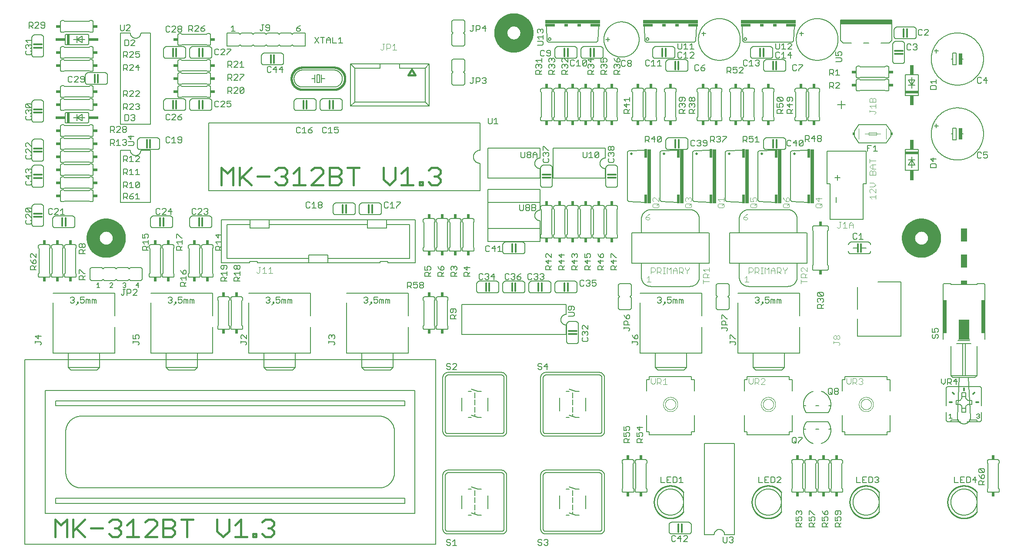
<source format=gbr>
G04 EAGLE Gerber RS-274X export*
G75*
%MOMM*%
%FSLAX34Y34*%
%LPD*%
%INSilkscreen Top*%
%IPPOS*%
%AMOC8*
5,1,8,0,0,1.08239X$1,22.5*%
G01*
%ADD10C,0.381000*%
%ADD11C,0.203200*%
%ADD12C,0.101600*%
%ADD13C,2.540000*%
%ADD14C,0.152400*%
%ADD15C,0.304800*%
%ADD16C,0.127000*%
%ADD17R,0.635000X2.286000*%
%ADD18R,2.540000X0.508000*%
%ADD19R,0.762000X1.905000*%
%ADD20R,0.508000X2.032000*%
%ADD21R,1.905000X0.508000*%
%ADD22C,0.508000*%
%ADD23R,0.700000X10.600000*%
%ADD24R,0.600000X1.700000*%
%ADD25R,0.609600X0.863600*%
%ADD26R,0.863600X0.609600*%
%ADD27R,1.270000X0.762000*%
%ADD28R,1.270000X2.540000*%
%ADD29R,0.635000X6.477000*%
%ADD30R,2.032000X3.810000*%
%ADD31R,10.668000X0.762000*%
%ADD32R,0.762000X0.508000*%
%ADD33C,0.406400*%
%ADD34C,0.050800*%
%ADD35C,0.254000*%
%ADD36R,0.355600X0.609600*%
%ADD37R,10.160000X0.952500*%


D10*
X59055Y20955D02*
X59055Y55274D01*
X70495Y43835D01*
X81935Y55274D01*
X81935Y20955D01*
X94137Y20955D02*
X94137Y55274D01*
X94137Y32395D02*
X117017Y55274D01*
X99857Y38115D02*
X117017Y20955D01*
X129219Y38115D02*
X152098Y38115D01*
X164301Y49554D02*
X170021Y55274D01*
X181461Y55274D01*
X187180Y49554D01*
X187180Y43835D01*
X181461Y38115D01*
X175741Y38115D01*
X181461Y38115D02*
X187180Y32395D01*
X187180Y26675D01*
X181461Y20955D01*
X170021Y20955D01*
X164301Y26675D01*
X199383Y43835D02*
X210823Y55274D01*
X210823Y20955D01*
X222262Y20955D02*
X199383Y20955D01*
X234465Y20955D02*
X257344Y20955D01*
X234465Y20955D02*
X257344Y43835D01*
X257344Y49554D01*
X251625Y55274D01*
X240185Y55274D01*
X234465Y49554D01*
X269547Y55274D02*
X269547Y20955D01*
X269547Y55274D02*
X286706Y55274D01*
X292426Y49554D01*
X292426Y43835D01*
X286706Y38115D01*
X292426Y32395D01*
X292426Y26675D01*
X286706Y20955D01*
X269547Y20955D01*
X269547Y38115D02*
X286706Y38115D01*
X316069Y20955D02*
X316069Y55274D01*
X327508Y55274D02*
X304629Y55274D01*
X374793Y55274D02*
X374793Y32395D01*
X386232Y20955D01*
X397672Y32395D01*
X397672Y55274D01*
X409875Y43835D02*
X421314Y55274D01*
X421314Y20955D01*
X409875Y20955D02*
X432754Y20955D01*
X444957Y20955D02*
X444957Y26675D01*
X450677Y26675D01*
X450677Y20955D01*
X444957Y20955D01*
X462498Y49554D02*
X468218Y55274D01*
X479657Y55274D01*
X485377Y49554D01*
X485377Y43835D01*
X479657Y38115D01*
X473937Y38115D01*
X479657Y38115D02*
X485377Y32395D01*
X485377Y26675D01*
X479657Y20955D01*
X468218Y20955D01*
X462498Y26675D01*
X382905Y706755D02*
X382905Y741074D01*
X394345Y729635D01*
X405785Y741074D01*
X405785Y706755D01*
X417987Y706755D02*
X417987Y741074D01*
X417987Y718195D02*
X440867Y741074D01*
X423707Y723915D02*
X440867Y706755D01*
X453069Y723915D02*
X475948Y723915D01*
X488151Y735354D02*
X493871Y741074D01*
X505311Y741074D01*
X511030Y735354D01*
X511030Y729635D01*
X505311Y723915D01*
X499591Y723915D01*
X505311Y723915D02*
X511030Y718195D01*
X511030Y712475D01*
X505311Y706755D01*
X493871Y706755D01*
X488151Y712475D01*
X523233Y729635D02*
X534673Y741074D01*
X534673Y706755D01*
X546112Y706755D02*
X523233Y706755D01*
X558315Y706755D02*
X581194Y706755D01*
X558315Y706755D02*
X581194Y729635D01*
X581194Y735354D01*
X575475Y741074D01*
X564035Y741074D01*
X558315Y735354D01*
X593397Y741074D02*
X593397Y706755D01*
X593397Y741074D02*
X610556Y741074D01*
X616276Y735354D01*
X616276Y729635D01*
X610556Y723915D01*
X616276Y718195D01*
X616276Y712475D01*
X610556Y706755D01*
X593397Y706755D01*
X593397Y723915D02*
X610556Y723915D01*
X639919Y706755D02*
X639919Y741074D01*
X651358Y741074D02*
X628479Y741074D01*
X698643Y741074D02*
X698643Y718195D01*
X710082Y706755D01*
X721522Y718195D01*
X721522Y741074D01*
X733725Y729635D02*
X745164Y741074D01*
X745164Y706755D01*
X733725Y706755D02*
X756604Y706755D01*
X768807Y706755D02*
X768807Y712475D01*
X774527Y712475D01*
X774527Y706755D01*
X768807Y706755D01*
X786348Y735354D02*
X792068Y741074D01*
X803507Y741074D01*
X809227Y735354D01*
X809227Y729635D01*
X803507Y723915D01*
X797787Y723915D01*
X803507Y723915D02*
X809227Y718195D01*
X809227Y712475D01*
X803507Y706755D01*
X792068Y706755D01*
X786348Y712475D01*
D11*
X1582166Y863610D02*
X1597758Y863610D01*
X1589962Y871406D02*
X1589962Y855814D01*
D12*
X1581658Y624757D02*
X1583607Y622808D01*
X1585556Y622808D01*
X1587505Y624757D01*
X1587505Y634502D01*
X1585556Y634502D02*
X1589454Y634502D01*
X1593352Y630604D02*
X1597250Y634502D01*
X1597250Y622808D01*
X1593352Y622808D02*
X1601148Y622808D01*
X1605046Y622808D02*
X1605046Y630604D01*
X1608944Y634502D01*
X1612842Y630604D01*
X1612842Y622808D01*
X1612842Y628655D02*
X1605046Y628655D01*
X1649046Y679958D02*
X1645148Y683856D01*
X1656842Y683856D01*
X1656842Y679958D02*
X1656842Y687754D01*
X1656842Y691652D02*
X1656842Y699448D01*
X1656842Y691652D02*
X1649046Y699448D01*
X1647097Y699448D01*
X1645148Y697499D01*
X1645148Y693601D01*
X1647097Y691652D01*
X1645148Y703346D02*
X1652944Y703346D01*
X1656842Y707244D01*
X1652944Y711142D01*
X1645148Y711142D01*
X1645148Y726734D02*
X1656842Y726734D01*
X1645148Y726734D02*
X1645148Y732581D01*
X1647097Y734530D01*
X1649046Y734530D01*
X1650995Y732581D01*
X1652944Y734530D01*
X1654893Y734530D01*
X1656842Y732581D01*
X1656842Y726734D01*
X1650995Y726734D02*
X1650995Y732581D01*
X1649046Y738428D02*
X1656842Y738428D01*
X1649046Y738428D02*
X1645148Y742326D01*
X1649046Y746224D01*
X1656842Y746224D01*
X1650995Y746224D02*
X1650995Y738428D01*
X1656842Y754020D02*
X1645148Y754020D01*
X1645148Y750122D02*
X1645148Y757918D01*
X1654893Y845058D02*
X1656842Y847007D01*
X1656842Y848956D01*
X1654893Y850905D01*
X1645148Y850905D01*
X1645148Y848956D02*
X1645148Y852854D01*
X1649046Y856752D02*
X1645148Y860650D01*
X1656842Y860650D01*
X1656842Y856752D02*
X1656842Y864548D01*
X1656842Y868446D02*
X1645148Y868446D01*
X1645148Y874293D01*
X1647097Y876242D01*
X1649046Y876242D01*
X1650995Y874293D01*
X1652944Y876242D01*
X1654893Y876242D01*
X1656842Y874293D01*
X1656842Y868446D01*
X1650995Y868446D02*
X1650995Y874293D01*
D13*
X1720850Y603250D02*
X1720858Y603873D01*
X1720881Y604496D01*
X1720919Y605119D01*
X1720972Y605740D01*
X1721041Y606359D01*
X1721125Y606977D01*
X1721224Y607592D01*
X1721338Y608205D01*
X1721467Y608815D01*
X1721611Y609422D01*
X1721770Y610025D01*
X1721944Y610623D01*
X1722132Y611218D01*
X1722335Y611807D01*
X1722552Y612391D01*
X1722783Y612970D01*
X1723029Y613543D01*
X1723289Y614110D01*
X1723562Y614670D01*
X1723849Y615223D01*
X1724150Y615770D01*
X1724464Y616308D01*
X1724791Y616839D01*
X1725131Y617361D01*
X1725483Y617876D01*
X1725849Y618381D01*
X1726226Y618877D01*
X1726616Y619364D01*
X1727017Y619841D01*
X1727430Y620308D01*
X1727854Y620764D01*
X1728289Y621211D01*
X1728736Y621646D01*
X1729192Y622070D01*
X1729659Y622483D01*
X1730136Y622884D01*
X1730623Y623274D01*
X1731119Y623651D01*
X1731624Y624017D01*
X1732139Y624369D01*
X1732661Y624709D01*
X1733192Y625036D01*
X1733730Y625350D01*
X1734277Y625651D01*
X1734830Y625938D01*
X1735390Y626211D01*
X1735957Y626471D01*
X1736530Y626717D01*
X1737109Y626948D01*
X1737693Y627165D01*
X1738282Y627368D01*
X1738877Y627556D01*
X1739475Y627730D01*
X1740078Y627889D01*
X1740685Y628033D01*
X1741295Y628162D01*
X1741908Y628276D01*
X1742523Y628375D01*
X1743141Y628459D01*
X1743760Y628528D01*
X1744381Y628581D01*
X1745004Y628619D01*
X1745627Y628642D01*
X1746250Y628650D01*
X1746873Y628642D01*
X1747496Y628619D01*
X1748119Y628581D01*
X1748740Y628528D01*
X1749359Y628459D01*
X1749977Y628375D01*
X1750592Y628276D01*
X1751205Y628162D01*
X1751815Y628033D01*
X1752422Y627889D01*
X1753025Y627730D01*
X1753623Y627556D01*
X1754218Y627368D01*
X1754807Y627165D01*
X1755391Y626948D01*
X1755970Y626717D01*
X1756543Y626471D01*
X1757110Y626211D01*
X1757670Y625938D01*
X1758223Y625651D01*
X1758770Y625350D01*
X1759308Y625036D01*
X1759839Y624709D01*
X1760361Y624369D01*
X1760876Y624017D01*
X1761381Y623651D01*
X1761877Y623274D01*
X1762364Y622884D01*
X1762841Y622483D01*
X1763308Y622070D01*
X1763764Y621646D01*
X1764211Y621211D01*
X1764646Y620764D01*
X1765070Y620308D01*
X1765483Y619841D01*
X1765884Y619364D01*
X1766274Y618877D01*
X1766651Y618381D01*
X1767017Y617876D01*
X1767369Y617361D01*
X1767709Y616839D01*
X1768036Y616308D01*
X1768350Y615770D01*
X1768651Y615223D01*
X1768938Y614670D01*
X1769211Y614110D01*
X1769471Y613543D01*
X1769717Y612970D01*
X1769948Y612391D01*
X1770165Y611807D01*
X1770368Y611218D01*
X1770556Y610623D01*
X1770730Y610025D01*
X1770889Y609422D01*
X1771033Y608815D01*
X1771162Y608205D01*
X1771276Y607592D01*
X1771375Y606977D01*
X1771459Y606359D01*
X1771528Y605740D01*
X1771581Y605119D01*
X1771619Y604496D01*
X1771642Y603873D01*
X1771650Y603250D01*
X1771642Y602627D01*
X1771619Y602004D01*
X1771581Y601381D01*
X1771528Y600760D01*
X1771459Y600141D01*
X1771375Y599523D01*
X1771276Y598908D01*
X1771162Y598295D01*
X1771033Y597685D01*
X1770889Y597078D01*
X1770730Y596475D01*
X1770556Y595877D01*
X1770368Y595282D01*
X1770165Y594693D01*
X1769948Y594109D01*
X1769717Y593530D01*
X1769471Y592957D01*
X1769211Y592390D01*
X1768938Y591830D01*
X1768651Y591277D01*
X1768350Y590730D01*
X1768036Y590192D01*
X1767709Y589661D01*
X1767369Y589139D01*
X1767017Y588624D01*
X1766651Y588119D01*
X1766274Y587623D01*
X1765884Y587136D01*
X1765483Y586659D01*
X1765070Y586192D01*
X1764646Y585736D01*
X1764211Y585289D01*
X1763764Y584854D01*
X1763308Y584430D01*
X1762841Y584017D01*
X1762364Y583616D01*
X1761877Y583226D01*
X1761381Y582849D01*
X1760876Y582483D01*
X1760361Y582131D01*
X1759839Y581791D01*
X1759308Y581464D01*
X1758770Y581150D01*
X1758223Y580849D01*
X1757670Y580562D01*
X1757110Y580289D01*
X1756543Y580029D01*
X1755970Y579783D01*
X1755391Y579552D01*
X1754807Y579335D01*
X1754218Y579132D01*
X1753623Y578944D01*
X1753025Y578770D01*
X1752422Y578611D01*
X1751815Y578467D01*
X1751205Y578338D01*
X1750592Y578224D01*
X1749977Y578125D01*
X1749359Y578041D01*
X1748740Y577972D01*
X1748119Y577919D01*
X1747496Y577881D01*
X1746873Y577858D01*
X1746250Y577850D01*
X1745627Y577858D01*
X1745004Y577881D01*
X1744381Y577919D01*
X1743760Y577972D01*
X1743141Y578041D01*
X1742523Y578125D01*
X1741908Y578224D01*
X1741295Y578338D01*
X1740685Y578467D01*
X1740078Y578611D01*
X1739475Y578770D01*
X1738877Y578944D01*
X1738282Y579132D01*
X1737693Y579335D01*
X1737109Y579552D01*
X1736530Y579783D01*
X1735957Y580029D01*
X1735390Y580289D01*
X1734830Y580562D01*
X1734277Y580849D01*
X1733730Y581150D01*
X1733192Y581464D01*
X1732661Y581791D01*
X1732139Y582131D01*
X1731624Y582483D01*
X1731119Y582849D01*
X1730623Y583226D01*
X1730136Y583616D01*
X1729659Y584017D01*
X1729192Y584430D01*
X1728736Y584854D01*
X1728289Y585289D01*
X1727854Y585736D01*
X1727430Y586192D01*
X1727017Y586659D01*
X1726616Y587136D01*
X1726226Y587623D01*
X1725849Y588119D01*
X1725483Y588624D01*
X1725131Y589139D01*
X1724791Y589661D01*
X1724464Y590192D01*
X1724150Y590730D01*
X1723849Y591277D01*
X1723562Y591830D01*
X1723289Y592390D01*
X1723029Y592957D01*
X1722783Y593530D01*
X1722552Y594109D01*
X1722335Y594693D01*
X1722132Y595282D01*
X1721944Y595877D01*
X1721770Y596475D01*
X1721611Y597078D01*
X1721467Y597685D01*
X1721338Y598295D01*
X1721224Y598908D01*
X1721125Y599523D01*
X1721041Y600141D01*
X1720972Y600760D01*
X1720919Y601381D01*
X1720881Y602004D01*
X1720858Y602627D01*
X1720850Y603250D01*
X133350Y603250D02*
X133358Y603873D01*
X133381Y604496D01*
X133419Y605119D01*
X133472Y605740D01*
X133541Y606359D01*
X133625Y606977D01*
X133724Y607592D01*
X133838Y608205D01*
X133967Y608815D01*
X134111Y609422D01*
X134270Y610025D01*
X134444Y610623D01*
X134632Y611218D01*
X134835Y611807D01*
X135052Y612391D01*
X135283Y612970D01*
X135529Y613543D01*
X135789Y614110D01*
X136062Y614670D01*
X136349Y615223D01*
X136650Y615770D01*
X136964Y616308D01*
X137291Y616839D01*
X137631Y617361D01*
X137983Y617876D01*
X138349Y618381D01*
X138726Y618877D01*
X139116Y619364D01*
X139517Y619841D01*
X139930Y620308D01*
X140354Y620764D01*
X140789Y621211D01*
X141236Y621646D01*
X141692Y622070D01*
X142159Y622483D01*
X142636Y622884D01*
X143123Y623274D01*
X143619Y623651D01*
X144124Y624017D01*
X144639Y624369D01*
X145161Y624709D01*
X145692Y625036D01*
X146230Y625350D01*
X146777Y625651D01*
X147330Y625938D01*
X147890Y626211D01*
X148457Y626471D01*
X149030Y626717D01*
X149609Y626948D01*
X150193Y627165D01*
X150782Y627368D01*
X151377Y627556D01*
X151975Y627730D01*
X152578Y627889D01*
X153185Y628033D01*
X153795Y628162D01*
X154408Y628276D01*
X155023Y628375D01*
X155641Y628459D01*
X156260Y628528D01*
X156881Y628581D01*
X157504Y628619D01*
X158127Y628642D01*
X158750Y628650D01*
X159373Y628642D01*
X159996Y628619D01*
X160619Y628581D01*
X161240Y628528D01*
X161859Y628459D01*
X162477Y628375D01*
X163092Y628276D01*
X163705Y628162D01*
X164315Y628033D01*
X164922Y627889D01*
X165525Y627730D01*
X166123Y627556D01*
X166718Y627368D01*
X167307Y627165D01*
X167891Y626948D01*
X168470Y626717D01*
X169043Y626471D01*
X169610Y626211D01*
X170170Y625938D01*
X170723Y625651D01*
X171270Y625350D01*
X171808Y625036D01*
X172339Y624709D01*
X172861Y624369D01*
X173376Y624017D01*
X173881Y623651D01*
X174377Y623274D01*
X174864Y622884D01*
X175341Y622483D01*
X175808Y622070D01*
X176264Y621646D01*
X176711Y621211D01*
X177146Y620764D01*
X177570Y620308D01*
X177983Y619841D01*
X178384Y619364D01*
X178774Y618877D01*
X179151Y618381D01*
X179517Y617876D01*
X179869Y617361D01*
X180209Y616839D01*
X180536Y616308D01*
X180850Y615770D01*
X181151Y615223D01*
X181438Y614670D01*
X181711Y614110D01*
X181971Y613543D01*
X182217Y612970D01*
X182448Y612391D01*
X182665Y611807D01*
X182868Y611218D01*
X183056Y610623D01*
X183230Y610025D01*
X183389Y609422D01*
X183533Y608815D01*
X183662Y608205D01*
X183776Y607592D01*
X183875Y606977D01*
X183959Y606359D01*
X184028Y605740D01*
X184081Y605119D01*
X184119Y604496D01*
X184142Y603873D01*
X184150Y603250D01*
X184142Y602627D01*
X184119Y602004D01*
X184081Y601381D01*
X184028Y600760D01*
X183959Y600141D01*
X183875Y599523D01*
X183776Y598908D01*
X183662Y598295D01*
X183533Y597685D01*
X183389Y597078D01*
X183230Y596475D01*
X183056Y595877D01*
X182868Y595282D01*
X182665Y594693D01*
X182448Y594109D01*
X182217Y593530D01*
X181971Y592957D01*
X181711Y592390D01*
X181438Y591830D01*
X181151Y591277D01*
X180850Y590730D01*
X180536Y590192D01*
X180209Y589661D01*
X179869Y589139D01*
X179517Y588624D01*
X179151Y588119D01*
X178774Y587623D01*
X178384Y587136D01*
X177983Y586659D01*
X177570Y586192D01*
X177146Y585736D01*
X176711Y585289D01*
X176264Y584854D01*
X175808Y584430D01*
X175341Y584017D01*
X174864Y583616D01*
X174377Y583226D01*
X173881Y582849D01*
X173376Y582483D01*
X172861Y582131D01*
X172339Y581791D01*
X171808Y581464D01*
X171270Y581150D01*
X170723Y580849D01*
X170170Y580562D01*
X169610Y580289D01*
X169043Y580029D01*
X168470Y579783D01*
X167891Y579552D01*
X167307Y579335D01*
X166718Y579132D01*
X166123Y578944D01*
X165525Y578770D01*
X164922Y578611D01*
X164315Y578467D01*
X163705Y578338D01*
X163092Y578224D01*
X162477Y578125D01*
X161859Y578041D01*
X161240Y577972D01*
X160619Y577919D01*
X159996Y577881D01*
X159373Y577858D01*
X158750Y577850D01*
X158127Y577858D01*
X157504Y577881D01*
X156881Y577919D01*
X156260Y577972D01*
X155641Y578041D01*
X155023Y578125D01*
X154408Y578224D01*
X153795Y578338D01*
X153185Y578467D01*
X152578Y578611D01*
X151975Y578770D01*
X151377Y578944D01*
X150782Y579132D01*
X150193Y579335D01*
X149609Y579552D01*
X149030Y579783D01*
X148457Y580029D01*
X147890Y580289D01*
X147330Y580562D01*
X146777Y580849D01*
X146230Y581150D01*
X145692Y581464D01*
X145161Y581791D01*
X144639Y582131D01*
X144124Y582483D01*
X143619Y582849D01*
X143123Y583226D01*
X142636Y583616D01*
X142159Y584017D01*
X141692Y584430D01*
X141236Y584854D01*
X140789Y585289D01*
X140354Y585736D01*
X139930Y586192D01*
X139517Y586659D01*
X139116Y587136D01*
X138726Y587623D01*
X138349Y588119D01*
X137983Y588624D01*
X137631Y589139D01*
X137291Y589661D01*
X136964Y590192D01*
X136650Y590730D01*
X136349Y591277D01*
X136062Y591830D01*
X135789Y592390D01*
X135529Y592957D01*
X135283Y593530D01*
X135052Y594109D01*
X134835Y594693D01*
X134632Y595282D01*
X134444Y595877D01*
X134270Y596475D01*
X134111Y597078D01*
X133967Y597685D01*
X133838Y598295D01*
X133724Y598908D01*
X133625Y599523D01*
X133541Y600141D01*
X133472Y600760D01*
X133419Y601381D01*
X133381Y602004D01*
X133358Y602627D01*
X133350Y603250D01*
X927100Y1003300D02*
X927108Y1003923D01*
X927131Y1004546D01*
X927169Y1005169D01*
X927222Y1005790D01*
X927291Y1006409D01*
X927375Y1007027D01*
X927474Y1007642D01*
X927588Y1008255D01*
X927717Y1008865D01*
X927861Y1009472D01*
X928020Y1010075D01*
X928194Y1010673D01*
X928382Y1011268D01*
X928585Y1011857D01*
X928802Y1012441D01*
X929033Y1013020D01*
X929279Y1013593D01*
X929539Y1014160D01*
X929812Y1014720D01*
X930099Y1015273D01*
X930400Y1015820D01*
X930714Y1016358D01*
X931041Y1016889D01*
X931381Y1017411D01*
X931733Y1017926D01*
X932099Y1018431D01*
X932476Y1018927D01*
X932866Y1019414D01*
X933267Y1019891D01*
X933680Y1020358D01*
X934104Y1020814D01*
X934539Y1021261D01*
X934986Y1021696D01*
X935442Y1022120D01*
X935909Y1022533D01*
X936386Y1022934D01*
X936873Y1023324D01*
X937369Y1023701D01*
X937874Y1024067D01*
X938389Y1024419D01*
X938911Y1024759D01*
X939442Y1025086D01*
X939980Y1025400D01*
X940527Y1025701D01*
X941080Y1025988D01*
X941640Y1026261D01*
X942207Y1026521D01*
X942780Y1026767D01*
X943359Y1026998D01*
X943943Y1027215D01*
X944532Y1027418D01*
X945127Y1027606D01*
X945725Y1027780D01*
X946328Y1027939D01*
X946935Y1028083D01*
X947545Y1028212D01*
X948158Y1028326D01*
X948773Y1028425D01*
X949391Y1028509D01*
X950010Y1028578D01*
X950631Y1028631D01*
X951254Y1028669D01*
X951877Y1028692D01*
X952500Y1028700D01*
X953123Y1028692D01*
X953746Y1028669D01*
X954369Y1028631D01*
X954990Y1028578D01*
X955609Y1028509D01*
X956227Y1028425D01*
X956842Y1028326D01*
X957455Y1028212D01*
X958065Y1028083D01*
X958672Y1027939D01*
X959275Y1027780D01*
X959873Y1027606D01*
X960468Y1027418D01*
X961057Y1027215D01*
X961641Y1026998D01*
X962220Y1026767D01*
X962793Y1026521D01*
X963360Y1026261D01*
X963920Y1025988D01*
X964473Y1025701D01*
X965020Y1025400D01*
X965558Y1025086D01*
X966089Y1024759D01*
X966611Y1024419D01*
X967126Y1024067D01*
X967631Y1023701D01*
X968127Y1023324D01*
X968614Y1022934D01*
X969091Y1022533D01*
X969558Y1022120D01*
X970014Y1021696D01*
X970461Y1021261D01*
X970896Y1020814D01*
X971320Y1020358D01*
X971733Y1019891D01*
X972134Y1019414D01*
X972524Y1018927D01*
X972901Y1018431D01*
X973267Y1017926D01*
X973619Y1017411D01*
X973959Y1016889D01*
X974286Y1016358D01*
X974600Y1015820D01*
X974901Y1015273D01*
X975188Y1014720D01*
X975461Y1014160D01*
X975721Y1013593D01*
X975967Y1013020D01*
X976198Y1012441D01*
X976415Y1011857D01*
X976618Y1011268D01*
X976806Y1010673D01*
X976980Y1010075D01*
X977139Y1009472D01*
X977283Y1008865D01*
X977412Y1008255D01*
X977526Y1007642D01*
X977625Y1007027D01*
X977709Y1006409D01*
X977778Y1005790D01*
X977831Y1005169D01*
X977869Y1004546D01*
X977892Y1003923D01*
X977900Y1003300D01*
X977892Y1002677D01*
X977869Y1002054D01*
X977831Y1001431D01*
X977778Y1000810D01*
X977709Y1000191D01*
X977625Y999573D01*
X977526Y998958D01*
X977412Y998345D01*
X977283Y997735D01*
X977139Y997128D01*
X976980Y996525D01*
X976806Y995927D01*
X976618Y995332D01*
X976415Y994743D01*
X976198Y994159D01*
X975967Y993580D01*
X975721Y993007D01*
X975461Y992440D01*
X975188Y991880D01*
X974901Y991327D01*
X974600Y990780D01*
X974286Y990242D01*
X973959Y989711D01*
X973619Y989189D01*
X973267Y988674D01*
X972901Y988169D01*
X972524Y987673D01*
X972134Y987186D01*
X971733Y986709D01*
X971320Y986242D01*
X970896Y985786D01*
X970461Y985339D01*
X970014Y984904D01*
X969558Y984480D01*
X969091Y984067D01*
X968614Y983666D01*
X968127Y983276D01*
X967631Y982899D01*
X967126Y982533D01*
X966611Y982181D01*
X966089Y981841D01*
X965558Y981514D01*
X965020Y981200D01*
X964473Y980899D01*
X963920Y980612D01*
X963360Y980339D01*
X962793Y980079D01*
X962220Y979833D01*
X961641Y979602D01*
X961057Y979385D01*
X960468Y979182D01*
X959873Y978994D01*
X959275Y978820D01*
X958672Y978661D01*
X958065Y978517D01*
X957455Y978388D01*
X956842Y978274D01*
X956227Y978175D01*
X955609Y978091D01*
X954990Y978022D01*
X954369Y977969D01*
X953746Y977931D01*
X953123Y977908D01*
X952500Y977900D01*
X951877Y977908D01*
X951254Y977931D01*
X950631Y977969D01*
X950010Y978022D01*
X949391Y978091D01*
X948773Y978175D01*
X948158Y978274D01*
X947545Y978388D01*
X946935Y978517D01*
X946328Y978661D01*
X945725Y978820D01*
X945127Y978994D01*
X944532Y979182D01*
X943943Y979385D01*
X943359Y979602D01*
X942780Y979833D01*
X942207Y980079D01*
X941640Y980339D01*
X941080Y980612D01*
X940527Y980899D01*
X939980Y981200D01*
X939442Y981514D01*
X938911Y981841D01*
X938389Y982181D01*
X937874Y982533D01*
X937369Y982899D01*
X936873Y983276D01*
X936386Y983666D01*
X935909Y984067D01*
X935442Y984480D01*
X934986Y984904D01*
X934539Y985339D01*
X934104Y985786D01*
X933680Y986242D01*
X933267Y986709D01*
X932866Y987186D01*
X932476Y987673D01*
X932099Y988169D01*
X931733Y988674D01*
X931381Y989189D01*
X931041Y989711D01*
X930714Y990242D01*
X930400Y990780D01*
X930099Y991327D01*
X929812Y991880D01*
X929539Y992440D01*
X929279Y993007D01*
X929033Y993580D01*
X928802Y994159D01*
X928585Y994743D01*
X928382Y995332D01*
X928194Y995927D01*
X928020Y996525D01*
X927861Y997128D01*
X927717Y997735D01*
X927588Y998345D01*
X927474Y998958D01*
X927375Y999573D01*
X927291Y1000191D01*
X927222Y1000810D01*
X927169Y1001431D01*
X927131Y1002054D01*
X927108Y1002677D01*
X927100Y1003300D01*
D12*
X1219708Y545602D02*
X1219708Y533908D01*
X1219708Y545602D02*
X1225555Y545602D01*
X1227504Y543653D01*
X1227504Y539755D01*
X1225555Y537806D01*
X1219708Y537806D01*
X1231402Y533908D02*
X1231402Y545602D01*
X1237249Y545602D01*
X1239198Y543653D01*
X1239198Y539755D01*
X1237249Y537806D01*
X1231402Y537806D01*
X1235300Y537806D02*
X1239198Y533908D01*
X1243096Y533908D02*
X1246994Y533908D01*
X1245045Y533908D02*
X1245045Y545602D01*
X1243096Y545602D02*
X1246994Y545602D01*
X1250892Y545602D02*
X1250892Y533908D01*
X1254790Y541704D02*
X1250892Y545602D01*
X1254790Y541704D02*
X1258688Y545602D01*
X1258688Y533908D01*
X1262586Y533908D02*
X1262586Y541704D01*
X1266484Y545602D01*
X1270382Y541704D01*
X1270382Y533908D01*
X1270382Y539755D02*
X1262586Y539755D01*
X1274280Y533908D02*
X1274280Y545602D01*
X1280127Y545602D01*
X1282076Y543653D01*
X1282076Y539755D01*
X1280127Y537806D01*
X1274280Y537806D01*
X1278178Y537806D02*
X1282076Y533908D01*
X1285974Y543653D02*
X1285974Y545602D01*
X1285974Y543653D02*
X1289872Y539755D01*
X1293770Y543653D01*
X1293770Y545602D01*
X1289872Y539755D02*
X1289872Y533908D01*
X1410208Y533908D02*
X1410208Y545602D01*
X1416055Y545602D01*
X1418004Y543653D01*
X1418004Y539755D01*
X1416055Y537806D01*
X1410208Y537806D01*
X1421902Y533908D02*
X1421902Y545602D01*
X1427749Y545602D01*
X1429698Y543653D01*
X1429698Y539755D01*
X1427749Y537806D01*
X1421902Y537806D01*
X1425800Y537806D02*
X1429698Y533908D01*
X1433596Y533908D02*
X1437494Y533908D01*
X1435545Y533908D02*
X1435545Y545602D01*
X1433596Y545602D02*
X1437494Y545602D01*
X1441392Y545602D02*
X1441392Y533908D01*
X1445290Y541704D02*
X1441392Y545602D01*
X1445290Y541704D02*
X1449188Y545602D01*
X1449188Y533908D01*
X1453086Y533908D02*
X1453086Y541704D01*
X1456984Y545602D01*
X1460882Y541704D01*
X1460882Y533908D01*
X1460882Y539755D02*
X1453086Y539755D01*
X1464780Y533908D02*
X1464780Y545602D01*
X1470627Y545602D01*
X1472576Y543653D01*
X1472576Y539755D01*
X1470627Y537806D01*
X1464780Y537806D01*
X1468678Y537806D02*
X1472576Y533908D01*
X1476474Y543653D02*
X1476474Y545602D01*
X1476474Y543653D02*
X1480372Y539755D01*
X1484270Y543653D01*
X1484270Y545602D01*
X1480372Y539755D02*
X1480372Y533908D01*
D14*
X313690Y857250D02*
X313690Y869950D01*
X313690Y857250D02*
X313688Y857110D01*
X313682Y856970D01*
X313673Y856830D01*
X313659Y856691D01*
X313642Y856552D01*
X313621Y856414D01*
X313596Y856276D01*
X313567Y856139D01*
X313535Y856003D01*
X313498Y855868D01*
X313458Y855734D01*
X313415Y855601D01*
X313367Y855469D01*
X313317Y855338D01*
X313262Y855209D01*
X313204Y855082D01*
X313143Y854956D01*
X313078Y854832D01*
X313009Y854710D01*
X312938Y854590D01*
X312863Y854472D01*
X312785Y854355D01*
X312703Y854241D01*
X312619Y854130D01*
X312531Y854021D01*
X312441Y853914D01*
X312347Y853809D01*
X312251Y853708D01*
X312152Y853609D01*
X312051Y853513D01*
X311946Y853419D01*
X311839Y853329D01*
X311730Y853241D01*
X311619Y853157D01*
X311505Y853075D01*
X311388Y852997D01*
X311270Y852922D01*
X311150Y852851D01*
X311028Y852782D01*
X310904Y852717D01*
X310778Y852656D01*
X310651Y852598D01*
X310522Y852543D01*
X310391Y852493D01*
X310259Y852445D01*
X310126Y852402D01*
X309992Y852362D01*
X309857Y852325D01*
X309721Y852293D01*
X309584Y852264D01*
X309446Y852239D01*
X309308Y852218D01*
X309169Y852201D01*
X309030Y852187D01*
X308890Y852178D01*
X308750Y852172D01*
X308610Y852170D01*
X313690Y869950D02*
X313688Y870090D01*
X313682Y870230D01*
X313673Y870370D01*
X313659Y870509D01*
X313642Y870648D01*
X313621Y870786D01*
X313596Y870924D01*
X313567Y871061D01*
X313535Y871197D01*
X313498Y871332D01*
X313458Y871466D01*
X313415Y871599D01*
X313367Y871731D01*
X313317Y871862D01*
X313262Y871991D01*
X313204Y872118D01*
X313143Y872244D01*
X313078Y872368D01*
X313009Y872490D01*
X312938Y872610D01*
X312863Y872728D01*
X312785Y872845D01*
X312703Y872959D01*
X312619Y873070D01*
X312531Y873179D01*
X312441Y873286D01*
X312347Y873391D01*
X312251Y873492D01*
X312152Y873591D01*
X312051Y873687D01*
X311946Y873781D01*
X311839Y873871D01*
X311730Y873959D01*
X311619Y874043D01*
X311505Y874125D01*
X311388Y874203D01*
X311270Y874278D01*
X311150Y874349D01*
X311028Y874418D01*
X310904Y874483D01*
X310778Y874544D01*
X310651Y874602D01*
X310522Y874657D01*
X310391Y874707D01*
X310259Y874755D01*
X310126Y874798D01*
X309992Y874838D01*
X309857Y874875D01*
X309721Y874907D01*
X309584Y874936D01*
X309446Y874961D01*
X309308Y874982D01*
X309169Y874999D01*
X309030Y875013D01*
X308890Y875022D01*
X308750Y875028D01*
X308610Y875030D01*
X308610Y852170D02*
X275590Y852170D01*
X270510Y857250D02*
X270510Y869950D01*
X275590Y875030D02*
X308610Y875030D01*
X275590Y852170D02*
X275450Y852172D01*
X275310Y852178D01*
X275170Y852187D01*
X275031Y852201D01*
X274892Y852218D01*
X274754Y852239D01*
X274616Y852264D01*
X274479Y852293D01*
X274343Y852325D01*
X274208Y852362D01*
X274074Y852402D01*
X273941Y852445D01*
X273809Y852493D01*
X273678Y852543D01*
X273549Y852598D01*
X273422Y852656D01*
X273296Y852717D01*
X273172Y852782D01*
X273050Y852851D01*
X272930Y852922D01*
X272812Y852997D01*
X272695Y853075D01*
X272581Y853157D01*
X272470Y853241D01*
X272361Y853329D01*
X272254Y853419D01*
X272149Y853513D01*
X272048Y853609D01*
X271949Y853708D01*
X271853Y853809D01*
X271759Y853914D01*
X271669Y854021D01*
X271581Y854130D01*
X271497Y854241D01*
X271415Y854355D01*
X271337Y854472D01*
X271262Y854590D01*
X271191Y854710D01*
X271122Y854832D01*
X271057Y854956D01*
X270996Y855082D01*
X270938Y855209D01*
X270883Y855338D01*
X270833Y855469D01*
X270785Y855601D01*
X270742Y855734D01*
X270702Y855868D01*
X270665Y856003D01*
X270633Y856139D01*
X270604Y856276D01*
X270579Y856414D01*
X270558Y856552D01*
X270541Y856691D01*
X270527Y856830D01*
X270518Y856970D01*
X270512Y857110D01*
X270510Y857250D01*
X270510Y869950D02*
X270512Y870090D01*
X270518Y870230D01*
X270527Y870370D01*
X270541Y870509D01*
X270558Y870648D01*
X270579Y870786D01*
X270604Y870924D01*
X270633Y871061D01*
X270665Y871197D01*
X270702Y871332D01*
X270742Y871466D01*
X270785Y871599D01*
X270833Y871731D01*
X270883Y871862D01*
X270938Y871991D01*
X270996Y872118D01*
X271057Y872244D01*
X271122Y872368D01*
X271191Y872490D01*
X271262Y872610D01*
X271337Y872728D01*
X271415Y872845D01*
X271497Y872959D01*
X271581Y873070D01*
X271669Y873179D01*
X271759Y873286D01*
X271853Y873391D01*
X271949Y873492D01*
X272048Y873591D01*
X272149Y873687D01*
X272254Y873781D01*
X272361Y873871D01*
X272470Y873959D01*
X272581Y874043D01*
X272695Y874125D01*
X272812Y874203D01*
X272930Y874278D01*
X273050Y874349D01*
X273172Y874418D01*
X273296Y874483D01*
X273422Y874544D01*
X273549Y874602D01*
X273678Y874657D01*
X273809Y874707D01*
X273941Y874755D01*
X274074Y874798D01*
X274208Y874838D01*
X274343Y874875D01*
X274479Y874907D01*
X274616Y874936D01*
X274754Y874961D01*
X274892Y874982D01*
X275031Y874999D01*
X275170Y875013D01*
X275310Y875022D01*
X275450Y875028D01*
X275590Y875030D01*
D15*
X295148Y871220D02*
X295148Y855980D01*
X288798Y855980D02*
X288798Y871220D01*
D16*
X280675Y845195D02*
X282582Y843288D01*
X280675Y845195D02*
X276862Y845195D01*
X274955Y843288D01*
X274955Y835662D01*
X276862Y833755D01*
X280675Y833755D01*
X282582Y835662D01*
X286649Y833755D02*
X294275Y833755D01*
X286649Y833755D02*
X294275Y841382D01*
X294275Y843288D01*
X292369Y845195D01*
X288556Y845195D01*
X286649Y843288D01*
X302156Y843288D02*
X305969Y845195D01*
X302156Y843288D02*
X298343Y839475D01*
X298343Y835662D01*
X300250Y833755D01*
X304063Y833755D01*
X305969Y835662D01*
X305969Y837568D01*
X304063Y839475D01*
X298343Y839475D01*
D14*
X54610Y641350D02*
X54610Y628650D01*
X54610Y641350D02*
X54612Y641490D01*
X54618Y641630D01*
X54627Y641770D01*
X54641Y641909D01*
X54658Y642048D01*
X54679Y642186D01*
X54704Y642324D01*
X54733Y642461D01*
X54765Y642597D01*
X54802Y642732D01*
X54842Y642866D01*
X54885Y642999D01*
X54933Y643131D01*
X54983Y643262D01*
X55038Y643391D01*
X55096Y643518D01*
X55157Y643644D01*
X55222Y643768D01*
X55291Y643890D01*
X55362Y644010D01*
X55437Y644128D01*
X55515Y644245D01*
X55597Y644359D01*
X55681Y644470D01*
X55769Y644579D01*
X55859Y644686D01*
X55953Y644791D01*
X56049Y644892D01*
X56148Y644991D01*
X56249Y645087D01*
X56354Y645181D01*
X56461Y645271D01*
X56570Y645359D01*
X56681Y645443D01*
X56795Y645525D01*
X56912Y645603D01*
X57030Y645678D01*
X57150Y645749D01*
X57272Y645818D01*
X57396Y645883D01*
X57522Y645944D01*
X57649Y646002D01*
X57778Y646057D01*
X57909Y646107D01*
X58041Y646155D01*
X58174Y646198D01*
X58308Y646238D01*
X58443Y646275D01*
X58579Y646307D01*
X58716Y646336D01*
X58854Y646361D01*
X58992Y646382D01*
X59131Y646399D01*
X59270Y646413D01*
X59410Y646422D01*
X59550Y646428D01*
X59690Y646430D01*
X54610Y628650D02*
X54612Y628510D01*
X54618Y628370D01*
X54627Y628230D01*
X54641Y628091D01*
X54658Y627952D01*
X54679Y627814D01*
X54704Y627676D01*
X54733Y627539D01*
X54765Y627403D01*
X54802Y627268D01*
X54842Y627134D01*
X54885Y627001D01*
X54933Y626869D01*
X54983Y626738D01*
X55038Y626609D01*
X55096Y626482D01*
X55157Y626356D01*
X55222Y626232D01*
X55291Y626110D01*
X55362Y625990D01*
X55437Y625872D01*
X55515Y625755D01*
X55597Y625641D01*
X55681Y625530D01*
X55769Y625421D01*
X55859Y625314D01*
X55953Y625209D01*
X56049Y625108D01*
X56148Y625009D01*
X56249Y624913D01*
X56354Y624819D01*
X56461Y624729D01*
X56570Y624641D01*
X56681Y624557D01*
X56795Y624475D01*
X56912Y624397D01*
X57030Y624322D01*
X57150Y624251D01*
X57272Y624182D01*
X57396Y624117D01*
X57522Y624056D01*
X57649Y623998D01*
X57778Y623943D01*
X57909Y623893D01*
X58041Y623845D01*
X58174Y623802D01*
X58308Y623762D01*
X58443Y623725D01*
X58579Y623693D01*
X58716Y623664D01*
X58854Y623639D01*
X58992Y623618D01*
X59131Y623601D01*
X59270Y623587D01*
X59410Y623578D01*
X59550Y623572D01*
X59690Y623570D01*
X59690Y646430D02*
X92710Y646430D01*
X97790Y641350D02*
X97790Y628650D01*
X92710Y623570D02*
X59690Y623570D01*
X92710Y646430D02*
X92850Y646428D01*
X92990Y646422D01*
X93130Y646413D01*
X93269Y646399D01*
X93408Y646382D01*
X93546Y646361D01*
X93684Y646336D01*
X93821Y646307D01*
X93957Y646275D01*
X94092Y646238D01*
X94226Y646198D01*
X94359Y646155D01*
X94491Y646107D01*
X94622Y646057D01*
X94751Y646002D01*
X94878Y645944D01*
X95004Y645883D01*
X95128Y645818D01*
X95250Y645749D01*
X95370Y645678D01*
X95488Y645603D01*
X95605Y645525D01*
X95719Y645443D01*
X95830Y645359D01*
X95939Y645271D01*
X96046Y645181D01*
X96151Y645087D01*
X96252Y644991D01*
X96351Y644892D01*
X96447Y644791D01*
X96541Y644686D01*
X96631Y644579D01*
X96719Y644470D01*
X96803Y644359D01*
X96885Y644245D01*
X96963Y644128D01*
X97038Y644010D01*
X97109Y643890D01*
X97178Y643768D01*
X97243Y643644D01*
X97304Y643518D01*
X97362Y643391D01*
X97417Y643262D01*
X97467Y643131D01*
X97515Y642999D01*
X97558Y642866D01*
X97598Y642732D01*
X97635Y642597D01*
X97667Y642461D01*
X97696Y642324D01*
X97721Y642186D01*
X97742Y642048D01*
X97759Y641909D01*
X97773Y641770D01*
X97782Y641630D01*
X97788Y641490D01*
X97790Y641350D01*
X97790Y628650D02*
X97788Y628510D01*
X97782Y628370D01*
X97773Y628230D01*
X97759Y628091D01*
X97742Y627952D01*
X97721Y627814D01*
X97696Y627676D01*
X97667Y627539D01*
X97635Y627403D01*
X97598Y627268D01*
X97558Y627134D01*
X97515Y627001D01*
X97467Y626869D01*
X97417Y626738D01*
X97362Y626609D01*
X97304Y626482D01*
X97243Y626356D01*
X97178Y626232D01*
X97109Y626110D01*
X97038Y625990D01*
X96963Y625872D01*
X96885Y625755D01*
X96803Y625641D01*
X96719Y625530D01*
X96631Y625421D01*
X96541Y625314D01*
X96447Y625209D01*
X96351Y625108D01*
X96252Y625009D01*
X96151Y624913D01*
X96046Y624819D01*
X95939Y624729D01*
X95830Y624641D01*
X95719Y624557D01*
X95605Y624475D01*
X95488Y624397D01*
X95370Y624322D01*
X95250Y624251D01*
X95128Y624182D01*
X95004Y624117D01*
X94878Y624056D01*
X94751Y623998D01*
X94622Y623943D01*
X94491Y623893D01*
X94359Y623845D01*
X94226Y623802D01*
X94092Y623762D01*
X93957Y623725D01*
X93821Y623693D01*
X93684Y623664D01*
X93546Y623639D01*
X93408Y623618D01*
X93269Y623601D01*
X93130Y623587D01*
X92990Y623578D01*
X92850Y623572D01*
X92710Y623570D01*
D15*
X73152Y627380D02*
X73152Y642620D01*
X79502Y642620D02*
X79502Y627380D01*
D16*
X53982Y659138D02*
X52075Y661045D01*
X48262Y661045D01*
X46355Y659138D01*
X46355Y651512D01*
X48262Y649605D01*
X52075Y649605D01*
X53982Y651512D01*
X58049Y649605D02*
X65675Y649605D01*
X58049Y649605D02*
X65675Y657232D01*
X65675Y659138D01*
X63769Y661045D01*
X59956Y661045D01*
X58049Y659138D01*
X69743Y657232D02*
X73556Y661045D01*
X73556Y649605D01*
X69743Y649605D02*
X77369Y649605D01*
D14*
X1248410Y781050D02*
X1248410Y793750D01*
X1248412Y793890D01*
X1248418Y794030D01*
X1248427Y794170D01*
X1248441Y794309D01*
X1248458Y794448D01*
X1248479Y794586D01*
X1248504Y794724D01*
X1248533Y794861D01*
X1248565Y794997D01*
X1248602Y795132D01*
X1248642Y795266D01*
X1248685Y795399D01*
X1248733Y795531D01*
X1248783Y795662D01*
X1248838Y795791D01*
X1248896Y795918D01*
X1248957Y796044D01*
X1249022Y796168D01*
X1249091Y796290D01*
X1249162Y796410D01*
X1249237Y796528D01*
X1249315Y796645D01*
X1249397Y796759D01*
X1249481Y796870D01*
X1249569Y796979D01*
X1249659Y797086D01*
X1249753Y797191D01*
X1249849Y797292D01*
X1249948Y797391D01*
X1250049Y797487D01*
X1250154Y797581D01*
X1250261Y797671D01*
X1250370Y797759D01*
X1250481Y797843D01*
X1250595Y797925D01*
X1250712Y798003D01*
X1250830Y798078D01*
X1250950Y798149D01*
X1251072Y798218D01*
X1251196Y798283D01*
X1251322Y798344D01*
X1251449Y798402D01*
X1251578Y798457D01*
X1251709Y798507D01*
X1251841Y798555D01*
X1251974Y798598D01*
X1252108Y798638D01*
X1252243Y798675D01*
X1252379Y798707D01*
X1252516Y798736D01*
X1252654Y798761D01*
X1252792Y798782D01*
X1252931Y798799D01*
X1253070Y798813D01*
X1253210Y798822D01*
X1253350Y798828D01*
X1253490Y798830D01*
X1248410Y781050D02*
X1248412Y780910D01*
X1248418Y780770D01*
X1248427Y780630D01*
X1248441Y780491D01*
X1248458Y780352D01*
X1248479Y780214D01*
X1248504Y780076D01*
X1248533Y779939D01*
X1248565Y779803D01*
X1248602Y779668D01*
X1248642Y779534D01*
X1248685Y779401D01*
X1248733Y779269D01*
X1248783Y779138D01*
X1248838Y779009D01*
X1248896Y778882D01*
X1248957Y778756D01*
X1249022Y778632D01*
X1249091Y778510D01*
X1249162Y778390D01*
X1249237Y778272D01*
X1249315Y778155D01*
X1249397Y778041D01*
X1249481Y777930D01*
X1249569Y777821D01*
X1249659Y777714D01*
X1249753Y777609D01*
X1249849Y777508D01*
X1249948Y777409D01*
X1250049Y777313D01*
X1250154Y777219D01*
X1250261Y777129D01*
X1250370Y777041D01*
X1250481Y776957D01*
X1250595Y776875D01*
X1250712Y776797D01*
X1250830Y776722D01*
X1250950Y776651D01*
X1251072Y776582D01*
X1251196Y776517D01*
X1251322Y776456D01*
X1251449Y776398D01*
X1251578Y776343D01*
X1251709Y776293D01*
X1251841Y776245D01*
X1251974Y776202D01*
X1252108Y776162D01*
X1252243Y776125D01*
X1252379Y776093D01*
X1252516Y776064D01*
X1252654Y776039D01*
X1252792Y776018D01*
X1252931Y776001D01*
X1253070Y775987D01*
X1253210Y775978D01*
X1253350Y775972D01*
X1253490Y775970D01*
X1253490Y798830D02*
X1286510Y798830D01*
X1291590Y793750D02*
X1291590Y781050D01*
X1286510Y775970D02*
X1253490Y775970D01*
X1286510Y798830D02*
X1286650Y798828D01*
X1286790Y798822D01*
X1286930Y798813D01*
X1287069Y798799D01*
X1287208Y798782D01*
X1287346Y798761D01*
X1287484Y798736D01*
X1287621Y798707D01*
X1287757Y798675D01*
X1287892Y798638D01*
X1288026Y798598D01*
X1288159Y798555D01*
X1288291Y798507D01*
X1288422Y798457D01*
X1288551Y798402D01*
X1288678Y798344D01*
X1288804Y798283D01*
X1288928Y798218D01*
X1289050Y798149D01*
X1289170Y798078D01*
X1289288Y798003D01*
X1289405Y797925D01*
X1289519Y797843D01*
X1289630Y797759D01*
X1289739Y797671D01*
X1289846Y797581D01*
X1289951Y797487D01*
X1290052Y797391D01*
X1290151Y797292D01*
X1290247Y797191D01*
X1290341Y797086D01*
X1290431Y796979D01*
X1290519Y796870D01*
X1290603Y796759D01*
X1290685Y796645D01*
X1290763Y796528D01*
X1290838Y796410D01*
X1290909Y796290D01*
X1290978Y796168D01*
X1291043Y796044D01*
X1291104Y795918D01*
X1291162Y795791D01*
X1291217Y795662D01*
X1291267Y795531D01*
X1291315Y795399D01*
X1291358Y795266D01*
X1291398Y795132D01*
X1291435Y794997D01*
X1291467Y794861D01*
X1291496Y794724D01*
X1291521Y794586D01*
X1291542Y794448D01*
X1291559Y794309D01*
X1291573Y794170D01*
X1291582Y794030D01*
X1291588Y793890D01*
X1291590Y793750D01*
X1291590Y781050D02*
X1291588Y780910D01*
X1291582Y780770D01*
X1291573Y780630D01*
X1291559Y780491D01*
X1291542Y780352D01*
X1291521Y780214D01*
X1291496Y780076D01*
X1291467Y779939D01*
X1291435Y779803D01*
X1291398Y779668D01*
X1291358Y779534D01*
X1291315Y779401D01*
X1291267Y779269D01*
X1291217Y779138D01*
X1291162Y779009D01*
X1291104Y778882D01*
X1291043Y778756D01*
X1290978Y778632D01*
X1290909Y778510D01*
X1290838Y778390D01*
X1290763Y778272D01*
X1290685Y778155D01*
X1290603Y778041D01*
X1290519Y777930D01*
X1290431Y777821D01*
X1290341Y777714D01*
X1290247Y777609D01*
X1290151Y777508D01*
X1290052Y777409D01*
X1289951Y777313D01*
X1289846Y777219D01*
X1289739Y777129D01*
X1289630Y777041D01*
X1289519Y776957D01*
X1289405Y776875D01*
X1289288Y776797D01*
X1289170Y776722D01*
X1289050Y776651D01*
X1288928Y776582D01*
X1288804Y776517D01*
X1288678Y776456D01*
X1288551Y776398D01*
X1288422Y776343D01*
X1288291Y776293D01*
X1288159Y776245D01*
X1288026Y776202D01*
X1287892Y776162D01*
X1287757Y776125D01*
X1287621Y776093D01*
X1287484Y776064D01*
X1287346Y776039D01*
X1287208Y776018D01*
X1287069Y776001D01*
X1286930Y775987D01*
X1286790Y775978D01*
X1286650Y775972D01*
X1286510Y775970D01*
D15*
X1266952Y779780D02*
X1266952Y795020D01*
X1273302Y795020D02*
X1273302Y779780D01*
D16*
X1303025Y794395D02*
X1304932Y792488D01*
X1303025Y794395D02*
X1299212Y794395D01*
X1297305Y792488D01*
X1297305Y784862D01*
X1299212Y782955D01*
X1303025Y782955D01*
X1304932Y784862D01*
X1308999Y792488D02*
X1310906Y794395D01*
X1314719Y794395D01*
X1316625Y792488D01*
X1316625Y790582D01*
X1314719Y788675D01*
X1312812Y788675D01*
X1314719Y788675D02*
X1316625Y786768D01*
X1316625Y784862D01*
X1314719Y782955D01*
X1310906Y782955D01*
X1308999Y784862D01*
X1320693Y784862D02*
X1322600Y782955D01*
X1326413Y782955D01*
X1328319Y784862D01*
X1328319Y792488D01*
X1326413Y794395D01*
X1322600Y794395D01*
X1320693Y792488D01*
X1320693Y790582D01*
X1322600Y788675D01*
X1328319Y788675D01*
D14*
X1438910Y793750D02*
X1438910Y781050D01*
X1438910Y793750D02*
X1438912Y793890D01*
X1438918Y794030D01*
X1438927Y794170D01*
X1438941Y794309D01*
X1438958Y794448D01*
X1438979Y794586D01*
X1439004Y794724D01*
X1439033Y794861D01*
X1439065Y794997D01*
X1439102Y795132D01*
X1439142Y795266D01*
X1439185Y795399D01*
X1439233Y795531D01*
X1439283Y795662D01*
X1439338Y795791D01*
X1439396Y795918D01*
X1439457Y796044D01*
X1439522Y796168D01*
X1439591Y796290D01*
X1439662Y796410D01*
X1439737Y796528D01*
X1439815Y796645D01*
X1439897Y796759D01*
X1439981Y796870D01*
X1440069Y796979D01*
X1440159Y797086D01*
X1440253Y797191D01*
X1440349Y797292D01*
X1440448Y797391D01*
X1440549Y797487D01*
X1440654Y797581D01*
X1440761Y797671D01*
X1440870Y797759D01*
X1440981Y797843D01*
X1441095Y797925D01*
X1441212Y798003D01*
X1441330Y798078D01*
X1441450Y798149D01*
X1441572Y798218D01*
X1441696Y798283D01*
X1441822Y798344D01*
X1441949Y798402D01*
X1442078Y798457D01*
X1442209Y798507D01*
X1442341Y798555D01*
X1442474Y798598D01*
X1442608Y798638D01*
X1442743Y798675D01*
X1442879Y798707D01*
X1443016Y798736D01*
X1443154Y798761D01*
X1443292Y798782D01*
X1443431Y798799D01*
X1443570Y798813D01*
X1443710Y798822D01*
X1443850Y798828D01*
X1443990Y798830D01*
X1438910Y781050D02*
X1438912Y780910D01*
X1438918Y780770D01*
X1438927Y780630D01*
X1438941Y780491D01*
X1438958Y780352D01*
X1438979Y780214D01*
X1439004Y780076D01*
X1439033Y779939D01*
X1439065Y779803D01*
X1439102Y779668D01*
X1439142Y779534D01*
X1439185Y779401D01*
X1439233Y779269D01*
X1439283Y779138D01*
X1439338Y779009D01*
X1439396Y778882D01*
X1439457Y778756D01*
X1439522Y778632D01*
X1439591Y778510D01*
X1439662Y778390D01*
X1439737Y778272D01*
X1439815Y778155D01*
X1439897Y778041D01*
X1439981Y777930D01*
X1440069Y777821D01*
X1440159Y777714D01*
X1440253Y777609D01*
X1440349Y777508D01*
X1440448Y777409D01*
X1440549Y777313D01*
X1440654Y777219D01*
X1440761Y777129D01*
X1440870Y777041D01*
X1440981Y776957D01*
X1441095Y776875D01*
X1441212Y776797D01*
X1441330Y776722D01*
X1441450Y776651D01*
X1441572Y776582D01*
X1441696Y776517D01*
X1441822Y776456D01*
X1441949Y776398D01*
X1442078Y776343D01*
X1442209Y776293D01*
X1442341Y776245D01*
X1442474Y776202D01*
X1442608Y776162D01*
X1442743Y776125D01*
X1442879Y776093D01*
X1443016Y776064D01*
X1443154Y776039D01*
X1443292Y776018D01*
X1443431Y776001D01*
X1443570Y775987D01*
X1443710Y775978D01*
X1443850Y775972D01*
X1443990Y775970D01*
X1443990Y798830D02*
X1477010Y798830D01*
X1482090Y793750D02*
X1482090Y781050D01*
X1477010Y775970D02*
X1443990Y775970D01*
X1477010Y798830D02*
X1477150Y798828D01*
X1477290Y798822D01*
X1477430Y798813D01*
X1477569Y798799D01*
X1477708Y798782D01*
X1477846Y798761D01*
X1477984Y798736D01*
X1478121Y798707D01*
X1478257Y798675D01*
X1478392Y798638D01*
X1478526Y798598D01*
X1478659Y798555D01*
X1478791Y798507D01*
X1478922Y798457D01*
X1479051Y798402D01*
X1479178Y798344D01*
X1479304Y798283D01*
X1479428Y798218D01*
X1479550Y798149D01*
X1479670Y798078D01*
X1479788Y798003D01*
X1479905Y797925D01*
X1480019Y797843D01*
X1480130Y797759D01*
X1480239Y797671D01*
X1480346Y797581D01*
X1480451Y797487D01*
X1480552Y797391D01*
X1480651Y797292D01*
X1480747Y797191D01*
X1480841Y797086D01*
X1480931Y796979D01*
X1481019Y796870D01*
X1481103Y796759D01*
X1481185Y796645D01*
X1481263Y796528D01*
X1481338Y796410D01*
X1481409Y796290D01*
X1481478Y796168D01*
X1481543Y796044D01*
X1481604Y795918D01*
X1481662Y795791D01*
X1481717Y795662D01*
X1481767Y795531D01*
X1481815Y795399D01*
X1481858Y795266D01*
X1481898Y795132D01*
X1481935Y794997D01*
X1481967Y794861D01*
X1481996Y794724D01*
X1482021Y794586D01*
X1482042Y794448D01*
X1482059Y794309D01*
X1482073Y794170D01*
X1482082Y794030D01*
X1482088Y793890D01*
X1482090Y793750D01*
X1482090Y781050D02*
X1482088Y780910D01*
X1482082Y780770D01*
X1482073Y780630D01*
X1482059Y780491D01*
X1482042Y780352D01*
X1482021Y780214D01*
X1481996Y780076D01*
X1481967Y779939D01*
X1481935Y779803D01*
X1481898Y779668D01*
X1481858Y779534D01*
X1481815Y779401D01*
X1481767Y779269D01*
X1481717Y779138D01*
X1481662Y779009D01*
X1481604Y778882D01*
X1481543Y778756D01*
X1481478Y778632D01*
X1481409Y778510D01*
X1481338Y778390D01*
X1481263Y778272D01*
X1481185Y778155D01*
X1481103Y778041D01*
X1481019Y777930D01*
X1480931Y777821D01*
X1480841Y777714D01*
X1480747Y777609D01*
X1480651Y777508D01*
X1480552Y777409D01*
X1480451Y777313D01*
X1480346Y777219D01*
X1480239Y777129D01*
X1480130Y777041D01*
X1480019Y776957D01*
X1479905Y776875D01*
X1479788Y776797D01*
X1479670Y776722D01*
X1479550Y776651D01*
X1479428Y776582D01*
X1479304Y776517D01*
X1479178Y776456D01*
X1479051Y776398D01*
X1478922Y776343D01*
X1478791Y776293D01*
X1478659Y776245D01*
X1478526Y776202D01*
X1478392Y776162D01*
X1478257Y776125D01*
X1478121Y776093D01*
X1477984Y776064D01*
X1477846Y776039D01*
X1477708Y776018D01*
X1477569Y776001D01*
X1477430Y775987D01*
X1477290Y775978D01*
X1477150Y775972D01*
X1477010Y775970D01*
D15*
X1457452Y779780D02*
X1457452Y795020D01*
X1463802Y795020D02*
X1463802Y779780D01*
D16*
X1490350Y794395D02*
X1492257Y792488D01*
X1490350Y794395D02*
X1486537Y794395D01*
X1484630Y792488D01*
X1484630Y784862D01*
X1486537Y782955D01*
X1490350Y782955D01*
X1492257Y784862D01*
X1502044Y782955D02*
X1502044Y794395D01*
X1496324Y788675D01*
X1503950Y788675D01*
X1508018Y784862D02*
X1508018Y792488D01*
X1509925Y794395D01*
X1513738Y794395D01*
X1515644Y792488D01*
X1515644Y784862D01*
X1513738Y782955D01*
X1509925Y782955D01*
X1508018Y784862D01*
X1515644Y792488D01*
D14*
X1804670Y952500D02*
X1807210Y952500D01*
X1807210Y941070D01*
X1813560Y941070D01*
X1813560Y963930D01*
X1807210Y963930D01*
X1807210Y952500D01*
X1822450Y952500D02*
X1827530Y952500D01*
X1774825Y964565D02*
X1774825Y972185D01*
X1778635Y968375D02*
X1771015Y968375D01*
X1765300Y952500D02*
X1765315Y953747D01*
X1765361Y954993D01*
X1765438Y956237D01*
X1765545Y957479D01*
X1765682Y958718D01*
X1765850Y959954D01*
X1766048Y961185D01*
X1766276Y962411D01*
X1766534Y963630D01*
X1766822Y964843D01*
X1767140Y966049D01*
X1767487Y967246D01*
X1767864Y968435D01*
X1768270Y969614D01*
X1768704Y970783D01*
X1769167Y971940D01*
X1769658Y973086D01*
X1770177Y974220D01*
X1770724Y975340D01*
X1771298Y976447D01*
X1771900Y977539D01*
X1772527Y978616D01*
X1773181Y979678D01*
X1773861Y980723D01*
X1774567Y981751D01*
X1775297Y982762D01*
X1776052Y983754D01*
X1776831Y984727D01*
X1777634Y985681D01*
X1778460Y986615D01*
X1779308Y987529D01*
X1780179Y988421D01*
X1781071Y989292D01*
X1781985Y990140D01*
X1782919Y990966D01*
X1783873Y991769D01*
X1784846Y992548D01*
X1785838Y993303D01*
X1786849Y994033D01*
X1787877Y994739D01*
X1788922Y995419D01*
X1789984Y996073D01*
X1791061Y996700D01*
X1792153Y997302D01*
X1793260Y997876D01*
X1794380Y998423D01*
X1795514Y998942D01*
X1796660Y999433D01*
X1797817Y999896D01*
X1798986Y1000330D01*
X1800165Y1000736D01*
X1801354Y1001113D01*
X1802551Y1001460D01*
X1803757Y1001778D01*
X1804970Y1002066D01*
X1806189Y1002324D01*
X1807415Y1002552D01*
X1808646Y1002750D01*
X1809882Y1002918D01*
X1811121Y1003055D01*
X1812363Y1003162D01*
X1813607Y1003239D01*
X1814853Y1003285D01*
X1816100Y1003300D01*
X1817347Y1003285D01*
X1818593Y1003239D01*
X1819837Y1003162D01*
X1821079Y1003055D01*
X1822318Y1002918D01*
X1823554Y1002750D01*
X1824785Y1002552D01*
X1826011Y1002324D01*
X1827230Y1002066D01*
X1828443Y1001778D01*
X1829649Y1001460D01*
X1830846Y1001113D01*
X1832035Y1000736D01*
X1833214Y1000330D01*
X1834383Y999896D01*
X1835540Y999433D01*
X1836686Y998942D01*
X1837820Y998423D01*
X1838940Y997876D01*
X1840047Y997302D01*
X1841139Y996700D01*
X1842216Y996073D01*
X1843278Y995419D01*
X1844323Y994739D01*
X1845351Y994033D01*
X1846362Y993303D01*
X1847354Y992548D01*
X1848327Y991769D01*
X1849281Y990966D01*
X1850215Y990140D01*
X1851129Y989292D01*
X1852021Y988421D01*
X1852892Y987529D01*
X1853740Y986615D01*
X1854566Y985681D01*
X1855369Y984727D01*
X1856148Y983754D01*
X1856903Y982762D01*
X1857633Y981751D01*
X1858339Y980723D01*
X1859019Y979678D01*
X1859673Y978616D01*
X1860300Y977539D01*
X1860902Y976447D01*
X1861476Y975340D01*
X1862023Y974220D01*
X1862542Y973086D01*
X1863033Y971940D01*
X1863496Y970783D01*
X1863930Y969614D01*
X1864336Y968435D01*
X1864713Y967246D01*
X1865060Y966049D01*
X1865378Y964843D01*
X1865666Y963630D01*
X1865924Y962411D01*
X1866152Y961185D01*
X1866350Y959954D01*
X1866518Y958718D01*
X1866655Y957479D01*
X1866762Y956237D01*
X1866839Y954993D01*
X1866885Y953747D01*
X1866900Y952500D01*
X1866885Y951253D01*
X1866839Y950007D01*
X1866762Y948763D01*
X1866655Y947521D01*
X1866518Y946282D01*
X1866350Y945046D01*
X1866152Y943815D01*
X1865924Y942589D01*
X1865666Y941370D01*
X1865378Y940157D01*
X1865060Y938951D01*
X1864713Y937754D01*
X1864336Y936565D01*
X1863930Y935386D01*
X1863496Y934217D01*
X1863033Y933060D01*
X1862542Y931914D01*
X1862023Y930780D01*
X1861476Y929660D01*
X1860902Y928553D01*
X1860300Y927461D01*
X1859673Y926384D01*
X1859019Y925322D01*
X1858339Y924277D01*
X1857633Y923249D01*
X1856903Y922238D01*
X1856148Y921246D01*
X1855369Y920273D01*
X1854566Y919319D01*
X1853740Y918385D01*
X1852892Y917471D01*
X1852021Y916579D01*
X1851129Y915708D01*
X1850215Y914860D01*
X1849281Y914034D01*
X1848327Y913231D01*
X1847354Y912452D01*
X1846362Y911697D01*
X1845351Y910967D01*
X1844323Y910261D01*
X1843278Y909581D01*
X1842216Y908927D01*
X1841139Y908300D01*
X1840047Y907698D01*
X1838940Y907124D01*
X1837820Y906577D01*
X1836686Y906058D01*
X1835540Y905567D01*
X1834383Y905104D01*
X1833214Y904670D01*
X1832035Y904264D01*
X1830846Y903887D01*
X1829649Y903540D01*
X1828443Y903222D01*
X1827230Y902934D01*
X1826011Y902676D01*
X1824785Y902448D01*
X1823554Y902250D01*
X1822318Y902082D01*
X1821079Y901945D01*
X1819837Y901838D01*
X1818593Y901761D01*
X1817347Y901715D01*
X1816100Y901700D01*
X1814853Y901715D01*
X1813607Y901761D01*
X1812363Y901838D01*
X1811121Y901945D01*
X1809882Y902082D01*
X1808646Y902250D01*
X1807415Y902448D01*
X1806189Y902676D01*
X1804970Y902934D01*
X1803757Y903222D01*
X1802551Y903540D01*
X1801354Y903887D01*
X1800165Y904264D01*
X1798986Y904670D01*
X1797817Y905104D01*
X1796660Y905567D01*
X1795514Y906058D01*
X1794380Y906577D01*
X1793260Y907124D01*
X1792153Y907698D01*
X1791061Y908300D01*
X1789984Y908927D01*
X1788922Y909581D01*
X1787877Y910261D01*
X1786849Y910967D01*
X1785838Y911697D01*
X1784846Y912452D01*
X1783873Y913231D01*
X1782919Y914034D01*
X1781985Y914860D01*
X1781071Y915708D01*
X1780179Y916579D01*
X1779308Y917471D01*
X1778460Y918385D01*
X1777634Y919319D01*
X1776831Y920273D01*
X1776052Y921246D01*
X1775297Y922238D01*
X1774567Y923249D01*
X1773861Y924277D01*
X1773181Y925322D01*
X1772527Y926384D01*
X1771900Y927461D01*
X1771298Y928553D01*
X1770724Y929660D01*
X1770177Y930780D01*
X1769658Y931914D01*
X1769167Y933060D01*
X1768704Y934217D01*
X1768270Y935386D01*
X1767864Y936565D01*
X1767487Y937754D01*
X1767140Y938951D01*
X1766822Y940157D01*
X1766534Y941370D01*
X1766276Y942589D01*
X1766048Y943815D01*
X1765850Y945046D01*
X1765682Y946282D01*
X1765545Y947521D01*
X1765438Y948763D01*
X1765361Y950007D01*
X1765315Y951253D01*
X1765300Y952500D01*
D17*
X1821815Y952500D03*
D16*
X1860809Y916823D02*
X1862716Y914916D01*
X1860809Y916823D02*
X1856996Y916823D01*
X1855089Y914916D01*
X1855089Y907290D01*
X1856996Y905383D01*
X1860809Y905383D01*
X1862716Y907290D01*
X1872503Y905383D02*
X1872503Y916823D01*
X1866783Y911103D01*
X1874409Y911103D01*
D14*
X364490Y641350D02*
X364490Y628650D01*
X364488Y628510D01*
X364482Y628370D01*
X364473Y628230D01*
X364459Y628091D01*
X364442Y627952D01*
X364421Y627814D01*
X364396Y627676D01*
X364367Y627539D01*
X364335Y627403D01*
X364298Y627268D01*
X364258Y627134D01*
X364215Y627001D01*
X364167Y626869D01*
X364117Y626738D01*
X364062Y626609D01*
X364004Y626482D01*
X363943Y626356D01*
X363878Y626232D01*
X363809Y626110D01*
X363738Y625990D01*
X363663Y625872D01*
X363585Y625755D01*
X363503Y625641D01*
X363419Y625530D01*
X363331Y625421D01*
X363241Y625314D01*
X363147Y625209D01*
X363051Y625108D01*
X362952Y625009D01*
X362851Y624913D01*
X362746Y624819D01*
X362639Y624729D01*
X362530Y624641D01*
X362419Y624557D01*
X362305Y624475D01*
X362188Y624397D01*
X362070Y624322D01*
X361950Y624251D01*
X361828Y624182D01*
X361704Y624117D01*
X361578Y624056D01*
X361451Y623998D01*
X361322Y623943D01*
X361191Y623893D01*
X361059Y623845D01*
X360926Y623802D01*
X360792Y623762D01*
X360657Y623725D01*
X360521Y623693D01*
X360384Y623664D01*
X360246Y623639D01*
X360108Y623618D01*
X359969Y623601D01*
X359830Y623587D01*
X359690Y623578D01*
X359550Y623572D01*
X359410Y623570D01*
X364490Y641350D02*
X364488Y641490D01*
X364482Y641630D01*
X364473Y641770D01*
X364459Y641909D01*
X364442Y642048D01*
X364421Y642186D01*
X364396Y642324D01*
X364367Y642461D01*
X364335Y642597D01*
X364298Y642732D01*
X364258Y642866D01*
X364215Y642999D01*
X364167Y643131D01*
X364117Y643262D01*
X364062Y643391D01*
X364004Y643518D01*
X363943Y643644D01*
X363878Y643768D01*
X363809Y643890D01*
X363738Y644010D01*
X363663Y644128D01*
X363585Y644245D01*
X363503Y644359D01*
X363419Y644470D01*
X363331Y644579D01*
X363241Y644686D01*
X363147Y644791D01*
X363051Y644892D01*
X362952Y644991D01*
X362851Y645087D01*
X362746Y645181D01*
X362639Y645271D01*
X362530Y645359D01*
X362419Y645443D01*
X362305Y645525D01*
X362188Y645603D01*
X362070Y645678D01*
X361950Y645749D01*
X361828Y645818D01*
X361704Y645883D01*
X361578Y645944D01*
X361451Y646002D01*
X361322Y646057D01*
X361191Y646107D01*
X361059Y646155D01*
X360926Y646198D01*
X360792Y646238D01*
X360657Y646275D01*
X360521Y646307D01*
X360384Y646336D01*
X360246Y646361D01*
X360108Y646382D01*
X359969Y646399D01*
X359830Y646413D01*
X359690Y646422D01*
X359550Y646428D01*
X359410Y646430D01*
X359410Y623570D02*
X326390Y623570D01*
X321310Y628650D02*
X321310Y641350D01*
X326390Y646430D02*
X359410Y646430D01*
X326390Y623570D02*
X326250Y623572D01*
X326110Y623578D01*
X325970Y623587D01*
X325831Y623601D01*
X325692Y623618D01*
X325554Y623639D01*
X325416Y623664D01*
X325279Y623693D01*
X325143Y623725D01*
X325008Y623762D01*
X324874Y623802D01*
X324741Y623845D01*
X324609Y623893D01*
X324478Y623943D01*
X324349Y623998D01*
X324222Y624056D01*
X324096Y624117D01*
X323972Y624182D01*
X323850Y624251D01*
X323730Y624322D01*
X323612Y624397D01*
X323495Y624475D01*
X323381Y624557D01*
X323270Y624641D01*
X323161Y624729D01*
X323054Y624819D01*
X322949Y624913D01*
X322848Y625009D01*
X322749Y625108D01*
X322653Y625209D01*
X322559Y625314D01*
X322469Y625421D01*
X322381Y625530D01*
X322297Y625641D01*
X322215Y625755D01*
X322137Y625872D01*
X322062Y625990D01*
X321991Y626110D01*
X321922Y626232D01*
X321857Y626356D01*
X321796Y626482D01*
X321738Y626609D01*
X321683Y626738D01*
X321633Y626869D01*
X321585Y627001D01*
X321542Y627134D01*
X321502Y627268D01*
X321465Y627403D01*
X321433Y627539D01*
X321404Y627676D01*
X321379Y627814D01*
X321358Y627952D01*
X321341Y628091D01*
X321327Y628230D01*
X321318Y628370D01*
X321312Y628510D01*
X321310Y628650D01*
X321310Y641350D02*
X321312Y641490D01*
X321318Y641630D01*
X321327Y641770D01*
X321341Y641909D01*
X321358Y642048D01*
X321379Y642186D01*
X321404Y642324D01*
X321433Y642461D01*
X321465Y642597D01*
X321502Y642732D01*
X321542Y642866D01*
X321585Y642999D01*
X321633Y643131D01*
X321683Y643262D01*
X321738Y643391D01*
X321796Y643518D01*
X321857Y643644D01*
X321922Y643768D01*
X321991Y643890D01*
X322062Y644010D01*
X322137Y644128D01*
X322215Y644245D01*
X322297Y644359D01*
X322381Y644470D01*
X322469Y644579D01*
X322559Y644686D01*
X322653Y644791D01*
X322749Y644892D01*
X322848Y644991D01*
X322949Y645087D01*
X323054Y645181D01*
X323161Y645271D01*
X323270Y645359D01*
X323381Y645443D01*
X323495Y645525D01*
X323612Y645603D01*
X323730Y645678D01*
X323850Y645749D01*
X323972Y645818D01*
X324096Y645883D01*
X324222Y645944D01*
X324349Y646002D01*
X324478Y646057D01*
X324609Y646107D01*
X324741Y646155D01*
X324874Y646198D01*
X325008Y646238D01*
X325143Y646275D01*
X325279Y646307D01*
X325416Y646336D01*
X325554Y646361D01*
X325692Y646382D01*
X325831Y646399D01*
X325970Y646413D01*
X326110Y646422D01*
X326250Y646428D01*
X326390Y646430D01*
D15*
X345948Y642620D02*
X345948Y627380D01*
X339598Y627380D02*
X339598Y642620D01*
D16*
X333382Y659138D02*
X331475Y661045D01*
X327662Y661045D01*
X325755Y659138D01*
X325755Y651512D01*
X327662Y649605D01*
X331475Y649605D01*
X333382Y651512D01*
X337449Y649605D02*
X345075Y649605D01*
X337449Y649605D02*
X345075Y657232D01*
X345075Y659138D01*
X343169Y661045D01*
X339356Y661045D01*
X337449Y659138D01*
X349143Y659138D02*
X351050Y661045D01*
X354863Y661045D01*
X356769Y659138D01*
X356769Y657232D01*
X354863Y655325D01*
X352956Y655325D01*
X354863Y655325D02*
X356769Y653418D01*
X356769Y651512D01*
X354863Y649605D01*
X351050Y649605D01*
X349143Y651512D01*
D14*
X1739900Y881380D02*
X1739900Y922020D01*
X1714500Y922020D01*
X1714500Y881380D01*
X1739900Y881380D01*
X1727200Y895350D02*
X1727200Y901700D01*
X1720850Y911860D02*
X1733550Y911860D01*
X1727200Y901700D01*
X1727200Y916940D01*
X1720850Y911860D02*
X1727200Y901700D01*
X1720850Y901700D01*
X1727200Y901700D02*
X1733550Y901700D01*
D18*
X1727200Y887730D03*
D19*
X1727200Y931545D03*
X1727200Y871855D03*
D16*
X1763385Y892917D02*
X1774825Y892917D01*
X1774825Y898637D01*
X1772918Y900544D01*
X1765292Y900544D01*
X1763385Y898637D01*
X1763385Y892917D01*
X1767199Y904611D02*
X1763385Y908424D01*
X1774825Y908424D01*
X1774825Y904611D02*
X1774825Y912238D01*
D14*
X101600Y990600D02*
X95250Y990600D01*
X111760Y996950D02*
X111760Y984250D01*
X101600Y990600D01*
X116840Y990600D01*
X111760Y996950D02*
X101600Y990600D01*
X101600Y996950D01*
X101600Y990600D02*
X101600Y984250D01*
X121920Y1000760D02*
X122020Y1000758D01*
X122119Y1000752D01*
X122219Y1000742D01*
X122317Y1000729D01*
X122416Y1000711D01*
X122513Y1000690D01*
X122609Y1000665D01*
X122705Y1000636D01*
X122799Y1000603D01*
X122892Y1000567D01*
X122983Y1000527D01*
X123073Y1000483D01*
X123161Y1000436D01*
X123247Y1000386D01*
X123331Y1000332D01*
X123413Y1000275D01*
X123492Y1000215D01*
X123570Y1000151D01*
X123644Y1000085D01*
X123716Y1000016D01*
X123785Y999944D01*
X123851Y999870D01*
X123915Y999792D01*
X123975Y999713D01*
X124032Y999631D01*
X124086Y999547D01*
X124136Y999461D01*
X124183Y999373D01*
X124227Y999283D01*
X124267Y999192D01*
X124303Y999099D01*
X124336Y999005D01*
X124365Y998909D01*
X124390Y998813D01*
X124411Y998716D01*
X124429Y998617D01*
X124442Y998519D01*
X124452Y998419D01*
X124458Y998320D01*
X124460Y998220D01*
X81280Y1000760D02*
X81180Y1000758D01*
X81081Y1000752D01*
X80981Y1000742D01*
X80883Y1000729D01*
X80784Y1000711D01*
X80687Y1000690D01*
X80591Y1000665D01*
X80495Y1000636D01*
X80401Y1000603D01*
X80308Y1000567D01*
X80217Y1000527D01*
X80127Y1000483D01*
X80039Y1000436D01*
X79953Y1000386D01*
X79869Y1000332D01*
X79787Y1000275D01*
X79708Y1000215D01*
X79630Y1000151D01*
X79556Y1000085D01*
X79484Y1000016D01*
X79415Y999944D01*
X79349Y999870D01*
X79285Y999792D01*
X79225Y999713D01*
X79168Y999631D01*
X79114Y999547D01*
X79064Y999461D01*
X79017Y999373D01*
X78973Y999283D01*
X78933Y999192D01*
X78897Y999099D01*
X78864Y999005D01*
X78835Y998909D01*
X78810Y998813D01*
X78789Y998716D01*
X78771Y998617D01*
X78758Y998519D01*
X78748Y998419D01*
X78742Y998320D01*
X78740Y998220D01*
X78740Y982980D02*
X78742Y982880D01*
X78748Y982781D01*
X78758Y982681D01*
X78771Y982583D01*
X78789Y982484D01*
X78810Y982387D01*
X78835Y982291D01*
X78864Y982195D01*
X78897Y982101D01*
X78933Y982008D01*
X78973Y981917D01*
X79017Y981827D01*
X79064Y981739D01*
X79114Y981653D01*
X79168Y981569D01*
X79225Y981487D01*
X79285Y981408D01*
X79349Y981330D01*
X79415Y981256D01*
X79484Y981184D01*
X79556Y981115D01*
X79630Y981049D01*
X79708Y980985D01*
X79787Y980925D01*
X79869Y980868D01*
X79953Y980814D01*
X80039Y980764D01*
X80127Y980717D01*
X80217Y980673D01*
X80308Y980633D01*
X80401Y980597D01*
X80495Y980564D01*
X80591Y980535D01*
X80687Y980510D01*
X80784Y980489D01*
X80883Y980471D01*
X80981Y980458D01*
X81081Y980448D01*
X81180Y980442D01*
X81280Y980440D01*
X121920Y980440D02*
X122020Y980442D01*
X122119Y980448D01*
X122219Y980458D01*
X122317Y980471D01*
X122416Y980489D01*
X122513Y980510D01*
X122609Y980535D01*
X122705Y980564D01*
X122799Y980597D01*
X122892Y980633D01*
X122983Y980673D01*
X123073Y980717D01*
X123161Y980764D01*
X123247Y980814D01*
X123331Y980868D01*
X123413Y980925D01*
X123492Y980985D01*
X123570Y981049D01*
X123644Y981115D01*
X123716Y981184D01*
X123785Y981256D01*
X123851Y981330D01*
X123915Y981408D01*
X123975Y981487D01*
X124032Y981569D01*
X124086Y981653D01*
X124136Y981739D01*
X124183Y981827D01*
X124227Y981917D01*
X124267Y982008D01*
X124303Y982101D01*
X124336Y982195D01*
X124365Y982291D01*
X124390Y982387D01*
X124411Y982484D01*
X124429Y982583D01*
X124442Y982681D01*
X124452Y982781D01*
X124458Y982880D01*
X124460Y982980D01*
X124460Y998220D01*
X78740Y998220D02*
X78740Y982980D01*
X81280Y1000760D02*
X121920Y1000760D01*
X121920Y980440D02*
X81280Y980440D01*
D20*
X85090Y990600D03*
D21*
X133985Y990600D03*
X69215Y990600D03*
D16*
X194945Y989975D02*
X194945Y978535D01*
X200665Y978535D01*
X202572Y980442D01*
X202572Y988068D01*
X200665Y989975D01*
X194945Y989975D01*
X206639Y978535D02*
X214265Y978535D01*
X206639Y978535D02*
X214265Y986162D01*
X214265Y988068D01*
X212359Y989975D01*
X208546Y989975D01*
X206639Y988068D01*
D14*
X101600Y838200D02*
X95250Y838200D01*
X111760Y844550D02*
X111760Y831850D01*
X101600Y838200D01*
X116840Y838200D01*
X111760Y844550D02*
X101600Y838200D01*
X101600Y844550D01*
X101600Y838200D02*
X101600Y831850D01*
X121920Y848360D02*
X122020Y848358D01*
X122119Y848352D01*
X122219Y848342D01*
X122317Y848329D01*
X122416Y848311D01*
X122513Y848290D01*
X122609Y848265D01*
X122705Y848236D01*
X122799Y848203D01*
X122892Y848167D01*
X122983Y848127D01*
X123073Y848083D01*
X123161Y848036D01*
X123247Y847986D01*
X123331Y847932D01*
X123413Y847875D01*
X123492Y847815D01*
X123570Y847751D01*
X123644Y847685D01*
X123716Y847616D01*
X123785Y847544D01*
X123851Y847470D01*
X123915Y847392D01*
X123975Y847313D01*
X124032Y847231D01*
X124086Y847147D01*
X124136Y847061D01*
X124183Y846973D01*
X124227Y846883D01*
X124267Y846792D01*
X124303Y846699D01*
X124336Y846605D01*
X124365Y846509D01*
X124390Y846413D01*
X124411Y846316D01*
X124429Y846217D01*
X124442Y846119D01*
X124452Y846019D01*
X124458Y845920D01*
X124460Y845820D01*
X81280Y848360D02*
X81180Y848358D01*
X81081Y848352D01*
X80981Y848342D01*
X80883Y848329D01*
X80784Y848311D01*
X80687Y848290D01*
X80591Y848265D01*
X80495Y848236D01*
X80401Y848203D01*
X80308Y848167D01*
X80217Y848127D01*
X80127Y848083D01*
X80039Y848036D01*
X79953Y847986D01*
X79869Y847932D01*
X79787Y847875D01*
X79708Y847815D01*
X79630Y847751D01*
X79556Y847685D01*
X79484Y847616D01*
X79415Y847544D01*
X79349Y847470D01*
X79285Y847392D01*
X79225Y847313D01*
X79168Y847231D01*
X79114Y847147D01*
X79064Y847061D01*
X79017Y846973D01*
X78973Y846883D01*
X78933Y846792D01*
X78897Y846699D01*
X78864Y846605D01*
X78835Y846509D01*
X78810Y846413D01*
X78789Y846316D01*
X78771Y846217D01*
X78758Y846119D01*
X78748Y846019D01*
X78742Y845920D01*
X78740Y845820D01*
X78740Y830580D02*
X78742Y830480D01*
X78748Y830381D01*
X78758Y830281D01*
X78771Y830183D01*
X78789Y830084D01*
X78810Y829987D01*
X78835Y829891D01*
X78864Y829795D01*
X78897Y829701D01*
X78933Y829608D01*
X78973Y829517D01*
X79017Y829427D01*
X79064Y829339D01*
X79114Y829253D01*
X79168Y829169D01*
X79225Y829087D01*
X79285Y829008D01*
X79349Y828930D01*
X79415Y828856D01*
X79484Y828784D01*
X79556Y828715D01*
X79630Y828649D01*
X79708Y828585D01*
X79787Y828525D01*
X79869Y828468D01*
X79953Y828414D01*
X80039Y828364D01*
X80127Y828317D01*
X80217Y828273D01*
X80308Y828233D01*
X80401Y828197D01*
X80495Y828164D01*
X80591Y828135D01*
X80687Y828110D01*
X80784Y828089D01*
X80883Y828071D01*
X80981Y828058D01*
X81081Y828048D01*
X81180Y828042D01*
X81280Y828040D01*
X121920Y828040D02*
X122020Y828042D01*
X122119Y828048D01*
X122219Y828058D01*
X122317Y828071D01*
X122416Y828089D01*
X122513Y828110D01*
X122609Y828135D01*
X122705Y828164D01*
X122799Y828197D01*
X122892Y828233D01*
X122983Y828273D01*
X123073Y828317D01*
X123161Y828364D01*
X123247Y828414D01*
X123331Y828468D01*
X123413Y828525D01*
X123492Y828585D01*
X123570Y828649D01*
X123644Y828715D01*
X123716Y828784D01*
X123785Y828856D01*
X123851Y828930D01*
X123915Y829008D01*
X123975Y829087D01*
X124032Y829169D01*
X124086Y829253D01*
X124136Y829339D01*
X124183Y829427D01*
X124227Y829517D01*
X124267Y829608D01*
X124303Y829701D01*
X124336Y829795D01*
X124365Y829891D01*
X124390Y829987D01*
X124411Y830084D01*
X124429Y830183D01*
X124442Y830281D01*
X124452Y830381D01*
X124458Y830480D01*
X124460Y830580D01*
X124460Y845820D01*
X78740Y845820D02*
X78740Y830580D01*
X81280Y848360D02*
X121920Y848360D01*
X121920Y828040D02*
X81280Y828040D01*
D20*
X85090Y838200D03*
D21*
X133985Y838200D03*
X69215Y838200D03*
D16*
X194945Y832485D02*
X194945Y843925D01*
X194945Y832485D02*
X200665Y832485D01*
X202572Y834392D01*
X202572Y842018D01*
X200665Y843925D01*
X194945Y843925D01*
X206639Y842018D02*
X208546Y843925D01*
X212359Y843925D01*
X214265Y842018D01*
X214265Y840112D01*
X212359Y838205D01*
X210452Y838205D01*
X212359Y838205D02*
X214265Y836298D01*
X214265Y834392D01*
X212359Y832485D01*
X208546Y832485D01*
X206639Y834392D01*
D14*
X245110Y825500D02*
X245110Y1003300D01*
X186690Y1003300D02*
X186690Y825500D01*
X245110Y825500D01*
X245110Y1003300D02*
X226060Y1003300D01*
X205740Y1003300D02*
X186690Y1003300D01*
X205740Y1003300D02*
X205743Y1003053D01*
X205752Y1002805D01*
X205767Y1002558D01*
X205788Y1002312D01*
X205815Y1002066D01*
X205848Y1001821D01*
X205887Y1001576D01*
X205932Y1001333D01*
X205983Y1001091D01*
X206040Y1000850D01*
X206102Y1000611D01*
X206171Y1000373D01*
X206245Y1000137D01*
X206325Y999903D01*
X206410Y999671D01*
X206502Y999441D01*
X206598Y999213D01*
X206701Y998988D01*
X206808Y998765D01*
X206922Y998545D01*
X207040Y998328D01*
X207164Y998113D01*
X207293Y997902D01*
X207427Y997694D01*
X207566Y997489D01*
X207710Y997288D01*
X207858Y997090D01*
X208012Y996896D01*
X208170Y996706D01*
X208333Y996520D01*
X208500Y996338D01*
X208672Y996160D01*
X208848Y995986D01*
X209028Y995816D01*
X209213Y995651D01*
X209401Y995491D01*
X209593Y995335D01*
X209789Y995183D01*
X209988Y995037D01*
X210191Y994895D01*
X210398Y994759D01*
X210607Y994627D01*
X210820Y994501D01*
X211036Y994380D01*
X211254Y994264D01*
X211476Y994154D01*
X211700Y994049D01*
X211926Y993949D01*
X212155Y993855D01*
X212386Y993767D01*
X212620Y993684D01*
X212855Y993607D01*
X213092Y993536D01*
X213330Y993470D01*
X213570Y993411D01*
X213812Y993357D01*
X214055Y993309D01*
X214298Y993267D01*
X214543Y993231D01*
X214789Y993201D01*
X215035Y993177D01*
X215282Y993159D01*
X215529Y993147D01*
X215776Y993141D01*
X216024Y993141D01*
X216271Y993147D01*
X216518Y993159D01*
X216765Y993177D01*
X217011Y993201D01*
X217257Y993231D01*
X217502Y993267D01*
X217745Y993309D01*
X217988Y993357D01*
X218230Y993411D01*
X218470Y993470D01*
X218708Y993536D01*
X218945Y993607D01*
X219180Y993684D01*
X219414Y993767D01*
X219645Y993855D01*
X219874Y993949D01*
X220100Y994049D01*
X220324Y994154D01*
X220546Y994264D01*
X220764Y994380D01*
X220980Y994501D01*
X221193Y994627D01*
X221402Y994759D01*
X221609Y994895D01*
X221812Y995037D01*
X222011Y995183D01*
X222207Y995335D01*
X222399Y995491D01*
X222587Y995651D01*
X222772Y995816D01*
X222952Y995986D01*
X223128Y996160D01*
X223300Y996338D01*
X223467Y996520D01*
X223630Y996706D01*
X223788Y996896D01*
X223942Y997090D01*
X224090Y997288D01*
X224234Y997489D01*
X224373Y997694D01*
X224507Y997902D01*
X224636Y998113D01*
X224760Y998328D01*
X224878Y998545D01*
X224992Y998765D01*
X225099Y998988D01*
X225202Y999213D01*
X225298Y999441D01*
X225390Y999671D01*
X225475Y999903D01*
X225555Y1000137D01*
X225629Y1000373D01*
X225698Y1000611D01*
X225760Y1000850D01*
X225817Y1001091D01*
X225868Y1001333D01*
X225913Y1001576D01*
X225952Y1001821D01*
X225985Y1002066D01*
X226012Y1002312D01*
X226033Y1002558D01*
X226048Y1002805D01*
X226057Y1003053D01*
X226060Y1003300D01*
D16*
X186055Y1009652D02*
X186055Y1019185D01*
X186055Y1009652D02*
X187962Y1007745D01*
X191775Y1007745D01*
X193682Y1009652D01*
X193682Y1019185D01*
X197749Y1007745D02*
X205375Y1007745D01*
X197749Y1007745D02*
X205375Y1015372D01*
X205375Y1017278D01*
X203469Y1019185D01*
X199656Y1019185D01*
X197749Y1017278D01*
D14*
X1323340Y203200D02*
X1323340Y25400D01*
X1381760Y25400D02*
X1381760Y203200D01*
X1323340Y203200D01*
X1323340Y25400D02*
X1342390Y25400D01*
X1362710Y25400D02*
X1381760Y25400D01*
X1362710Y25400D02*
X1362707Y25647D01*
X1362698Y25895D01*
X1362683Y26142D01*
X1362662Y26388D01*
X1362635Y26634D01*
X1362602Y26879D01*
X1362563Y27124D01*
X1362518Y27367D01*
X1362467Y27609D01*
X1362410Y27850D01*
X1362348Y28089D01*
X1362279Y28327D01*
X1362205Y28563D01*
X1362125Y28797D01*
X1362040Y29029D01*
X1361948Y29259D01*
X1361852Y29487D01*
X1361749Y29712D01*
X1361642Y29935D01*
X1361528Y30155D01*
X1361410Y30372D01*
X1361286Y30587D01*
X1361157Y30798D01*
X1361023Y31006D01*
X1360884Y31211D01*
X1360740Y31412D01*
X1360592Y31610D01*
X1360438Y31804D01*
X1360280Y31994D01*
X1360117Y32180D01*
X1359950Y32362D01*
X1359778Y32540D01*
X1359602Y32714D01*
X1359422Y32884D01*
X1359237Y33049D01*
X1359049Y33209D01*
X1358857Y33365D01*
X1358661Y33517D01*
X1358462Y33663D01*
X1358259Y33805D01*
X1358052Y33941D01*
X1357843Y34073D01*
X1357630Y34199D01*
X1357414Y34320D01*
X1357196Y34436D01*
X1356974Y34546D01*
X1356750Y34651D01*
X1356524Y34751D01*
X1356295Y34845D01*
X1356064Y34933D01*
X1355830Y35016D01*
X1355595Y35093D01*
X1355358Y35164D01*
X1355120Y35230D01*
X1354880Y35289D01*
X1354638Y35343D01*
X1354395Y35391D01*
X1354152Y35433D01*
X1353907Y35469D01*
X1353661Y35499D01*
X1353415Y35523D01*
X1353168Y35541D01*
X1352921Y35553D01*
X1352674Y35559D01*
X1352426Y35559D01*
X1352179Y35553D01*
X1351932Y35541D01*
X1351685Y35523D01*
X1351439Y35499D01*
X1351193Y35469D01*
X1350948Y35433D01*
X1350705Y35391D01*
X1350462Y35343D01*
X1350220Y35289D01*
X1349980Y35230D01*
X1349742Y35164D01*
X1349505Y35093D01*
X1349270Y35016D01*
X1349036Y34933D01*
X1348805Y34845D01*
X1348576Y34751D01*
X1348350Y34651D01*
X1348126Y34546D01*
X1347904Y34436D01*
X1347686Y34320D01*
X1347470Y34199D01*
X1347257Y34073D01*
X1347048Y33941D01*
X1346841Y33805D01*
X1346638Y33663D01*
X1346439Y33517D01*
X1346243Y33365D01*
X1346051Y33209D01*
X1345863Y33049D01*
X1345678Y32884D01*
X1345498Y32714D01*
X1345322Y32540D01*
X1345150Y32362D01*
X1344983Y32180D01*
X1344820Y31994D01*
X1344662Y31804D01*
X1344508Y31610D01*
X1344360Y31412D01*
X1344216Y31211D01*
X1344077Y31006D01*
X1343943Y30798D01*
X1343814Y30587D01*
X1343690Y30372D01*
X1343572Y30155D01*
X1343458Y29935D01*
X1343351Y29712D01*
X1343248Y29487D01*
X1343152Y29259D01*
X1343060Y29029D01*
X1342975Y28797D01*
X1342895Y28563D01*
X1342821Y28327D01*
X1342752Y28089D01*
X1342690Y27850D01*
X1342633Y27609D01*
X1342582Y27367D01*
X1342537Y27124D01*
X1342498Y26879D01*
X1342465Y26634D01*
X1342438Y26388D01*
X1342417Y26142D01*
X1342402Y25895D01*
X1342393Y25647D01*
X1342390Y25400D01*
D16*
X1360277Y20965D02*
X1360277Y11432D01*
X1362184Y9525D01*
X1365997Y9525D01*
X1367904Y11432D01*
X1367904Y20965D01*
X1371971Y19058D02*
X1373878Y20965D01*
X1377691Y20965D01*
X1379598Y19058D01*
X1379598Y17152D01*
X1377691Y15245D01*
X1375784Y15245D01*
X1377691Y15245D02*
X1379598Y13338D01*
X1379598Y11432D01*
X1377691Y9525D01*
X1373878Y9525D01*
X1371971Y11432D01*
D14*
X245110Y673100D02*
X245110Y774700D01*
X186690Y774700D02*
X186690Y673100D01*
X245110Y673100D01*
X245110Y774700D02*
X226060Y774700D01*
X205740Y774700D02*
X186690Y774700D01*
X205740Y774700D02*
X205743Y774453D01*
X205752Y774205D01*
X205767Y773958D01*
X205788Y773712D01*
X205815Y773466D01*
X205848Y773221D01*
X205887Y772976D01*
X205932Y772733D01*
X205983Y772491D01*
X206040Y772250D01*
X206102Y772011D01*
X206171Y771773D01*
X206245Y771537D01*
X206325Y771303D01*
X206410Y771071D01*
X206502Y770841D01*
X206598Y770613D01*
X206701Y770388D01*
X206808Y770165D01*
X206922Y769945D01*
X207040Y769728D01*
X207164Y769513D01*
X207293Y769302D01*
X207427Y769094D01*
X207566Y768889D01*
X207710Y768688D01*
X207858Y768490D01*
X208012Y768296D01*
X208170Y768106D01*
X208333Y767920D01*
X208500Y767738D01*
X208672Y767560D01*
X208848Y767386D01*
X209028Y767216D01*
X209213Y767051D01*
X209401Y766891D01*
X209593Y766735D01*
X209789Y766583D01*
X209988Y766437D01*
X210191Y766295D01*
X210398Y766159D01*
X210607Y766027D01*
X210820Y765901D01*
X211036Y765780D01*
X211254Y765664D01*
X211476Y765554D01*
X211700Y765449D01*
X211926Y765349D01*
X212155Y765255D01*
X212386Y765167D01*
X212620Y765084D01*
X212855Y765007D01*
X213092Y764936D01*
X213330Y764870D01*
X213570Y764811D01*
X213812Y764757D01*
X214055Y764709D01*
X214298Y764667D01*
X214543Y764631D01*
X214789Y764601D01*
X215035Y764577D01*
X215282Y764559D01*
X215529Y764547D01*
X215776Y764541D01*
X216024Y764541D01*
X216271Y764547D01*
X216518Y764559D01*
X216765Y764577D01*
X217011Y764601D01*
X217257Y764631D01*
X217502Y764667D01*
X217745Y764709D01*
X217988Y764757D01*
X218230Y764811D01*
X218470Y764870D01*
X218708Y764936D01*
X218945Y765007D01*
X219180Y765084D01*
X219414Y765167D01*
X219645Y765255D01*
X219874Y765349D01*
X220100Y765449D01*
X220324Y765554D01*
X220546Y765664D01*
X220764Y765780D01*
X220980Y765901D01*
X221193Y766027D01*
X221402Y766159D01*
X221609Y766295D01*
X221812Y766437D01*
X222011Y766583D01*
X222207Y766735D01*
X222399Y766891D01*
X222587Y767051D01*
X222772Y767216D01*
X222952Y767386D01*
X223128Y767560D01*
X223300Y767738D01*
X223467Y767920D01*
X223630Y768106D01*
X223788Y768296D01*
X223942Y768490D01*
X224090Y768688D01*
X224234Y768889D01*
X224373Y769094D01*
X224507Y769302D01*
X224636Y769513D01*
X224760Y769728D01*
X224878Y769945D01*
X224992Y770165D01*
X225099Y770388D01*
X225202Y770613D01*
X225298Y770841D01*
X225390Y771071D01*
X225475Y771303D01*
X225555Y771537D01*
X225629Y771773D01*
X225698Y772011D01*
X225760Y772250D01*
X225817Y772491D01*
X225868Y772733D01*
X225913Y772976D01*
X225952Y773221D01*
X225985Y773466D01*
X226012Y773712D01*
X226033Y773958D01*
X226048Y774205D01*
X226057Y774453D01*
X226060Y774700D01*
D16*
X210818Y784225D02*
X201285Y784225D01*
X210818Y784225D02*
X212725Y786132D01*
X212725Y789945D01*
X210818Y791852D01*
X201285Y791852D01*
X201285Y801639D02*
X212725Y801639D01*
X207005Y795919D02*
X201285Y801639D01*
X207005Y803545D02*
X207005Y795919D01*
D11*
X1562100Y772922D02*
X1638300Y772922D01*
X1562100Y772922D02*
X1562100Y709422D01*
X1638300Y709422D02*
X1638300Y772922D01*
X1632204Y640080D02*
X1568196Y640080D01*
X1568196Y709422D01*
X1632204Y709422D02*
X1632204Y640080D01*
X1568196Y709422D02*
X1562100Y709422D01*
X1632204Y709422D02*
X1638300Y709422D01*
D16*
X1582420Y716280D02*
X1582420Y726440D01*
X1577340Y721360D02*
X1587500Y721360D01*
X1579880Y683260D02*
X1579880Y673100D01*
D11*
X1661200Y518000D02*
X1706200Y518000D01*
X1621200Y508000D02*
X1621200Y465000D01*
X1621200Y446100D02*
X1621200Y412000D01*
X1706200Y412000D02*
X1706200Y518000D01*
X1706200Y412000D02*
X1621200Y412000D01*
X1705700Y412000D02*
X1706200Y412000D01*
D12*
X1586992Y396157D02*
X1585043Y394208D01*
X1586992Y396157D02*
X1586992Y398106D01*
X1585043Y400055D01*
X1575298Y400055D01*
X1575298Y398106D02*
X1575298Y402004D01*
X1577247Y405902D02*
X1575298Y407851D01*
X1575298Y411749D01*
X1577247Y413698D01*
X1579196Y413698D01*
X1581145Y411749D01*
X1583094Y413698D01*
X1585043Y413698D01*
X1586992Y411749D01*
X1586992Y407851D01*
X1585043Y405902D01*
X1583094Y405902D01*
X1581145Y407851D01*
X1579196Y405902D01*
X1577247Y405902D01*
X1581145Y407851D02*
X1581145Y411749D01*
D11*
X1334770Y673100D02*
X1303560Y674370D01*
X1301020Y676910D01*
X1301020Y770890D01*
X1303560Y773430D01*
X1334770Y774700D01*
D22*
X1308116Y767858D03*
D23*
X1342700Y723900D03*
D24*
X1336200Y768400D03*
X1336200Y679400D03*
D12*
X1351695Y662920D02*
X1359491Y662920D01*
X1351695Y662920D02*
X1349746Y664869D01*
X1349746Y668767D01*
X1351695Y670716D01*
X1359491Y670716D01*
X1361440Y668767D01*
X1361440Y664869D01*
X1359491Y662920D01*
X1357542Y666818D02*
X1361440Y670716D01*
X1353644Y674614D02*
X1349746Y678512D01*
X1361440Y678512D01*
X1361440Y674614D02*
X1361440Y682410D01*
D11*
X1207770Y673100D02*
X1176560Y674370D01*
X1174020Y676910D01*
X1174020Y770890D01*
X1176560Y773430D01*
X1207770Y774700D01*
D22*
X1181116Y767858D03*
D23*
X1215700Y723900D03*
D24*
X1209200Y768400D03*
X1209200Y679400D03*
D12*
X1224695Y662920D02*
X1232491Y662920D01*
X1224695Y662920D02*
X1222746Y664869D01*
X1222746Y668767D01*
X1224695Y670716D01*
X1232491Y670716D01*
X1234440Y668767D01*
X1234440Y664869D01*
X1232491Y662920D01*
X1230542Y666818D02*
X1234440Y670716D01*
X1234440Y674614D02*
X1234440Y682410D01*
X1234440Y674614D02*
X1226644Y682410D01*
X1224695Y682410D01*
X1222746Y680461D01*
X1222746Y676563D01*
X1224695Y674614D01*
D11*
X1240060Y674370D02*
X1271270Y673100D01*
X1240060Y674370D02*
X1237520Y676910D01*
X1237520Y770890D01*
X1240060Y773430D01*
X1271270Y774700D01*
D22*
X1244616Y767858D03*
D23*
X1279200Y723900D03*
D24*
X1272700Y768400D03*
X1272700Y679400D03*
D12*
X1288195Y662920D02*
X1295991Y662920D01*
X1288195Y662920D02*
X1286246Y664869D01*
X1286246Y668767D01*
X1288195Y670716D01*
X1295991Y670716D01*
X1297940Y668767D01*
X1297940Y664869D01*
X1295991Y662920D01*
X1294042Y666818D02*
X1297940Y670716D01*
X1288195Y674614D02*
X1286246Y676563D01*
X1286246Y680461D01*
X1288195Y682410D01*
X1290144Y682410D01*
X1292093Y680461D01*
X1292093Y678512D01*
X1292093Y680461D02*
X1294042Y682410D01*
X1295991Y682410D01*
X1297940Y680461D01*
X1297940Y676563D01*
X1295991Y674614D01*
D11*
X1494060Y674370D02*
X1525270Y673100D01*
X1494060Y674370D02*
X1491520Y676910D01*
X1491520Y770890D01*
X1494060Y773430D01*
X1525270Y774700D01*
D22*
X1498616Y767858D03*
D23*
X1533200Y723900D03*
D24*
X1526700Y768400D03*
X1526700Y679400D03*
D12*
X1542195Y662920D02*
X1549991Y662920D01*
X1542195Y662920D02*
X1540246Y664869D01*
X1540246Y668767D01*
X1542195Y670716D01*
X1549991Y670716D01*
X1551940Y668767D01*
X1551940Y664869D01*
X1549991Y662920D01*
X1548042Y666818D02*
X1551940Y670716D01*
X1551940Y680461D02*
X1540246Y680461D01*
X1546093Y674614D01*
X1546093Y682410D01*
D11*
X1398270Y673100D02*
X1367060Y674370D01*
X1364520Y676910D01*
X1364520Y770890D01*
X1367060Y773430D01*
X1398270Y774700D01*
D22*
X1371616Y767858D03*
D23*
X1406200Y723900D03*
D24*
X1399700Y768400D03*
X1399700Y679400D03*
D12*
X1415195Y662920D02*
X1422991Y662920D01*
X1415195Y662920D02*
X1413246Y664869D01*
X1413246Y668767D01*
X1415195Y670716D01*
X1422991Y670716D01*
X1424940Y668767D01*
X1424940Y664869D01*
X1422991Y662920D01*
X1421042Y666818D02*
X1424940Y670716D01*
X1413246Y674614D02*
X1413246Y682410D01*
X1413246Y674614D02*
X1419093Y674614D01*
X1417144Y678512D01*
X1417144Y680461D01*
X1419093Y682410D01*
X1422991Y682410D01*
X1424940Y680461D01*
X1424940Y676563D01*
X1422991Y674614D01*
D11*
X1430560Y674370D02*
X1461770Y673100D01*
X1430560Y674370D02*
X1428020Y676910D01*
X1428020Y770890D01*
X1430560Y773430D01*
X1461770Y774700D01*
D22*
X1435116Y767858D03*
D23*
X1469700Y723900D03*
D24*
X1463200Y768400D03*
X1463200Y679400D03*
D12*
X1478695Y662920D02*
X1486491Y662920D01*
X1478695Y662920D02*
X1476746Y664869D01*
X1476746Y668767D01*
X1478695Y670716D01*
X1486491Y670716D01*
X1488440Y668767D01*
X1488440Y664869D01*
X1486491Y662920D01*
X1484542Y666818D02*
X1488440Y670716D01*
X1478695Y678512D02*
X1476746Y682410D01*
X1478695Y678512D02*
X1482593Y674614D01*
X1486491Y674614D01*
X1488440Y676563D01*
X1488440Y680461D01*
X1486491Y682410D01*
X1484542Y682410D01*
X1482593Y680461D01*
X1482593Y674614D01*
D14*
X1337310Y831850D02*
X1337210Y831852D01*
X1337111Y831858D01*
X1337011Y831868D01*
X1336913Y831881D01*
X1336814Y831899D01*
X1336717Y831920D01*
X1336621Y831945D01*
X1336525Y831974D01*
X1336431Y832007D01*
X1336338Y832043D01*
X1336247Y832083D01*
X1336157Y832127D01*
X1336069Y832174D01*
X1335983Y832224D01*
X1335899Y832278D01*
X1335817Y832335D01*
X1335738Y832395D01*
X1335660Y832459D01*
X1335586Y832525D01*
X1335514Y832594D01*
X1335445Y832666D01*
X1335379Y832740D01*
X1335315Y832818D01*
X1335255Y832897D01*
X1335198Y832979D01*
X1335144Y833063D01*
X1335094Y833149D01*
X1335047Y833237D01*
X1335003Y833327D01*
X1334963Y833418D01*
X1334927Y833511D01*
X1334894Y833605D01*
X1334865Y833701D01*
X1334840Y833797D01*
X1334819Y833894D01*
X1334801Y833993D01*
X1334788Y834091D01*
X1334778Y834191D01*
X1334772Y834290D01*
X1334770Y834390D01*
X1355090Y831850D02*
X1355190Y831852D01*
X1355289Y831858D01*
X1355389Y831868D01*
X1355487Y831881D01*
X1355586Y831899D01*
X1355683Y831920D01*
X1355779Y831945D01*
X1355875Y831974D01*
X1355969Y832007D01*
X1356062Y832043D01*
X1356153Y832083D01*
X1356243Y832127D01*
X1356331Y832174D01*
X1356417Y832224D01*
X1356501Y832278D01*
X1356583Y832335D01*
X1356662Y832395D01*
X1356740Y832459D01*
X1356814Y832525D01*
X1356886Y832594D01*
X1356955Y832666D01*
X1357021Y832740D01*
X1357085Y832818D01*
X1357145Y832897D01*
X1357202Y832979D01*
X1357256Y833063D01*
X1357306Y833149D01*
X1357353Y833237D01*
X1357397Y833327D01*
X1357437Y833418D01*
X1357473Y833511D01*
X1357506Y833605D01*
X1357535Y833701D01*
X1357560Y833797D01*
X1357581Y833894D01*
X1357599Y833993D01*
X1357612Y834091D01*
X1357622Y834191D01*
X1357628Y834290D01*
X1357630Y834390D01*
X1357630Y892810D02*
X1357628Y892910D01*
X1357622Y893009D01*
X1357612Y893109D01*
X1357599Y893207D01*
X1357581Y893306D01*
X1357560Y893403D01*
X1357535Y893499D01*
X1357506Y893595D01*
X1357473Y893689D01*
X1357437Y893782D01*
X1357397Y893873D01*
X1357353Y893963D01*
X1357306Y894051D01*
X1357256Y894137D01*
X1357202Y894221D01*
X1357145Y894303D01*
X1357085Y894382D01*
X1357021Y894460D01*
X1356955Y894534D01*
X1356886Y894606D01*
X1356814Y894675D01*
X1356740Y894741D01*
X1356662Y894805D01*
X1356583Y894865D01*
X1356501Y894922D01*
X1356417Y894976D01*
X1356331Y895026D01*
X1356243Y895073D01*
X1356153Y895117D01*
X1356062Y895157D01*
X1355969Y895193D01*
X1355875Y895226D01*
X1355779Y895255D01*
X1355683Y895280D01*
X1355586Y895301D01*
X1355487Y895319D01*
X1355389Y895332D01*
X1355289Y895342D01*
X1355190Y895348D01*
X1355090Y895350D01*
X1337310Y895350D02*
X1337210Y895348D01*
X1337111Y895342D01*
X1337011Y895332D01*
X1336913Y895319D01*
X1336814Y895301D01*
X1336717Y895280D01*
X1336621Y895255D01*
X1336525Y895226D01*
X1336431Y895193D01*
X1336338Y895157D01*
X1336247Y895117D01*
X1336157Y895073D01*
X1336069Y895026D01*
X1335983Y894976D01*
X1335899Y894922D01*
X1335817Y894865D01*
X1335738Y894805D01*
X1335660Y894741D01*
X1335586Y894675D01*
X1335514Y894606D01*
X1335445Y894534D01*
X1335379Y894460D01*
X1335315Y894382D01*
X1335255Y894303D01*
X1335198Y894221D01*
X1335144Y894137D01*
X1335094Y894051D01*
X1335047Y893963D01*
X1335003Y893873D01*
X1334963Y893782D01*
X1334927Y893689D01*
X1334894Y893595D01*
X1334865Y893499D01*
X1334840Y893403D01*
X1334819Y893306D01*
X1334801Y893207D01*
X1334788Y893109D01*
X1334778Y893009D01*
X1334772Y892910D01*
X1334770Y892810D01*
X1337310Y831850D02*
X1355090Y831850D01*
X1334770Y834390D02*
X1334770Y838200D01*
X1336040Y839470D01*
X1357630Y838200D02*
X1357630Y834390D01*
X1357630Y838200D02*
X1356360Y839470D01*
X1336040Y887730D02*
X1334770Y889000D01*
X1336040Y887730D02*
X1336040Y839470D01*
X1356360Y887730D02*
X1357630Y889000D01*
X1356360Y887730D02*
X1356360Y839470D01*
X1334770Y889000D02*
X1334770Y892810D01*
X1357630Y892810D02*
X1357630Y889000D01*
X1355090Y895350D02*
X1337310Y895350D01*
D25*
X1346200Y899668D03*
X1346200Y827532D03*
D16*
X1335405Y802015D02*
X1335405Y790575D01*
X1335405Y802015D02*
X1341125Y802015D01*
X1343032Y800108D01*
X1343032Y796295D01*
X1341125Y794388D01*
X1335405Y794388D01*
X1339218Y794388D02*
X1343032Y790575D01*
X1347099Y800108D02*
X1349006Y802015D01*
X1352819Y802015D01*
X1354725Y800108D01*
X1354725Y798202D01*
X1352819Y796295D01*
X1350912Y796295D01*
X1352819Y796295D02*
X1354725Y794388D01*
X1354725Y792482D01*
X1352819Y790575D01*
X1349006Y790575D01*
X1347099Y792482D01*
X1358793Y802015D02*
X1366419Y802015D01*
X1366419Y800108D01*
X1358793Y792482D01*
X1358793Y790575D01*
D14*
X1129030Y892810D02*
X1129028Y892910D01*
X1129022Y893009D01*
X1129012Y893109D01*
X1128999Y893207D01*
X1128981Y893306D01*
X1128960Y893403D01*
X1128935Y893499D01*
X1128906Y893595D01*
X1128873Y893689D01*
X1128837Y893782D01*
X1128797Y893873D01*
X1128753Y893963D01*
X1128706Y894051D01*
X1128656Y894137D01*
X1128602Y894221D01*
X1128545Y894303D01*
X1128485Y894382D01*
X1128421Y894460D01*
X1128355Y894534D01*
X1128286Y894606D01*
X1128214Y894675D01*
X1128140Y894741D01*
X1128062Y894805D01*
X1127983Y894865D01*
X1127901Y894922D01*
X1127817Y894976D01*
X1127731Y895026D01*
X1127643Y895073D01*
X1127553Y895117D01*
X1127462Y895157D01*
X1127369Y895193D01*
X1127275Y895226D01*
X1127179Y895255D01*
X1127083Y895280D01*
X1126986Y895301D01*
X1126887Y895319D01*
X1126789Y895332D01*
X1126689Y895342D01*
X1126590Y895348D01*
X1126490Y895350D01*
X1108710Y895350D02*
X1108610Y895348D01*
X1108511Y895342D01*
X1108411Y895332D01*
X1108313Y895319D01*
X1108214Y895301D01*
X1108117Y895280D01*
X1108021Y895255D01*
X1107925Y895226D01*
X1107831Y895193D01*
X1107738Y895157D01*
X1107647Y895117D01*
X1107557Y895073D01*
X1107469Y895026D01*
X1107383Y894976D01*
X1107299Y894922D01*
X1107217Y894865D01*
X1107138Y894805D01*
X1107060Y894741D01*
X1106986Y894675D01*
X1106914Y894606D01*
X1106845Y894534D01*
X1106779Y894460D01*
X1106715Y894382D01*
X1106655Y894303D01*
X1106598Y894221D01*
X1106544Y894137D01*
X1106494Y894051D01*
X1106447Y893963D01*
X1106403Y893873D01*
X1106363Y893782D01*
X1106327Y893689D01*
X1106294Y893595D01*
X1106265Y893499D01*
X1106240Y893403D01*
X1106219Y893306D01*
X1106201Y893207D01*
X1106188Y893109D01*
X1106178Y893009D01*
X1106172Y892910D01*
X1106170Y892810D01*
X1106170Y834390D02*
X1106172Y834290D01*
X1106178Y834191D01*
X1106188Y834091D01*
X1106201Y833993D01*
X1106219Y833894D01*
X1106240Y833797D01*
X1106265Y833701D01*
X1106294Y833605D01*
X1106327Y833511D01*
X1106363Y833418D01*
X1106403Y833327D01*
X1106447Y833237D01*
X1106494Y833149D01*
X1106544Y833063D01*
X1106598Y832979D01*
X1106655Y832897D01*
X1106715Y832818D01*
X1106779Y832740D01*
X1106845Y832666D01*
X1106914Y832594D01*
X1106986Y832525D01*
X1107060Y832459D01*
X1107138Y832395D01*
X1107217Y832335D01*
X1107299Y832278D01*
X1107383Y832224D01*
X1107469Y832174D01*
X1107557Y832127D01*
X1107647Y832083D01*
X1107738Y832043D01*
X1107831Y832007D01*
X1107925Y831974D01*
X1108021Y831945D01*
X1108117Y831920D01*
X1108214Y831899D01*
X1108313Y831881D01*
X1108411Y831868D01*
X1108511Y831858D01*
X1108610Y831852D01*
X1108710Y831850D01*
X1126490Y831850D02*
X1126590Y831852D01*
X1126689Y831858D01*
X1126789Y831868D01*
X1126887Y831881D01*
X1126986Y831899D01*
X1127083Y831920D01*
X1127179Y831945D01*
X1127275Y831974D01*
X1127369Y832007D01*
X1127462Y832043D01*
X1127553Y832083D01*
X1127643Y832127D01*
X1127731Y832174D01*
X1127817Y832224D01*
X1127901Y832278D01*
X1127983Y832335D01*
X1128062Y832395D01*
X1128140Y832459D01*
X1128214Y832525D01*
X1128286Y832594D01*
X1128355Y832666D01*
X1128421Y832740D01*
X1128485Y832818D01*
X1128545Y832897D01*
X1128602Y832979D01*
X1128656Y833063D01*
X1128706Y833149D01*
X1128753Y833237D01*
X1128797Y833327D01*
X1128837Y833418D01*
X1128873Y833511D01*
X1128906Y833605D01*
X1128935Y833701D01*
X1128960Y833797D01*
X1128981Y833894D01*
X1128999Y833993D01*
X1129012Y834091D01*
X1129022Y834191D01*
X1129028Y834290D01*
X1129030Y834390D01*
X1126490Y895350D02*
X1108710Y895350D01*
X1129030Y892810D02*
X1129030Y889000D01*
X1127760Y887730D01*
X1106170Y889000D02*
X1106170Y892810D01*
X1106170Y889000D02*
X1107440Y887730D01*
X1127760Y839470D02*
X1129030Y838200D01*
X1127760Y839470D02*
X1127760Y887730D01*
X1107440Y839470D02*
X1106170Y838200D01*
X1107440Y839470D02*
X1107440Y887730D01*
X1129030Y838200D02*
X1129030Y834390D01*
X1106170Y834390D02*
X1106170Y838200D01*
X1108710Y831850D02*
X1126490Y831850D01*
D25*
X1117600Y827532D03*
X1117600Y899668D03*
D16*
X1122035Y922655D02*
X1133475Y922655D01*
X1122035Y922655D02*
X1122035Y928375D01*
X1123942Y930282D01*
X1127755Y930282D01*
X1129662Y928375D01*
X1129662Y922655D01*
X1129662Y926468D02*
X1133475Y930282D01*
X1123942Y934349D02*
X1122035Y936256D01*
X1122035Y940069D01*
X1123942Y941975D01*
X1125849Y941975D01*
X1127755Y940069D01*
X1127755Y938162D01*
X1127755Y940069D02*
X1129662Y941975D01*
X1131568Y941975D01*
X1133475Y940069D01*
X1133475Y936256D01*
X1131568Y934349D01*
X1122035Y946043D02*
X1122035Y953669D01*
X1122035Y946043D02*
X1127755Y946043D01*
X1125849Y949856D01*
X1125849Y951763D01*
X1127755Y953669D01*
X1131568Y953669D01*
X1133475Y951763D01*
X1133475Y947950D01*
X1131568Y946043D01*
D14*
X1027430Y892810D02*
X1027428Y892910D01*
X1027422Y893009D01*
X1027412Y893109D01*
X1027399Y893207D01*
X1027381Y893306D01*
X1027360Y893403D01*
X1027335Y893499D01*
X1027306Y893595D01*
X1027273Y893689D01*
X1027237Y893782D01*
X1027197Y893873D01*
X1027153Y893963D01*
X1027106Y894051D01*
X1027056Y894137D01*
X1027002Y894221D01*
X1026945Y894303D01*
X1026885Y894382D01*
X1026821Y894460D01*
X1026755Y894534D01*
X1026686Y894606D01*
X1026614Y894675D01*
X1026540Y894741D01*
X1026462Y894805D01*
X1026383Y894865D01*
X1026301Y894922D01*
X1026217Y894976D01*
X1026131Y895026D01*
X1026043Y895073D01*
X1025953Y895117D01*
X1025862Y895157D01*
X1025769Y895193D01*
X1025675Y895226D01*
X1025579Y895255D01*
X1025483Y895280D01*
X1025386Y895301D01*
X1025287Y895319D01*
X1025189Y895332D01*
X1025089Y895342D01*
X1024990Y895348D01*
X1024890Y895350D01*
X1007110Y895350D02*
X1007010Y895348D01*
X1006911Y895342D01*
X1006811Y895332D01*
X1006713Y895319D01*
X1006614Y895301D01*
X1006517Y895280D01*
X1006421Y895255D01*
X1006325Y895226D01*
X1006231Y895193D01*
X1006138Y895157D01*
X1006047Y895117D01*
X1005957Y895073D01*
X1005869Y895026D01*
X1005783Y894976D01*
X1005699Y894922D01*
X1005617Y894865D01*
X1005538Y894805D01*
X1005460Y894741D01*
X1005386Y894675D01*
X1005314Y894606D01*
X1005245Y894534D01*
X1005179Y894460D01*
X1005115Y894382D01*
X1005055Y894303D01*
X1004998Y894221D01*
X1004944Y894137D01*
X1004894Y894051D01*
X1004847Y893963D01*
X1004803Y893873D01*
X1004763Y893782D01*
X1004727Y893689D01*
X1004694Y893595D01*
X1004665Y893499D01*
X1004640Y893403D01*
X1004619Y893306D01*
X1004601Y893207D01*
X1004588Y893109D01*
X1004578Y893009D01*
X1004572Y892910D01*
X1004570Y892810D01*
X1004570Y834390D02*
X1004572Y834290D01*
X1004578Y834191D01*
X1004588Y834091D01*
X1004601Y833993D01*
X1004619Y833894D01*
X1004640Y833797D01*
X1004665Y833701D01*
X1004694Y833605D01*
X1004727Y833511D01*
X1004763Y833418D01*
X1004803Y833327D01*
X1004847Y833237D01*
X1004894Y833149D01*
X1004944Y833063D01*
X1004998Y832979D01*
X1005055Y832897D01*
X1005115Y832818D01*
X1005179Y832740D01*
X1005245Y832666D01*
X1005314Y832594D01*
X1005386Y832525D01*
X1005460Y832459D01*
X1005538Y832395D01*
X1005617Y832335D01*
X1005699Y832278D01*
X1005783Y832224D01*
X1005869Y832174D01*
X1005957Y832127D01*
X1006047Y832083D01*
X1006138Y832043D01*
X1006231Y832007D01*
X1006325Y831974D01*
X1006421Y831945D01*
X1006517Y831920D01*
X1006614Y831899D01*
X1006713Y831881D01*
X1006811Y831868D01*
X1006911Y831858D01*
X1007010Y831852D01*
X1007110Y831850D01*
X1024890Y831850D02*
X1024990Y831852D01*
X1025089Y831858D01*
X1025189Y831868D01*
X1025287Y831881D01*
X1025386Y831899D01*
X1025483Y831920D01*
X1025579Y831945D01*
X1025675Y831974D01*
X1025769Y832007D01*
X1025862Y832043D01*
X1025953Y832083D01*
X1026043Y832127D01*
X1026131Y832174D01*
X1026217Y832224D01*
X1026301Y832278D01*
X1026383Y832335D01*
X1026462Y832395D01*
X1026540Y832459D01*
X1026614Y832525D01*
X1026686Y832594D01*
X1026755Y832666D01*
X1026821Y832740D01*
X1026885Y832818D01*
X1026945Y832897D01*
X1027002Y832979D01*
X1027056Y833063D01*
X1027106Y833149D01*
X1027153Y833237D01*
X1027197Y833327D01*
X1027237Y833418D01*
X1027273Y833511D01*
X1027306Y833605D01*
X1027335Y833701D01*
X1027360Y833797D01*
X1027381Y833894D01*
X1027399Y833993D01*
X1027412Y834091D01*
X1027422Y834191D01*
X1027428Y834290D01*
X1027430Y834390D01*
X1024890Y895350D02*
X1007110Y895350D01*
X1027430Y892810D02*
X1027430Y889000D01*
X1026160Y887730D01*
X1004570Y889000D02*
X1004570Y892810D01*
X1004570Y889000D02*
X1005840Y887730D01*
X1026160Y839470D02*
X1027430Y838200D01*
X1026160Y839470D02*
X1026160Y887730D01*
X1005840Y839470D02*
X1004570Y838200D01*
X1005840Y839470D02*
X1005840Y887730D01*
X1027430Y838200D02*
X1027430Y834390D01*
X1004570Y834390D02*
X1004570Y838200D01*
X1007110Y831850D02*
X1024890Y831850D01*
D25*
X1016000Y827532D03*
X1016000Y899668D03*
D16*
X1006475Y922655D02*
X995035Y922655D01*
X995035Y928375D01*
X996942Y930282D01*
X1000755Y930282D01*
X1002662Y928375D01*
X1002662Y922655D01*
X1002662Y926468D02*
X1006475Y930282D01*
X996942Y934349D02*
X995035Y936256D01*
X995035Y940069D01*
X996942Y941975D01*
X998849Y941975D01*
X1000755Y940069D01*
X1000755Y938162D01*
X1000755Y940069D02*
X1002662Y941975D01*
X1004568Y941975D01*
X1006475Y940069D01*
X1006475Y936256D01*
X1004568Y934349D01*
X998849Y946043D02*
X995035Y949856D01*
X1006475Y949856D01*
X1006475Y946043D02*
X1006475Y953669D01*
D14*
X1525270Y834390D02*
X1525272Y834290D01*
X1525278Y834191D01*
X1525288Y834091D01*
X1525301Y833993D01*
X1525319Y833894D01*
X1525340Y833797D01*
X1525365Y833701D01*
X1525394Y833605D01*
X1525427Y833511D01*
X1525463Y833418D01*
X1525503Y833327D01*
X1525547Y833237D01*
X1525594Y833149D01*
X1525644Y833063D01*
X1525698Y832979D01*
X1525755Y832897D01*
X1525815Y832818D01*
X1525879Y832740D01*
X1525945Y832666D01*
X1526014Y832594D01*
X1526086Y832525D01*
X1526160Y832459D01*
X1526238Y832395D01*
X1526317Y832335D01*
X1526399Y832278D01*
X1526483Y832224D01*
X1526569Y832174D01*
X1526657Y832127D01*
X1526747Y832083D01*
X1526838Y832043D01*
X1526931Y832007D01*
X1527025Y831974D01*
X1527121Y831945D01*
X1527217Y831920D01*
X1527314Y831899D01*
X1527413Y831881D01*
X1527511Y831868D01*
X1527611Y831858D01*
X1527710Y831852D01*
X1527810Y831850D01*
X1545590Y831850D02*
X1545690Y831852D01*
X1545789Y831858D01*
X1545889Y831868D01*
X1545987Y831881D01*
X1546086Y831899D01*
X1546183Y831920D01*
X1546279Y831945D01*
X1546375Y831974D01*
X1546469Y832007D01*
X1546562Y832043D01*
X1546653Y832083D01*
X1546743Y832127D01*
X1546831Y832174D01*
X1546917Y832224D01*
X1547001Y832278D01*
X1547083Y832335D01*
X1547162Y832395D01*
X1547240Y832459D01*
X1547314Y832525D01*
X1547386Y832594D01*
X1547455Y832666D01*
X1547521Y832740D01*
X1547585Y832818D01*
X1547645Y832897D01*
X1547702Y832979D01*
X1547756Y833063D01*
X1547806Y833149D01*
X1547853Y833237D01*
X1547897Y833327D01*
X1547937Y833418D01*
X1547973Y833511D01*
X1548006Y833605D01*
X1548035Y833701D01*
X1548060Y833797D01*
X1548081Y833894D01*
X1548099Y833993D01*
X1548112Y834091D01*
X1548122Y834191D01*
X1548128Y834290D01*
X1548130Y834390D01*
X1548130Y892810D02*
X1548128Y892910D01*
X1548122Y893009D01*
X1548112Y893109D01*
X1548099Y893207D01*
X1548081Y893306D01*
X1548060Y893403D01*
X1548035Y893499D01*
X1548006Y893595D01*
X1547973Y893689D01*
X1547937Y893782D01*
X1547897Y893873D01*
X1547853Y893963D01*
X1547806Y894051D01*
X1547756Y894137D01*
X1547702Y894221D01*
X1547645Y894303D01*
X1547585Y894382D01*
X1547521Y894460D01*
X1547455Y894534D01*
X1547386Y894606D01*
X1547314Y894675D01*
X1547240Y894741D01*
X1547162Y894805D01*
X1547083Y894865D01*
X1547001Y894922D01*
X1546917Y894976D01*
X1546831Y895026D01*
X1546743Y895073D01*
X1546653Y895117D01*
X1546562Y895157D01*
X1546469Y895193D01*
X1546375Y895226D01*
X1546279Y895255D01*
X1546183Y895280D01*
X1546086Y895301D01*
X1545987Y895319D01*
X1545889Y895332D01*
X1545789Y895342D01*
X1545690Y895348D01*
X1545590Y895350D01*
X1527810Y895350D02*
X1527710Y895348D01*
X1527611Y895342D01*
X1527511Y895332D01*
X1527413Y895319D01*
X1527314Y895301D01*
X1527217Y895280D01*
X1527121Y895255D01*
X1527025Y895226D01*
X1526931Y895193D01*
X1526838Y895157D01*
X1526747Y895117D01*
X1526657Y895073D01*
X1526569Y895026D01*
X1526483Y894976D01*
X1526399Y894922D01*
X1526317Y894865D01*
X1526238Y894805D01*
X1526160Y894741D01*
X1526086Y894675D01*
X1526014Y894606D01*
X1525945Y894534D01*
X1525879Y894460D01*
X1525815Y894382D01*
X1525755Y894303D01*
X1525698Y894221D01*
X1525644Y894137D01*
X1525594Y894051D01*
X1525547Y893963D01*
X1525503Y893873D01*
X1525463Y893782D01*
X1525427Y893689D01*
X1525394Y893595D01*
X1525365Y893499D01*
X1525340Y893403D01*
X1525319Y893306D01*
X1525301Y893207D01*
X1525288Y893109D01*
X1525278Y893009D01*
X1525272Y892910D01*
X1525270Y892810D01*
X1527810Y831850D02*
X1545590Y831850D01*
X1525270Y834390D02*
X1525270Y838200D01*
X1526540Y839470D01*
X1548130Y838200D02*
X1548130Y834390D01*
X1548130Y838200D02*
X1546860Y839470D01*
X1526540Y887730D02*
X1525270Y889000D01*
X1526540Y887730D02*
X1526540Y839470D01*
X1546860Y887730D02*
X1548130Y889000D01*
X1546860Y887730D02*
X1546860Y839470D01*
X1525270Y889000D02*
X1525270Y892810D01*
X1548130Y892810D02*
X1548130Y889000D01*
X1545590Y895350D02*
X1527810Y895350D01*
D25*
X1536700Y899668D03*
X1536700Y827532D03*
D16*
X1520033Y803285D02*
X1520033Y791845D01*
X1520033Y803285D02*
X1525753Y803285D01*
X1527660Y801378D01*
X1527660Y797565D01*
X1525753Y795658D01*
X1520033Y795658D01*
X1523846Y795658D02*
X1527660Y791845D01*
X1537447Y791845D02*
X1537447Y803285D01*
X1531727Y797565D01*
X1539354Y797565D01*
X1543421Y801378D02*
X1545328Y803285D01*
X1549141Y803285D01*
X1551047Y801378D01*
X1551047Y799472D01*
X1549141Y797565D01*
X1551047Y795658D01*
X1551047Y793752D01*
X1549141Y791845D01*
X1545328Y791845D01*
X1543421Y793752D01*
X1543421Y795658D01*
X1545328Y797565D01*
X1543421Y799472D01*
X1543421Y801378D01*
X1545328Y797565D02*
X1549141Y797565D01*
D14*
X1522730Y892810D02*
X1522728Y892910D01*
X1522722Y893009D01*
X1522712Y893109D01*
X1522699Y893207D01*
X1522681Y893306D01*
X1522660Y893403D01*
X1522635Y893499D01*
X1522606Y893595D01*
X1522573Y893689D01*
X1522537Y893782D01*
X1522497Y893873D01*
X1522453Y893963D01*
X1522406Y894051D01*
X1522356Y894137D01*
X1522302Y894221D01*
X1522245Y894303D01*
X1522185Y894382D01*
X1522121Y894460D01*
X1522055Y894534D01*
X1521986Y894606D01*
X1521914Y894675D01*
X1521840Y894741D01*
X1521762Y894805D01*
X1521683Y894865D01*
X1521601Y894922D01*
X1521517Y894976D01*
X1521431Y895026D01*
X1521343Y895073D01*
X1521253Y895117D01*
X1521162Y895157D01*
X1521069Y895193D01*
X1520975Y895226D01*
X1520879Y895255D01*
X1520783Y895280D01*
X1520686Y895301D01*
X1520587Y895319D01*
X1520489Y895332D01*
X1520389Y895342D01*
X1520290Y895348D01*
X1520190Y895350D01*
X1502410Y895350D02*
X1502310Y895348D01*
X1502211Y895342D01*
X1502111Y895332D01*
X1502013Y895319D01*
X1501914Y895301D01*
X1501817Y895280D01*
X1501721Y895255D01*
X1501625Y895226D01*
X1501531Y895193D01*
X1501438Y895157D01*
X1501347Y895117D01*
X1501257Y895073D01*
X1501169Y895026D01*
X1501083Y894976D01*
X1500999Y894922D01*
X1500917Y894865D01*
X1500838Y894805D01*
X1500760Y894741D01*
X1500686Y894675D01*
X1500614Y894606D01*
X1500545Y894534D01*
X1500479Y894460D01*
X1500415Y894382D01*
X1500355Y894303D01*
X1500298Y894221D01*
X1500244Y894137D01*
X1500194Y894051D01*
X1500147Y893963D01*
X1500103Y893873D01*
X1500063Y893782D01*
X1500027Y893689D01*
X1499994Y893595D01*
X1499965Y893499D01*
X1499940Y893403D01*
X1499919Y893306D01*
X1499901Y893207D01*
X1499888Y893109D01*
X1499878Y893009D01*
X1499872Y892910D01*
X1499870Y892810D01*
X1499870Y834390D02*
X1499872Y834290D01*
X1499878Y834191D01*
X1499888Y834091D01*
X1499901Y833993D01*
X1499919Y833894D01*
X1499940Y833797D01*
X1499965Y833701D01*
X1499994Y833605D01*
X1500027Y833511D01*
X1500063Y833418D01*
X1500103Y833327D01*
X1500147Y833237D01*
X1500194Y833149D01*
X1500244Y833063D01*
X1500298Y832979D01*
X1500355Y832897D01*
X1500415Y832818D01*
X1500479Y832740D01*
X1500545Y832666D01*
X1500614Y832594D01*
X1500686Y832525D01*
X1500760Y832459D01*
X1500838Y832395D01*
X1500917Y832335D01*
X1500999Y832278D01*
X1501083Y832224D01*
X1501169Y832174D01*
X1501257Y832127D01*
X1501347Y832083D01*
X1501438Y832043D01*
X1501531Y832007D01*
X1501625Y831974D01*
X1501721Y831945D01*
X1501817Y831920D01*
X1501914Y831899D01*
X1502013Y831881D01*
X1502111Y831868D01*
X1502211Y831858D01*
X1502310Y831852D01*
X1502410Y831850D01*
X1520190Y831850D02*
X1520290Y831852D01*
X1520389Y831858D01*
X1520489Y831868D01*
X1520587Y831881D01*
X1520686Y831899D01*
X1520783Y831920D01*
X1520879Y831945D01*
X1520975Y831974D01*
X1521069Y832007D01*
X1521162Y832043D01*
X1521253Y832083D01*
X1521343Y832127D01*
X1521431Y832174D01*
X1521517Y832224D01*
X1521601Y832278D01*
X1521683Y832335D01*
X1521762Y832395D01*
X1521840Y832459D01*
X1521914Y832525D01*
X1521986Y832594D01*
X1522055Y832666D01*
X1522121Y832740D01*
X1522185Y832818D01*
X1522245Y832897D01*
X1522302Y832979D01*
X1522356Y833063D01*
X1522406Y833149D01*
X1522453Y833237D01*
X1522497Y833327D01*
X1522537Y833418D01*
X1522573Y833511D01*
X1522606Y833605D01*
X1522635Y833701D01*
X1522660Y833797D01*
X1522681Y833894D01*
X1522699Y833993D01*
X1522712Y834091D01*
X1522722Y834191D01*
X1522728Y834290D01*
X1522730Y834390D01*
X1520190Y895350D02*
X1502410Y895350D01*
X1522730Y892810D02*
X1522730Y889000D01*
X1521460Y887730D01*
X1499870Y889000D02*
X1499870Y892810D01*
X1499870Y889000D02*
X1501140Y887730D01*
X1521460Y839470D02*
X1522730Y838200D01*
X1521460Y839470D02*
X1521460Y887730D01*
X1501140Y839470D02*
X1499870Y838200D01*
X1501140Y839470D02*
X1501140Y887730D01*
X1522730Y838200D02*
X1522730Y834390D01*
X1499870Y834390D02*
X1499870Y838200D01*
X1502410Y831850D02*
X1520190Y831850D01*
D25*
X1511300Y827532D03*
X1511300Y899668D03*
D16*
X1495425Y846455D02*
X1483985Y846455D01*
X1483985Y852175D01*
X1485892Y854082D01*
X1489705Y854082D01*
X1491612Y852175D01*
X1491612Y846455D01*
X1491612Y850268D02*
X1495425Y854082D01*
X1495425Y863869D02*
X1483985Y863869D01*
X1489705Y858149D01*
X1489705Y865775D01*
X1493518Y869843D02*
X1495425Y871750D01*
X1495425Y875563D01*
X1493518Y877469D01*
X1485892Y877469D01*
X1483985Y875563D01*
X1483985Y871750D01*
X1485892Y869843D01*
X1487799Y869843D01*
X1489705Y871750D01*
X1489705Y877469D01*
D14*
X1395730Y892810D02*
X1395728Y892910D01*
X1395722Y893009D01*
X1395712Y893109D01*
X1395699Y893207D01*
X1395681Y893306D01*
X1395660Y893403D01*
X1395635Y893499D01*
X1395606Y893595D01*
X1395573Y893689D01*
X1395537Y893782D01*
X1395497Y893873D01*
X1395453Y893963D01*
X1395406Y894051D01*
X1395356Y894137D01*
X1395302Y894221D01*
X1395245Y894303D01*
X1395185Y894382D01*
X1395121Y894460D01*
X1395055Y894534D01*
X1394986Y894606D01*
X1394914Y894675D01*
X1394840Y894741D01*
X1394762Y894805D01*
X1394683Y894865D01*
X1394601Y894922D01*
X1394517Y894976D01*
X1394431Y895026D01*
X1394343Y895073D01*
X1394253Y895117D01*
X1394162Y895157D01*
X1394069Y895193D01*
X1393975Y895226D01*
X1393879Y895255D01*
X1393783Y895280D01*
X1393686Y895301D01*
X1393587Y895319D01*
X1393489Y895332D01*
X1393389Y895342D01*
X1393290Y895348D01*
X1393190Y895350D01*
X1375410Y895350D02*
X1375310Y895348D01*
X1375211Y895342D01*
X1375111Y895332D01*
X1375013Y895319D01*
X1374914Y895301D01*
X1374817Y895280D01*
X1374721Y895255D01*
X1374625Y895226D01*
X1374531Y895193D01*
X1374438Y895157D01*
X1374347Y895117D01*
X1374257Y895073D01*
X1374169Y895026D01*
X1374083Y894976D01*
X1373999Y894922D01*
X1373917Y894865D01*
X1373838Y894805D01*
X1373760Y894741D01*
X1373686Y894675D01*
X1373614Y894606D01*
X1373545Y894534D01*
X1373479Y894460D01*
X1373415Y894382D01*
X1373355Y894303D01*
X1373298Y894221D01*
X1373244Y894137D01*
X1373194Y894051D01*
X1373147Y893963D01*
X1373103Y893873D01*
X1373063Y893782D01*
X1373027Y893689D01*
X1372994Y893595D01*
X1372965Y893499D01*
X1372940Y893403D01*
X1372919Y893306D01*
X1372901Y893207D01*
X1372888Y893109D01*
X1372878Y893009D01*
X1372872Y892910D01*
X1372870Y892810D01*
X1372870Y834390D02*
X1372872Y834290D01*
X1372878Y834191D01*
X1372888Y834091D01*
X1372901Y833993D01*
X1372919Y833894D01*
X1372940Y833797D01*
X1372965Y833701D01*
X1372994Y833605D01*
X1373027Y833511D01*
X1373063Y833418D01*
X1373103Y833327D01*
X1373147Y833237D01*
X1373194Y833149D01*
X1373244Y833063D01*
X1373298Y832979D01*
X1373355Y832897D01*
X1373415Y832818D01*
X1373479Y832740D01*
X1373545Y832666D01*
X1373614Y832594D01*
X1373686Y832525D01*
X1373760Y832459D01*
X1373838Y832395D01*
X1373917Y832335D01*
X1373999Y832278D01*
X1374083Y832224D01*
X1374169Y832174D01*
X1374257Y832127D01*
X1374347Y832083D01*
X1374438Y832043D01*
X1374531Y832007D01*
X1374625Y831974D01*
X1374721Y831945D01*
X1374817Y831920D01*
X1374914Y831899D01*
X1375013Y831881D01*
X1375111Y831868D01*
X1375211Y831858D01*
X1375310Y831852D01*
X1375410Y831850D01*
X1393190Y831850D02*
X1393290Y831852D01*
X1393389Y831858D01*
X1393489Y831868D01*
X1393587Y831881D01*
X1393686Y831899D01*
X1393783Y831920D01*
X1393879Y831945D01*
X1393975Y831974D01*
X1394069Y832007D01*
X1394162Y832043D01*
X1394253Y832083D01*
X1394343Y832127D01*
X1394431Y832174D01*
X1394517Y832224D01*
X1394601Y832278D01*
X1394683Y832335D01*
X1394762Y832395D01*
X1394840Y832459D01*
X1394914Y832525D01*
X1394986Y832594D01*
X1395055Y832666D01*
X1395121Y832740D01*
X1395185Y832818D01*
X1395245Y832897D01*
X1395302Y832979D01*
X1395356Y833063D01*
X1395406Y833149D01*
X1395453Y833237D01*
X1395497Y833327D01*
X1395537Y833418D01*
X1395573Y833511D01*
X1395606Y833605D01*
X1395635Y833701D01*
X1395660Y833797D01*
X1395681Y833894D01*
X1395699Y833993D01*
X1395712Y834091D01*
X1395722Y834191D01*
X1395728Y834290D01*
X1395730Y834390D01*
X1393190Y895350D02*
X1375410Y895350D01*
X1395730Y892810D02*
X1395730Y889000D01*
X1394460Y887730D01*
X1372870Y889000D02*
X1372870Y892810D01*
X1372870Y889000D02*
X1374140Y887730D01*
X1394460Y839470D02*
X1395730Y838200D01*
X1394460Y839470D02*
X1394460Y887730D01*
X1374140Y839470D02*
X1372870Y838200D01*
X1374140Y839470D02*
X1374140Y887730D01*
X1395730Y838200D02*
X1395730Y834390D01*
X1372870Y834390D02*
X1372870Y838200D01*
X1375410Y831850D02*
X1393190Y831850D01*
D25*
X1384300Y827532D03*
X1384300Y899668D03*
D16*
X1367633Y925195D02*
X1367633Y936635D01*
X1373353Y936635D01*
X1375260Y934728D01*
X1375260Y930915D01*
X1373353Y929008D01*
X1367633Y929008D01*
X1371446Y929008D02*
X1375260Y925195D01*
X1379327Y936635D02*
X1386954Y936635D01*
X1379327Y936635D02*
X1379327Y930915D01*
X1383140Y932822D01*
X1385047Y932822D01*
X1386954Y930915D01*
X1386954Y927102D01*
X1385047Y925195D01*
X1381234Y925195D01*
X1379327Y927102D01*
X1391021Y925195D02*
X1398647Y925195D01*
X1391021Y925195D02*
X1398647Y932822D01*
X1398647Y934728D01*
X1396741Y936635D01*
X1392928Y936635D01*
X1391021Y934728D01*
D14*
X1456690Y895350D02*
X1456790Y895348D01*
X1456889Y895342D01*
X1456989Y895332D01*
X1457087Y895319D01*
X1457186Y895301D01*
X1457283Y895280D01*
X1457379Y895255D01*
X1457475Y895226D01*
X1457569Y895193D01*
X1457662Y895157D01*
X1457753Y895117D01*
X1457843Y895073D01*
X1457931Y895026D01*
X1458017Y894976D01*
X1458101Y894922D01*
X1458183Y894865D01*
X1458262Y894805D01*
X1458340Y894741D01*
X1458414Y894675D01*
X1458486Y894606D01*
X1458555Y894534D01*
X1458621Y894460D01*
X1458685Y894382D01*
X1458745Y894303D01*
X1458802Y894221D01*
X1458856Y894137D01*
X1458906Y894051D01*
X1458953Y893963D01*
X1458997Y893873D01*
X1459037Y893782D01*
X1459073Y893689D01*
X1459106Y893595D01*
X1459135Y893499D01*
X1459160Y893403D01*
X1459181Y893306D01*
X1459199Y893207D01*
X1459212Y893109D01*
X1459222Y893009D01*
X1459228Y892910D01*
X1459230Y892810D01*
X1438910Y895350D02*
X1438810Y895348D01*
X1438711Y895342D01*
X1438611Y895332D01*
X1438513Y895319D01*
X1438414Y895301D01*
X1438317Y895280D01*
X1438221Y895255D01*
X1438125Y895226D01*
X1438031Y895193D01*
X1437938Y895157D01*
X1437847Y895117D01*
X1437757Y895073D01*
X1437669Y895026D01*
X1437583Y894976D01*
X1437499Y894922D01*
X1437417Y894865D01*
X1437338Y894805D01*
X1437260Y894741D01*
X1437186Y894675D01*
X1437114Y894606D01*
X1437045Y894534D01*
X1436979Y894460D01*
X1436915Y894382D01*
X1436855Y894303D01*
X1436798Y894221D01*
X1436744Y894137D01*
X1436694Y894051D01*
X1436647Y893963D01*
X1436603Y893873D01*
X1436563Y893782D01*
X1436527Y893689D01*
X1436494Y893595D01*
X1436465Y893499D01*
X1436440Y893403D01*
X1436419Y893306D01*
X1436401Y893207D01*
X1436388Y893109D01*
X1436378Y893009D01*
X1436372Y892910D01*
X1436370Y892810D01*
X1436370Y834390D02*
X1436372Y834290D01*
X1436378Y834191D01*
X1436388Y834091D01*
X1436401Y833993D01*
X1436419Y833894D01*
X1436440Y833797D01*
X1436465Y833701D01*
X1436494Y833605D01*
X1436527Y833511D01*
X1436563Y833418D01*
X1436603Y833327D01*
X1436647Y833237D01*
X1436694Y833149D01*
X1436744Y833063D01*
X1436798Y832979D01*
X1436855Y832897D01*
X1436915Y832818D01*
X1436979Y832740D01*
X1437045Y832666D01*
X1437114Y832594D01*
X1437186Y832525D01*
X1437260Y832459D01*
X1437338Y832395D01*
X1437417Y832335D01*
X1437499Y832278D01*
X1437583Y832224D01*
X1437669Y832174D01*
X1437757Y832127D01*
X1437847Y832083D01*
X1437938Y832043D01*
X1438031Y832007D01*
X1438125Y831974D01*
X1438221Y831945D01*
X1438317Y831920D01*
X1438414Y831899D01*
X1438513Y831881D01*
X1438611Y831868D01*
X1438711Y831858D01*
X1438810Y831852D01*
X1438910Y831850D01*
X1456690Y831850D02*
X1456790Y831852D01*
X1456889Y831858D01*
X1456989Y831868D01*
X1457087Y831881D01*
X1457186Y831899D01*
X1457283Y831920D01*
X1457379Y831945D01*
X1457475Y831974D01*
X1457569Y832007D01*
X1457662Y832043D01*
X1457753Y832083D01*
X1457843Y832127D01*
X1457931Y832174D01*
X1458017Y832224D01*
X1458101Y832278D01*
X1458183Y832335D01*
X1458262Y832395D01*
X1458340Y832459D01*
X1458414Y832525D01*
X1458486Y832594D01*
X1458555Y832666D01*
X1458621Y832740D01*
X1458685Y832818D01*
X1458745Y832897D01*
X1458802Y832979D01*
X1458856Y833063D01*
X1458906Y833149D01*
X1458953Y833237D01*
X1458997Y833327D01*
X1459037Y833418D01*
X1459073Y833511D01*
X1459106Y833605D01*
X1459135Y833701D01*
X1459160Y833797D01*
X1459181Y833894D01*
X1459199Y833993D01*
X1459212Y834091D01*
X1459222Y834191D01*
X1459228Y834290D01*
X1459230Y834390D01*
X1456690Y895350D02*
X1438910Y895350D01*
X1459230Y892810D02*
X1459230Y889000D01*
X1457960Y887730D01*
X1436370Y889000D02*
X1436370Y892810D01*
X1436370Y889000D02*
X1437640Y887730D01*
X1457960Y839470D02*
X1459230Y838200D01*
X1457960Y839470D02*
X1457960Y887730D01*
X1437640Y839470D02*
X1436370Y838200D01*
X1437640Y839470D02*
X1437640Y887730D01*
X1459230Y838200D02*
X1459230Y834390D01*
X1436370Y834390D02*
X1436370Y838200D01*
X1438910Y831850D02*
X1456690Y831850D01*
D25*
X1447800Y827532D03*
X1447800Y899668D03*
D16*
X1464935Y846455D02*
X1476375Y846455D01*
X1464935Y846455D02*
X1464935Y852175D01*
X1466842Y854082D01*
X1470655Y854082D01*
X1472562Y852175D01*
X1472562Y846455D01*
X1472562Y850268D02*
X1476375Y854082D01*
X1464935Y858149D02*
X1464935Y865775D01*
X1464935Y858149D02*
X1470655Y858149D01*
X1468749Y861962D01*
X1468749Y863869D01*
X1470655Y865775D01*
X1474468Y865775D01*
X1476375Y863869D01*
X1476375Y860056D01*
X1474468Y858149D01*
X1474468Y869843D02*
X1466842Y869843D01*
X1464935Y871750D01*
X1464935Y875563D01*
X1466842Y877469D01*
X1474468Y877469D01*
X1476375Y875563D01*
X1476375Y871750D01*
X1474468Y869843D01*
X1466842Y877469D01*
D14*
X1032510Y603250D02*
X1032410Y603252D01*
X1032311Y603258D01*
X1032211Y603268D01*
X1032113Y603281D01*
X1032014Y603299D01*
X1031917Y603320D01*
X1031821Y603345D01*
X1031725Y603374D01*
X1031631Y603407D01*
X1031538Y603443D01*
X1031447Y603483D01*
X1031357Y603527D01*
X1031269Y603574D01*
X1031183Y603624D01*
X1031099Y603678D01*
X1031017Y603735D01*
X1030938Y603795D01*
X1030860Y603859D01*
X1030786Y603925D01*
X1030714Y603994D01*
X1030645Y604066D01*
X1030579Y604140D01*
X1030515Y604218D01*
X1030455Y604297D01*
X1030398Y604379D01*
X1030344Y604463D01*
X1030294Y604549D01*
X1030247Y604637D01*
X1030203Y604727D01*
X1030163Y604818D01*
X1030127Y604911D01*
X1030094Y605005D01*
X1030065Y605101D01*
X1030040Y605197D01*
X1030019Y605294D01*
X1030001Y605393D01*
X1029988Y605491D01*
X1029978Y605591D01*
X1029972Y605690D01*
X1029970Y605790D01*
X1050290Y603250D02*
X1050390Y603252D01*
X1050489Y603258D01*
X1050589Y603268D01*
X1050687Y603281D01*
X1050786Y603299D01*
X1050883Y603320D01*
X1050979Y603345D01*
X1051075Y603374D01*
X1051169Y603407D01*
X1051262Y603443D01*
X1051353Y603483D01*
X1051443Y603527D01*
X1051531Y603574D01*
X1051617Y603624D01*
X1051701Y603678D01*
X1051783Y603735D01*
X1051862Y603795D01*
X1051940Y603859D01*
X1052014Y603925D01*
X1052086Y603994D01*
X1052155Y604066D01*
X1052221Y604140D01*
X1052285Y604218D01*
X1052345Y604297D01*
X1052402Y604379D01*
X1052456Y604463D01*
X1052506Y604549D01*
X1052553Y604637D01*
X1052597Y604727D01*
X1052637Y604818D01*
X1052673Y604911D01*
X1052706Y605005D01*
X1052735Y605101D01*
X1052760Y605197D01*
X1052781Y605294D01*
X1052799Y605393D01*
X1052812Y605491D01*
X1052822Y605591D01*
X1052828Y605690D01*
X1052830Y605790D01*
X1052830Y664210D02*
X1052828Y664310D01*
X1052822Y664409D01*
X1052812Y664509D01*
X1052799Y664607D01*
X1052781Y664706D01*
X1052760Y664803D01*
X1052735Y664899D01*
X1052706Y664995D01*
X1052673Y665089D01*
X1052637Y665182D01*
X1052597Y665273D01*
X1052553Y665363D01*
X1052506Y665451D01*
X1052456Y665537D01*
X1052402Y665621D01*
X1052345Y665703D01*
X1052285Y665782D01*
X1052221Y665860D01*
X1052155Y665934D01*
X1052086Y666006D01*
X1052014Y666075D01*
X1051940Y666141D01*
X1051862Y666205D01*
X1051783Y666265D01*
X1051701Y666322D01*
X1051617Y666376D01*
X1051531Y666426D01*
X1051443Y666473D01*
X1051353Y666517D01*
X1051262Y666557D01*
X1051169Y666593D01*
X1051075Y666626D01*
X1050979Y666655D01*
X1050883Y666680D01*
X1050786Y666701D01*
X1050687Y666719D01*
X1050589Y666732D01*
X1050489Y666742D01*
X1050390Y666748D01*
X1050290Y666750D01*
X1032510Y666750D02*
X1032410Y666748D01*
X1032311Y666742D01*
X1032211Y666732D01*
X1032113Y666719D01*
X1032014Y666701D01*
X1031917Y666680D01*
X1031821Y666655D01*
X1031725Y666626D01*
X1031631Y666593D01*
X1031538Y666557D01*
X1031447Y666517D01*
X1031357Y666473D01*
X1031269Y666426D01*
X1031183Y666376D01*
X1031099Y666322D01*
X1031017Y666265D01*
X1030938Y666205D01*
X1030860Y666141D01*
X1030786Y666075D01*
X1030714Y666006D01*
X1030645Y665934D01*
X1030579Y665860D01*
X1030515Y665782D01*
X1030455Y665703D01*
X1030398Y665621D01*
X1030344Y665537D01*
X1030294Y665451D01*
X1030247Y665363D01*
X1030203Y665273D01*
X1030163Y665182D01*
X1030127Y665089D01*
X1030094Y664995D01*
X1030065Y664899D01*
X1030040Y664803D01*
X1030019Y664706D01*
X1030001Y664607D01*
X1029988Y664509D01*
X1029978Y664409D01*
X1029972Y664310D01*
X1029970Y664210D01*
X1032510Y603250D02*
X1050290Y603250D01*
X1029970Y605790D02*
X1029970Y609600D01*
X1031240Y610870D01*
X1052830Y609600D02*
X1052830Y605790D01*
X1052830Y609600D02*
X1051560Y610870D01*
X1031240Y659130D02*
X1029970Y660400D01*
X1031240Y659130D02*
X1031240Y610870D01*
X1051560Y659130D02*
X1052830Y660400D01*
X1051560Y659130D02*
X1051560Y610870D01*
X1029970Y660400D02*
X1029970Y664210D01*
X1052830Y664210D02*
X1052830Y660400D01*
X1050290Y666750D02*
X1032510Y666750D01*
D25*
X1041400Y671068D03*
X1041400Y598932D03*
D16*
X1039485Y541655D02*
X1050925Y541655D01*
X1039485Y541655D02*
X1039485Y547375D01*
X1041392Y549282D01*
X1045205Y549282D01*
X1047112Y547375D01*
X1047112Y541655D01*
X1047112Y545468D02*
X1050925Y549282D01*
X1050925Y559069D02*
X1039485Y559069D01*
X1045205Y553349D01*
X1045205Y560975D01*
X1050925Y570763D02*
X1039485Y570763D01*
X1045205Y565043D01*
X1045205Y572669D01*
D14*
X1078230Y664210D02*
X1078228Y664310D01*
X1078222Y664409D01*
X1078212Y664509D01*
X1078199Y664607D01*
X1078181Y664706D01*
X1078160Y664803D01*
X1078135Y664899D01*
X1078106Y664995D01*
X1078073Y665089D01*
X1078037Y665182D01*
X1077997Y665273D01*
X1077953Y665363D01*
X1077906Y665451D01*
X1077856Y665537D01*
X1077802Y665621D01*
X1077745Y665703D01*
X1077685Y665782D01*
X1077621Y665860D01*
X1077555Y665934D01*
X1077486Y666006D01*
X1077414Y666075D01*
X1077340Y666141D01*
X1077262Y666205D01*
X1077183Y666265D01*
X1077101Y666322D01*
X1077017Y666376D01*
X1076931Y666426D01*
X1076843Y666473D01*
X1076753Y666517D01*
X1076662Y666557D01*
X1076569Y666593D01*
X1076475Y666626D01*
X1076379Y666655D01*
X1076283Y666680D01*
X1076186Y666701D01*
X1076087Y666719D01*
X1075989Y666732D01*
X1075889Y666742D01*
X1075790Y666748D01*
X1075690Y666750D01*
X1057910Y666750D02*
X1057810Y666748D01*
X1057711Y666742D01*
X1057611Y666732D01*
X1057513Y666719D01*
X1057414Y666701D01*
X1057317Y666680D01*
X1057221Y666655D01*
X1057125Y666626D01*
X1057031Y666593D01*
X1056938Y666557D01*
X1056847Y666517D01*
X1056757Y666473D01*
X1056669Y666426D01*
X1056583Y666376D01*
X1056499Y666322D01*
X1056417Y666265D01*
X1056338Y666205D01*
X1056260Y666141D01*
X1056186Y666075D01*
X1056114Y666006D01*
X1056045Y665934D01*
X1055979Y665860D01*
X1055915Y665782D01*
X1055855Y665703D01*
X1055798Y665621D01*
X1055744Y665537D01*
X1055694Y665451D01*
X1055647Y665363D01*
X1055603Y665273D01*
X1055563Y665182D01*
X1055527Y665089D01*
X1055494Y664995D01*
X1055465Y664899D01*
X1055440Y664803D01*
X1055419Y664706D01*
X1055401Y664607D01*
X1055388Y664509D01*
X1055378Y664409D01*
X1055372Y664310D01*
X1055370Y664210D01*
X1055370Y605790D02*
X1055372Y605690D01*
X1055378Y605591D01*
X1055388Y605491D01*
X1055401Y605393D01*
X1055419Y605294D01*
X1055440Y605197D01*
X1055465Y605101D01*
X1055494Y605005D01*
X1055527Y604911D01*
X1055563Y604818D01*
X1055603Y604727D01*
X1055647Y604637D01*
X1055694Y604549D01*
X1055744Y604463D01*
X1055798Y604379D01*
X1055855Y604297D01*
X1055915Y604218D01*
X1055979Y604140D01*
X1056045Y604066D01*
X1056114Y603994D01*
X1056186Y603925D01*
X1056260Y603859D01*
X1056338Y603795D01*
X1056417Y603735D01*
X1056499Y603678D01*
X1056583Y603624D01*
X1056669Y603574D01*
X1056757Y603527D01*
X1056847Y603483D01*
X1056938Y603443D01*
X1057031Y603407D01*
X1057125Y603374D01*
X1057221Y603345D01*
X1057317Y603320D01*
X1057414Y603299D01*
X1057513Y603281D01*
X1057611Y603268D01*
X1057711Y603258D01*
X1057810Y603252D01*
X1057910Y603250D01*
X1075690Y603250D02*
X1075790Y603252D01*
X1075889Y603258D01*
X1075989Y603268D01*
X1076087Y603281D01*
X1076186Y603299D01*
X1076283Y603320D01*
X1076379Y603345D01*
X1076475Y603374D01*
X1076569Y603407D01*
X1076662Y603443D01*
X1076753Y603483D01*
X1076843Y603527D01*
X1076931Y603574D01*
X1077017Y603624D01*
X1077101Y603678D01*
X1077183Y603735D01*
X1077262Y603795D01*
X1077340Y603859D01*
X1077414Y603925D01*
X1077486Y603994D01*
X1077555Y604066D01*
X1077621Y604140D01*
X1077685Y604218D01*
X1077745Y604297D01*
X1077802Y604379D01*
X1077856Y604463D01*
X1077906Y604549D01*
X1077953Y604637D01*
X1077997Y604727D01*
X1078037Y604818D01*
X1078073Y604911D01*
X1078106Y605005D01*
X1078135Y605101D01*
X1078160Y605197D01*
X1078181Y605294D01*
X1078199Y605393D01*
X1078212Y605491D01*
X1078222Y605591D01*
X1078228Y605690D01*
X1078230Y605790D01*
X1075690Y666750D02*
X1057910Y666750D01*
X1078230Y664210D02*
X1078230Y660400D01*
X1076960Y659130D01*
X1055370Y660400D02*
X1055370Y664210D01*
X1055370Y660400D02*
X1056640Y659130D01*
X1076960Y610870D02*
X1078230Y609600D01*
X1076960Y610870D02*
X1076960Y659130D01*
X1056640Y610870D02*
X1055370Y609600D01*
X1056640Y610870D02*
X1056640Y659130D01*
X1078230Y609600D02*
X1078230Y605790D01*
X1055370Y605790D02*
X1055370Y609600D01*
X1057910Y603250D02*
X1075690Y603250D01*
D25*
X1066800Y598932D03*
X1066800Y671068D03*
D16*
X1064885Y541655D02*
X1076325Y541655D01*
X1064885Y541655D02*
X1064885Y547375D01*
X1066792Y549282D01*
X1070605Y549282D01*
X1072512Y547375D01*
X1072512Y541655D01*
X1072512Y545468D02*
X1076325Y549282D01*
X1076325Y559069D02*
X1064885Y559069D01*
X1070605Y553349D01*
X1070605Y560975D01*
X1066792Y565043D02*
X1064885Y566950D01*
X1064885Y570763D01*
X1066792Y572669D01*
X1068699Y572669D01*
X1070605Y570763D01*
X1070605Y568856D01*
X1070605Y570763D02*
X1072512Y572669D01*
X1074418Y572669D01*
X1076325Y570763D01*
X1076325Y566950D01*
X1074418Y565043D01*
D14*
X1103630Y664210D02*
X1103628Y664310D01*
X1103622Y664409D01*
X1103612Y664509D01*
X1103599Y664607D01*
X1103581Y664706D01*
X1103560Y664803D01*
X1103535Y664899D01*
X1103506Y664995D01*
X1103473Y665089D01*
X1103437Y665182D01*
X1103397Y665273D01*
X1103353Y665363D01*
X1103306Y665451D01*
X1103256Y665537D01*
X1103202Y665621D01*
X1103145Y665703D01*
X1103085Y665782D01*
X1103021Y665860D01*
X1102955Y665934D01*
X1102886Y666006D01*
X1102814Y666075D01*
X1102740Y666141D01*
X1102662Y666205D01*
X1102583Y666265D01*
X1102501Y666322D01*
X1102417Y666376D01*
X1102331Y666426D01*
X1102243Y666473D01*
X1102153Y666517D01*
X1102062Y666557D01*
X1101969Y666593D01*
X1101875Y666626D01*
X1101779Y666655D01*
X1101683Y666680D01*
X1101586Y666701D01*
X1101487Y666719D01*
X1101389Y666732D01*
X1101289Y666742D01*
X1101190Y666748D01*
X1101090Y666750D01*
X1083310Y666750D02*
X1083210Y666748D01*
X1083111Y666742D01*
X1083011Y666732D01*
X1082913Y666719D01*
X1082814Y666701D01*
X1082717Y666680D01*
X1082621Y666655D01*
X1082525Y666626D01*
X1082431Y666593D01*
X1082338Y666557D01*
X1082247Y666517D01*
X1082157Y666473D01*
X1082069Y666426D01*
X1081983Y666376D01*
X1081899Y666322D01*
X1081817Y666265D01*
X1081738Y666205D01*
X1081660Y666141D01*
X1081586Y666075D01*
X1081514Y666006D01*
X1081445Y665934D01*
X1081379Y665860D01*
X1081315Y665782D01*
X1081255Y665703D01*
X1081198Y665621D01*
X1081144Y665537D01*
X1081094Y665451D01*
X1081047Y665363D01*
X1081003Y665273D01*
X1080963Y665182D01*
X1080927Y665089D01*
X1080894Y664995D01*
X1080865Y664899D01*
X1080840Y664803D01*
X1080819Y664706D01*
X1080801Y664607D01*
X1080788Y664509D01*
X1080778Y664409D01*
X1080772Y664310D01*
X1080770Y664210D01*
X1080770Y605790D02*
X1080772Y605690D01*
X1080778Y605591D01*
X1080788Y605491D01*
X1080801Y605393D01*
X1080819Y605294D01*
X1080840Y605197D01*
X1080865Y605101D01*
X1080894Y605005D01*
X1080927Y604911D01*
X1080963Y604818D01*
X1081003Y604727D01*
X1081047Y604637D01*
X1081094Y604549D01*
X1081144Y604463D01*
X1081198Y604379D01*
X1081255Y604297D01*
X1081315Y604218D01*
X1081379Y604140D01*
X1081445Y604066D01*
X1081514Y603994D01*
X1081586Y603925D01*
X1081660Y603859D01*
X1081738Y603795D01*
X1081817Y603735D01*
X1081899Y603678D01*
X1081983Y603624D01*
X1082069Y603574D01*
X1082157Y603527D01*
X1082247Y603483D01*
X1082338Y603443D01*
X1082431Y603407D01*
X1082525Y603374D01*
X1082621Y603345D01*
X1082717Y603320D01*
X1082814Y603299D01*
X1082913Y603281D01*
X1083011Y603268D01*
X1083111Y603258D01*
X1083210Y603252D01*
X1083310Y603250D01*
X1101090Y603250D02*
X1101190Y603252D01*
X1101289Y603258D01*
X1101389Y603268D01*
X1101487Y603281D01*
X1101586Y603299D01*
X1101683Y603320D01*
X1101779Y603345D01*
X1101875Y603374D01*
X1101969Y603407D01*
X1102062Y603443D01*
X1102153Y603483D01*
X1102243Y603527D01*
X1102331Y603574D01*
X1102417Y603624D01*
X1102501Y603678D01*
X1102583Y603735D01*
X1102662Y603795D01*
X1102740Y603859D01*
X1102814Y603925D01*
X1102886Y603994D01*
X1102955Y604066D01*
X1103021Y604140D01*
X1103085Y604218D01*
X1103145Y604297D01*
X1103202Y604379D01*
X1103256Y604463D01*
X1103306Y604549D01*
X1103353Y604637D01*
X1103397Y604727D01*
X1103437Y604818D01*
X1103473Y604911D01*
X1103506Y605005D01*
X1103535Y605101D01*
X1103560Y605197D01*
X1103581Y605294D01*
X1103599Y605393D01*
X1103612Y605491D01*
X1103622Y605591D01*
X1103628Y605690D01*
X1103630Y605790D01*
X1101090Y666750D02*
X1083310Y666750D01*
X1103630Y664210D02*
X1103630Y660400D01*
X1102360Y659130D01*
X1080770Y660400D02*
X1080770Y664210D01*
X1080770Y660400D02*
X1082040Y659130D01*
X1102360Y610870D02*
X1103630Y609600D01*
X1102360Y610870D02*
X1102360Y659130D01*
X1082040Y610870D02*
X1080770Y609600D01*
X1082040Y610870D02*
X1082040Y659130D01*
X1103630Y609600D02*
X1103630Y605790D01*
X1080770Y605790D02*
X1080770Y609600D01*
X1083310Y603250D02*
X1101090Y603250D01*
D25*
X1092200Y598932D03*
X1092200Y671068D03*
D16*
X1090285Y541655D02*
X1101725Y541655D01*
X1090285Y541655D02*
X1090285Y547375D01*
X1092192Y549282D01*
X1096005Y549282D01*
X1097912Y547375D01*
X1097912Y541655D01*
X1097912Y545468D02*
X1101725Y549282D01*
X1101725Y559069D02*
X1090285Y559069D01*
X1096005Y553349D01*
X1096005Y560975D01*
X1090285Y565043D02*
X1090285Y572669D01*
X1090285Y565043D02*
X1096005Y565043D01*
X1094099Y568856D01*
X1094099Y570763D01*
X1096005Y572669D01*
X1099818Y572669D01*
X1101725Y570763D01*
X1101725Y566950D01*
X1099818Y565043D01*
D14*
X1332230Y892810D02*
X1332228Y892910D01*
X1332222Y893009D01*
X1332212Y893109D01*
X1332199Y893207D01*
X1332181Y893306D01*
X1332160Y893403D01*
X1332135Y893499D01*
X1332106Y893595D01*
X1332073Y893689D01*
X1332037Y893782D01*
X1331997Y893873D01*
X1331953Y893963D01*
X1331906Y894051D01*
X1331856Y894137D01*
X1331802Y894221D01*
X1331745Y894303D01*
X1331685Y894382D01*
X1331621Y894460D01*
X1331555Y894534D01*
X1331486Y894606D01*
X1331414Y894675D01*
X1331340Y894741D01*
X1331262Y894805D01*
X1331183Y894865D01*
X1331101Y894922D01*
X1331017Y894976D01*
X1330931Y895026D01*
X1330843Y895073D01*
X1330753Y895117D01*
X1330662Y895157D01*
X1330569Y895193D01*
X1330475Y895226D01*
X1330379Y895255D01*
X1330283Y895280D01*
X1330186Y895301D01*
X1330087Y895319D01*
X1329989Y895332D01*
X1329889Y895342D01*
X1329790Y895348D01*
X1329690Y895350D01*
X1311910Y895350D02*
X1311810Y895348D01*
X1311711Y895342D01*
X1311611Y895332D01*
X1311513Y895319D01*
X1311414Y895301D01*
X1311317Y895280D01*
X1311221Y895255D01*
X1311125Y895226D01*
X1311031Y895193D01*
X1310938Y895157D01*
X1310847Y895117D01*
X1310757Y895073D01*
X1310669Y895026D01*
X1310583Y894976D01*
X1310499Y894922D01*
X1310417Y894865D01*
X1310338Y894805D01*
X1310260Y894741D01*
X1310186Y894675D01*
X1310114Y894606D01*
X1310045Y894534D01*
X1309979Y894460D01*
X1309915Y894382D01*
X1309855Y894303D01*
X1309798Y894221D01*
X1309744Y894137D01*
X1309694Y894051D01*
X1309647Y893963D01*
X1309603Y893873D01*
X1309563Y893782D01*
X1309527Y893689D01*
X1309494Y893595D01*
X1309465Y893499D01*
X1309440Y893403D01*
X1309419Y893306D01*
X1309401Y893207D01*
X1309388Y893109D01*
X1309378Y893009D01*
X1309372Y892910D01*
X1309370Y892810D01*
X1309370Y834390D02*
X1309372Y834290D01*
X1309378Y834191D01*
X1309388Y834091D01*
X1309401Y833993D01*
X1309419Y833894D01*
X1309440Y833797D01*
X1309465Y833701D01*
X1309494Y833605D01*
X1309527Y833511D01*
X1309563Y833418D01*
X1309603Y833327D01*
X1309647Y833237D01*
X1309694Y833149D01*
X1309744Y833063D01*
X1309798Y832979D01*
X1309855Y832897D01*
X1309915Y832818D01*
X1309979Y832740D01*
X1310045Y832666D01*
X1310114Y832594D01*
X1310186Y832525D01*
X1310260Y832459D01*
X1310338Y832395D01*
X1310417Y832335D01*
X1310499Y832278D01*
X1310583Y832224D01*
X1310669Y832174D01*
X1310757Y832127D01*
X1310847Y832083D01*
X1310938Y832043D01*
X1311031Y832007D01*
X1311125Y831974D01*
X1311221Y831945D01*
X1311317Y831920D01*
X1311414Y831899D01*
X1311513Y831881D01*
X1311611Y831868D01*
X1311711Y831858D01*
X1311810Y831852D01*
X1311910Y831850D01*
X1329690Y831850D02*
X1329790Y831852D01*
X1329889Y831858D01*
X1329989Y831868D01*
X1330087Y831881D01*
X1330186Y831899D01*
X1330283Y831920D01*
X1330379Y831945D01*
X1330475Y831974D01*
X1330569Y832007D01*
X1330662Y832043D01*
X1330753Y832083D01*
X1330843Y832127D01*
X1330931Y832174D01*
X1331017Y832224D01*
X1331101Y832278D01*
X1331183Y832335D01*
X1331262Y832395D01*
X1331340Y832459D01*
X1331414Y832525D01*
X1331486Y832594D01*
X1331555Y832666D01*
X1331621Y832740D01*
X1331685Y832818D01*
X1331745Y832897D01*
X1331802Y832979D01*
X1331856Y833063D01*
X1331906Y833149D01*
X1331953Y833237D01*
X1331997Y833327D01*
X1332037Y833418D01*
X1332073Y833511D01*
X1332106Y833605D01*
X1332135Y833701D01*
X1332160Y833797D01*
X1332181Y833894D01*
X1332199Y833993D01*
X1332212Y834091D01*
X1332222Y834191D01*
X1332228Y834290D01*
X1332230Y834390D01*
X1329690Y895350D02*
X1311910Y895350D01*
X1332230Y892810D02*
X1332230Y889000D01*
X1330960Y887730D01*
X1309370Y889000D02*
X1309370Y892810D01*
X1309370Y889000D02*
X1310640Y887730D01*
X1330960Y839470D02*
X1332230Y838200D01*
X1330960Y839470D02*
X1330960Y887730D01*
X1310640Y839470D02*
X1309370Y838200D01*
X1310640Y839470D02*
X1310640Y887730D01*
X1332230Y838200D02*
X1332230Y834390D01*
X1309370Y834390D02*
X1309370Y838200D01*
X1311910Y831850D02*
X1329690Y831850D01*
D25*
X1320800Y827532D03*
X1320800Y899668D03*
D16*
X1304925Y846455D02*
X1293485Y846455D01*
X1293485Y852175D01*
X1295392Y854082D01*
X1299205Y854082D01*
X1301112Y852175D01*
X1301112Y846455D01*
X1301112Y850268D02*
X1304925Y854082D01*
X1295392Y858149D02*
X1293485Y860056D01*
X1293485Y863869D01*
X1295392Y865775D01*
X1297299Y865775D01*
X1299205Y863869D01*
X1299205Y861962D01*
X1299205Y863869D02*
X1301112Y865775D01*
X1303018Y865775D01*
X1304925Y863869D01*
X1304925Y860056D01*
X1303018Y858149D01*
X1295392Y869843D02*
X1293485Y871750D01*
X1293485Y875563D01*
X1295392Y877469D01*
X1297299Y877469D01*
X1299205Y875563D01*
X1301112Y877469D01*
X1303018Y877469D01*
X1304925Y875563D01*
X1304925Y871750D01*
X1303018Y869843D01*
X1301112Y869843D01*
X1299205Y871750D01*
X1297299Y869843D01*
X1295392Y869843D01*
X1299205Y871750D02*
X1299205Y875563D01*
D14*
X1106170Y605790D02*
X1106172Y605690D01*
X1106178Y605591D01*
X1106188Y605491D01*
X1106201Y605393D01*
X1106219Y605294D01*
X1106240Y605197D01*
X1106265Y605101D01*
X1106294Y605005D01*
X1106327Y604911D01*
X1106363Y604818D01*
X1106403Y604727D01*
X1106447Y604637D01*
X1106494Y604549D01*
X1106544Y604463D01*
X1106598Y604379D01*
X1106655Y604297D01*
X1106715Y604218D01*
X1106779Y604140D01*
X1106845Y604066D01*
X1106914Y603994D01*
X1106986Y603925D01*
X1107060Y603859D01*
X1107138Y603795D01*
X1107217Y603735D01*
X1107299Y603678D01*
X1107383Y603624D01*
X1107469Y603574D01*
X1107557Y603527D01*
X1107647Y603483D01*
X1107738Y603443D01*
X1107831Y603407D01*
X1107925Y603374D01*
X1108021Y603345D01*
X1108117Y603320D01*
X1108214Y603299D01*
X1108313Y603281D01*
X1108411Y603268D01*
X1108511Y603258D01*
X1108610Y603252D01*
X1108710Y603250D01*
X1126490Y603250D02*
X1126590Y603252D01*
X1126689Y603258D01*
X1126789Y603268D01*
X1126887Y603281D01*
X1126986Y603299D01*
X1127083Y603320D01*
X1127179Y603345D01*
X1127275Y603374D01*
X1127369Y603407D01*
X1127462Y603443D01*
X1127553Y603483D01*
X1127643Y603527D01*
X1127731Y603574D01*
X1127817Y603624D01*
X1127901Y603678D01*
X1127983Y603735D01*
X1128062Y603795D01*
X1128140Y603859D01*
X1128214Y603925D01*
X1128286Y603994D01*
X1128355Y604066D01*
X1128421Y604140D01*
X1128485Y604218D01*
X1128545Y604297D01*
X1128602Y604379D01*
X1128656Y604463D01*
X1128706Y604549D01*
X1128753Y604637D01*
X1128797Y604727D01*
X1128837Y604818D01*
X1128873Y604911D01*
X1128906Y605005D01*
X1128935Y605101D01*
X1128960Y605197D01*
X1128981Y605294D01*
X1128999Y605393D01*
X1129012Y605491D01*
X1129022Y605591D01*
X1129028Y605690D01*
X1129030Y605790D01*
X1129030Y664210D02*
X1129028Y664310D01*
X1129022Y664409D01*
X1129012Y664509D01*
X1128999Y664607D01*
X1128981Y664706D01*
X1128960Y664803D01*
X1128935Y664899D01*
X1128906Y664995D01*
X1128873Y665089D01*
X1128837Y665182D01*
X1128797Y665273D01*
X1128753Y665363D01*
X1128706Y665451D01*
X1128656Y665537D01*
X1128602Y665621D01*
X1128545Y665703D01*
X1128485Y665782D01*
X1128421Y665860D01*
X1128355Y665934D01*
X1128286Y666006D01*
X1128214Y666075D01*
X1128140Y666141D01*
X1128062Y666205D01*
X1127983Y666265D01*
X1127901Y666322D01*
X1127817Y666376D01*
X1127731Y666426D01*
X1127643Y666473D01*
X1127553Y666517D01*
X1127462Y666557D01*
X1127369Y666593D01*
X1127275Y666626D01*
X1127179Y666655D01*
X1127083Y666680D01*
X1126986Y666701D01*
X1126887Y666719D01*
X1126789Y666732D01*
X1126689Y666742D01*
X1126590Y666748D01*
X1126490Y666750D01*
X1108710Y666750D02*
X1108610Y666748D01*
X1108511Y666742D01*
X1108411Y666732D01*
X1108313Y666719D01*
X1108214Y666701D01*
X1108117Y666680D01*
X1108021Y666655D01*
X1107925Y666626D01*
X1107831Y666593D01*
X1107738Y666557D01*
X1107647Y666517D01*
X1107557Y666473D01*
X1107469Y666426D01*
X1107383Y666376D01*
X1107299Y666322D01*
X1107217Y666265D01*
X1107138Y666205D01*
X1107060Y666141D01*
X1106986Y666075D01*
X1106914Y666006D01*
X1106845Y665934D01*
X1106779Y665860D01*
X1106715Y665782D01*
X1106655Y665703D01*
X1106598Y665621D01*
X1106544Y665537D01*
X1106494Y665451D01*
X1106447Y665363D01*
X1106403Y665273D01*
X1106363Y665182D01*
X1106327Y665089D01*
X1106294Y664995D01*
X1106265Y664899D01*
X1106240Y664803D01*
X1106219Y664706D01*
X1106201Y664607D01*
X1106188Y664509D01*
X1106178Y664409D01*
X1106172Y664310D01*
X1106170Y664210D01*
X1108710Y603250D02*
X1126490Y603250D01*
X1106170Y605790D02*
X1106170Y609600D01*
X1107440Y610870D01*
X1129030Y609600D02*
X1129030Y605790D01*
X1129030Y609600D02*
X1127760Y610870D01*
X1107440Y659130D02*
X1106170Y660400D01*
X1107440Y659130D02*
X1107440Y610870D01*
X1127760Y659130D02*
X1129030Y660400D01*
X1127760Y659130D02*
X1127760Y610870D01*
X1106170Y660400D02*
X1106170Y664210D01*
X1129030Y664210D02*
X1129030Y660400D01*
X1126490Y666750D02*
X1108710Y666750D01*
D25*
X1117600Y671068D03*
X1117600Y598932D03*
D16*
X1115685Y541655D02*
X1127125Y541655D01*
X1115685Y541655D02*
X1115685Y547375D01*
X1117592Y549282D01*
X1121405Y549282D01*
X1123312Y547375D01*
X1123312Y541655D01*
X1123312Y545468D02*
X1127125Y549282D01*
X1127125Y559069D02*
X1115685Y559069D01*
X1121405Y553349D01*
X1121405Y560975D01*
X1117592Y568856D02*
X1115685Y572669D01*
X1117592Y568856D02*
X1121405Y565043D01*
X1125218Y565043D01*
X1127125Y566950D01*
X1127125Y570763D01*
X1125218Y572669D01*
X1123312Y572669D01*
X1121405Y570763D01*
X1121405Y565043D01*
D14*
X1398270Y834390D02*
X1398272Y834290D01*
X1398278Y834191D01*
X1398288Y834091D01*
X1398301Y833993D01*
X1398319Y833894D01*
X1398340Y833797D01*
X1398365Y833701D01*
X1398394Y833605D01*
X1398427Y833511D01*
X1398463Y833418D01*
X1398503Y833327D01*
X1398547Y833237D01*
X1398594Y833149D01*
X1398644Y833063D01*
X1398698Y832979D01*
X1398755Y832897D01*
X1398815Y832818D01*
X1398879Y832740D01*
X1398945Y832666D01*
X1399014Y832594D01*
X1399086Y832525D01*
X1399160Y832459D01*
X1399238Y832395D01*
X1399317Y832335D01*
X1399399Y832278D01*
X1399483Y832224D01*
X1399569Y832174D01*
X1399657Y832127D01*
X1399747Y832083D01*
X1399838Y832043D01*
X1399931Y832007D01*
X1400025Y831974D01*
X1400121Y831945D01*
X1400217Y831920D01*
X1400314Y831899D01*
X1400413Y831881D01*
X1400511Y831868D01*
X1400611Y831858D01*
X1400710Y831852D01*
X1400810Y831850D01*
X1418590Y831850D02*
X1418690Y831852D01*
X1418789Y831858D01*
X1418889Y831868D01*
X1418987Y831881D01*
X1419086Y831899D01*
X1419183Y831920D01*
X1419279Y831945D01*
X1419375Y831974D01*
X1419469Y832007D01*
X1419562Y832043D01*
X1419653Y832083D01*
X1419743Y832127D01*
X1419831Y832174D01*
X1419917Y832224D01*
X1420001Y832278D01*
X1420083Y832335D01*
X1420162Y832395D01*
X1420240Y832459D01*
X1420314Y832525D01*
X1420386Y832594D01*
X1420455Y832666D01*
X1420521Y832740D01*
X1420585Y832818D01*
X1420645Y832897D01*
X1420702Y832979D01*
X1420756Y833063D01*
X1420806Y833149D01*
X1420853Y833237D01*
X1420897Y833327D01*
X1420937Y833418D01*
X1420973Y833511D01*
X1421006Y833605D01*
X1421035Y833701D01*
X1421060Y833797D01*
X1421081Y833894D01*
X1421099Y833993D01*
X1421112Y834091D01*
X1421122Y834191D01*
X1421128Y834290D01*
X1421130Y834390D01*
X1421130Y892810D02*
X1421128Y892910D01*
X1421122Y893009D01*
X1421112Y893109D01*
X1421099Y893207D01*
X1421081Y893306D01*
X1421060Y893403D01*
X1421035Y893499D01*
X1421006Y893595D01*
X1420973Y893689D01*
X1420937Y893782D01*
X1420897Y893873D01*
X1420853Y893963D01*
X1420806Y894051D01*
X1420756Y894137D01*
X1420702Y894221D01*
X1420645Y894303D01*
X1420585Y894382D01*
X1420521Y894460D01*
X1420455Y894534D01*
X1420386Y894606D01*
X1420314Y894675D01*
X1420240Y894741D01*
X1420162Y894805D01*
X1420083Y894865D01*
X1420001Y894922D01*
X1419917Y894976D01*
X1419831Y895026D01*
X1419743Y895073D01*
X1419653Y895117D01*
X1419562Y895157D01*
X1419469Y895193D01*
X1419375Y895226D01*
X1419279Y895255D01*
X1419183Y895280D01*
X1419086Y895301D01*
X1418987Y895319D01*
X1418889Y895332D01*
X1418789Y895342D01*
X1418690Y895348D01*
X1418590Y895350D01*
X1400810Y895350D02*
X1400710Y895348D01*
X1400611Y895342D01*
X1400511Y895332D01*
X1400413Y895319D01*
X1400314Y895301D01*
X1400217Y895280D01*
X1400121Y895255D01*
X1400025Y895226D01*
X1399931Y895193D01*
X1399838Y895157D01*
X1399747Y895117D01*
X1399657Y895073D01*
X1399569Y895026D01*
X1399483Y894976D01*
X1399399Y894922D01*
X1399317Y894865D01*
X1399238Y894805D01*
X1399160Y894741D01*
X1399086Y894675D01*
X1399014Y894606D01*
X1398945Y894534D01*
X1398879Y894460D01*
X1398815Y894382D01*
X1398755Y894303D01*
X1398698Y894221D01*
X1398644Y894137D01*
X1398594Y894051D01*
X1398547Y893963D01*
X1398503Y893873D01*
X1398463Y893782D01*
X1398427Y893689D01*
X1398394Y893595D01*
X1398365Y893499D01*
X1398340Y893403D01*
X1398319Y893306D01*
X1398301Y893207D01*
X1398288Y893109D01*
X1398278Y893009D01*
X1398272Y892910D01*
X1398270Y892810D01*
X1400810Y831850D02*
X1418590Y831850D01*
X1398270Y834390D02*
X1398270Y838200D01*
X1399540Y839470D01*
X1421130Y838200D02*
X1421130Y834390D01*
X1421130Y838200D02*
X1419860Y839470D01*
X1399540Y887730D02*
X1398270Y889000D01*
X1399540Y887730D02*
X1399540Y839470D01*
X1419860Y887730D02*
X1421130Y889000D01*
X1419860Y887730D02*
X1419860Y839470D01*
X1398270Y889000D02*
X1398270Y892810D01*
X1421130Y892810D02*
X1421130Y889000D01*
X1418590Y895350D02*
X1400810Y895350D01*
D25*
X1409700Y899668D03*
X1409700Y827532D03*
D16*
X1398905Y802015D02*
X1398905Y790575D01*
X1398905Y802015D02*
X1404625Y802015D01*
X1406532Y800108D01*
X1406532Y796295D01*
X1404625Y794388D01*
X1398905Y794388D01*
X1402718Y794388D02*
X1406532Y790575D01*
X1410599Y802015D02*
X1418225Y802015D01*
X1410599Y802015D02*
X1410599Y796295D01*
X1414412Y798202D01*
X1416319Y798202D01*
X1418225Y796295D01*
X1418225Y792482D01*
X1416319Y790575D01*
X1412506Y790575D01*
X1410599Y792482D01*
X1422293Y798202D02*
X1426106Y802015D01*
X1426106Y790575D01*
X1422293Y790575D02*
X1429919Y790575D01*
D14*
X1007110Y603250D02*
X1007010Y603252D01*
X1006911Y603258D01*
X1006811Y603268D01*
X1006713Y603281D01*
X1006614Y603299D01*
X1006517Y603320D01*
X1006421Y603345D01*
X1006325Y603374D01*
X1006231Y603407D01*
X1006138Y603443D01*
X1006047Y603483D01*
X1005957Y603527D01*
X1005869Y603574D01*
X1005783Y603624D01*
X1005699Y603678D01*
X1005617Y603735D01*
X1005538Y603795D01*
X1005460Y603859D01*
X1005386Y603925D01*
X1005314Y603994D01*
X1005245Y604066D01*
X1005179Y604140D01*
X1005115Y604218D01*
X1005055Y604297D01*
X1004998Y604379D01*
X1004944Y604463D01*
X1004894Y604549D01*
X1004847Y604637D01*
X1004803Y604727D01*
X1004763Y604818D01*
X1004727Y604911D01*
X1004694Y605005D01*
X1004665Y605101D01*
X1004640Y605197D01*
X1004619Y605294D01*
X1004601Y605393D01*
X1004588Y605491D01*
X1004578Y605591D01*
X1004572Y605690D01*
X1004570Y605790D01*
X1024890Y603250D02*
X1024990Y603252D01*
X1025089Y603258D01*
X1025189Y603268D01*
X1025287Y603281D01*
X1025386Y603299D01*
X1025483Y603320D01*
X1025579Y603345D01*
X1025675Y603374D01*
X1025769Y603407D01*
X1025862Y603443D01*
X1025953Y603483D01*
X1026043Y603527D01*
X1026131Y603574D01*
X1026217Y603624D01*
X1026301Y603678D01*
X1026383Y603735D01*
X1026462Y603795D01*
X1026540Y603859D01*
X1026614Y603925D01*
X1026686Y603994D01*
X1026755Y604066D01*
X1026821Y604140D01*
X1026885Y604218D01*
X1026945Y604297D01*
X1027002Y604379D01*
X1027056Y604463D01*
X1027106Y604549D01*
X1027153Y604637D01*
X1027197Y604727D01*
X1027237Y604818D01*
X1027273Y604911D01*
X1027306Y605005D01*
X1027335Y605101D01*
X1027360Y605197D01*
X1027381Y605294D01*
X1027399Y605393D01*
X1027412Y605491D01*
X1027422Y605591D01*
X1027428Y605690D01*
X1027430Y605790D01*
X1027430Y664210D02*
X1027428Y664310D01*
X1027422Y664409D01*
X1027412Y664509D01*
X1027399Y664607D01*
X1027381Y664706D01*
X1027360Y664803D01*
X1027335Y664899D01*
X1027306Y664995D01*
X1027273Y665089D01*
X1027237Y665182D01*
X1027197Y665273D01*
X1027153Y665363D01*
X1027106Y665451D01*
X1027056Y665537D01*
X1027002Y665621D01*
X1026945Y665703D01*
X1026885Y665782D01*
X1026821Y665860D01*
X1026755Y665934D01*
X1026686Y666006D01*
X1026614Y666075D01*
X1026540Y666141D01*
X1026462Y666205D01*
X1026383Y666265D01*
X1026301Y666322D01*
X1026217Y666376D01*
X1026131Y666426D01*
X1026043Y666473D01*
X1025953Y666517D01*
X1025862Y666557D01*
X1025769Y666593D01*
X1025675Y666626D01*
X1025579Y666655D01*
X1025483Y666680D01*
X1025386Y666701D01*
X1025287Y666719D01*
X1025189Y666732D01*
X1025089Y666742D01*
X1024990Y666748D01*
X1024890Y666750D01*
X1007110Y666750D02*
X1007010Y666748D01*
X1006911Y666742D01*
X1006811Y666732D01*
X1006713Y666719D01*
X1006614Y666701D01*
X1006517Y666680D01*
X1006421Y666655D01*
X1006325Y666626D01*
X1006231Y666593D01*
X1006138Y666557D01*
X1006047Y666517D01*
X1005957Y666473D01*
X1005869Y666426D01*
X1005783Y666376D01*
X1005699Y666322D01*
X1005617Y666265D01*
X1005538Y666205D01*
X1005460Y666141D01*
X1005386Y666075D01*
X1005314Y666006D01*
X1005245Y665934D01*
X1005179Y665860D01*
X1005115Y665782D01*
X1005055Y665703D01*
X1004998Y665621D01*
X1004944Y665537D01*
X1004894Y665451D01*
X1004847Y665363D01*
X1004803Y665273D01*
X1004763Y665182D01*
X1004727Y665089D01*
X1004694Y664995D01*
X1004665Y664899D01*
X1004640Y664803D01*
X1004619Y664706D01*
X1004601Y664607D01*
X1004588Y664509D01*
X1004578Y664409D01*
X1004572Y664310D01*
X1004570Y664210D01*
X1007110Y603250D02*
X1024890Y603250D01*
X1004570Y605790D02*
X1004570Y609600D01*
X1005840Y610870D01*
X1027430Y609600D02*
X1027430Y605790D01*
X1027430Y609600D02*
X1026160Y610870D01*
X1005840Y659130D02*
X1004570Y660400D01*
X1005840Y659130D02*
X1005840Y610870D01*
X1026160Y659130D02*
X1027430Y660400D01*
X1026160Y659130D02*
X1026160Y610870D01*
X1004570Y660400D02*
X1004570Y664210D01*
X1027430Y664210D02*
X1027430Y660400D01*
X1024890Y666750D02*
X1007110Y666750D01*
D25*
X1016000Y671068D03*
X1016000Y598932D03*
D16*
X1014085Y541655D02*
X1025525Y541655D01*
X1014085Y541655D02*
X1014085Y547375D01*
X1015992Y549282D01*
X1019805Y549282D01*
X1021712Y547375D01*
X1021712Y541655D01*
X1021712Y545468D02*
X1025525Y549282D01*
X1025525Y559069D02*
X1014085Y559069D01*
X1019805Y553349D01*
X1019805Y560975D01*
X1025525Y565043D02*
X1025525Y572669D01*
X1025525Y565043D02*
X1017899Y572669D01*
X1015992Y572669D01*
X1014085Y570763D01*
X1014085Y566950D01*
X1015992Y565043D01*
D14*
X1619250Y935990D02*
X1619252Y936090D01*
X1619258Y936189D01*
X1619268Y936289D01*
X1619281Y936387D01*
X1619299Y936486D01*
X1619320Y936583D01*
X1619345Y936679D01*
X1619374Y936775D01*
X1619407Y936869D01*
X1619443Y936962D01*
X1619483Y937053D01*
X1619527Y937143D01*
X1619574Y937231D01*
X1619624Y937317D01*
X1619678Y937401D01*
X1619735Y937483D01*
X1619795Y937562D01*
X1619859Y937640D01*
X1619925Y937714D01*
X1619994Y937786D01*
X1620066Y937855D01*
X1620140Y937921D01*
X1620218Y937985D01*
X1620297Y938045D01*
X1620379Y938102D01*
X1620463Y938156D01*
X1620549Y938206D01*
X1620637Y938253D01*
X1620727Y938297D01*
X1620818Y938337D01*
X1620911Y938373D01*
X1621005Y938406D01*
X1621101Y938435D01*
X1621197Y938460D01*
X1621294Y938481D01*
X1621393Y938499D01*
X1621491Y938512D01*
X1621591Y938522D01*
X1621690Y938528D01*
X1621790Y938530D01*
X1619250Y918210D02*
X1619252Y918110D01*
X1619258Y918011D01*
X1619268Y917911D01*
X1619281Y917813D01*
X1619299Y917714D01*
X1619320Y917617D01*
X1619345Y917521D01*
X1619374Y917425D01*
X1619407Y917331D01*
X1619443Y917238D01*
X1619483Y917147D01*
X1619527Y917057D01*
X1619574Y916969D01*
X1619624Y916883D01*
X1619678Y916799D01*
X1619735Y916717D01*
X1619795Y916638D01*
X1619859Y916560D01*
X1619925Y916486D01*
X1619994Y916414D01*
X1620066Y916345D01*
X1620140Y916279D01*
X1620218Y916215D01*
X1620297Y916155D01*
X1620379Y916098D01*
X1620463Y916044D01*
X1620549Y915994D01*
X1620637Y915947D01*
X1620727Y915903D01*
X1620818Y915863D01*
X1620911Y915827D01*
X1621005Y915794D01*
X1621101Y915765D01*
X1621197Y915740D01*
X1621294Y915719D01*
X1621393Y915701D01*
X1621491Y915688D01*
X1621591Y915678D01*
X1621690Y915672D01*
X1621790Y915670D01*
X1680210Y915670D02*
X1680310Y915672D01*
X1680409Y915678D01*
X1680509Y915688D01*
X1680607Y915701D01*
X1680706Y915719D01*
X1680803Y915740D01*
X1680899Y915765D01*
X1680995Y915794D01*
X1681089Y915827D01*
X1681182Y915863D01*
X1681273Y915903D01*
X1681363Y915947D01*
X1681451Y915994D01*
X1681537Y916044D01*
X1681621Y916098D01*
X1681703Y916155D01*
X1681782Y916215D01*
X1681860Y916279D01*
X1681934Y916345D01*
X1682006Y916414D01*
X1682075Y916486D01*
X1682141Y916560D01*
X1682205Y916638D01*
X1682265Y916717D01*
X1682322Y916799D01*
X1682376Y916883D01*
X1682426Y916969D01*
X1682473Y917057D01*
X1682517Y917147D01*
X1682557Y917238D01*
X1682593Y917331D01*
X1682626Y917425D01*
X1682655Y917521D01*
X1682680Y917617D01*
X1682701Y917714D01*
X1682719Y917813D01*
X1682732Y917911D01*
X1682742Y918011D01*
X1682748Y918110D01*
X1682750Y918210D01*
X1682750Y935990D02*
X1682748Y936090D01*
X1682742Y936189D01*
X1682732Y936289D01*
X1682719Y936387D01*
X1682701Y936486D01*
X1682680Y936583D01*
X1682655Y936679D01*
X1682626Y936775D01*
X1682593Y936869D01*
X1682557Y936962D01*
X1682517Y937053D01*
X1682473Y937143D01*
X1682426Y937231D01*
X1682376Y937317D01*
X1682322Y937401D01*
X1682265Y937483D01*
X1682205Y937562D01*
X1682141Y937640D01*
X1682075Y937714D01*
X1682006Y937786D01*
X1681934Y937855D01*
X1681860Y937921D01*
X1681782Y937985D01*
X1681703Y938045D01*
X1681621Y938102D01*
X1681537Y938156D01*
X1681451Y938206D01*
X1681363Y938253D01*
X1681273Y938297D01*
X1681182Y938337D01*
X1681089Y938373D01*
X1680995Y938406D01*
X1680899Y938435D01*
X1680803Y938460D01*
X1680706Y938481D01*
X1680607Y938499D01*
X1680509Y938512D01*
X1680409Y938522D01*
X1680310Y938528D01*
X1680210Y938530D01*
X1619250Y935990D02*
X1619250Y918210D01*
X1621790Y938530D02*
X1625600Y938530D01*
X1626870Y937260D01*
X1625600Y915670D02*
X1621790Y915670D01*
X1625600Y915670D02*
X1626870Y916940D01*
X1675130Y937260D02*
X1676400Y938530D01*
X1675130Y937260D02*
X1626870Y937260D01*
X1675130Y916940D02*
X1676400Y915670D01*
X1675130Y916940D02*
X1626870Y916940D01*
X1676400Y938530D02*
X1680210Y938530D01*
X1680210Y915670D02*
X1676400Y915670D01*
X1682750Y918210D02*
X1682750Y935990D01*
D26*
X1687068Y927100D03*
X1614932Y927100D03*
D16*
X1567180Y932190D02*
X1567180Y920750D01*
X1567180Y932190D02*
X1572900Y932190D01*
X1574807Y930283D01*
X1574807Y926470D01*
X1572900Y924563D01*
X1567180Y924563D01*
X1570993Y924563D02*
X1574807Y920750D01*
X1578874Y928377D02*
X1582687Y932190D01*
X1582687Y920750D01*
X1578874Y920750D02*
X1586500Y920750D01*
D14*
X1680210Y890270D02*
X1680310Y890272D01*
X1680409Y890278D01*
X1680509Y890288D01*
X1680607Y890301D01*
X1680706Y890319D01*
X1680803Y890340D01*
X1680899Y890365D01*
X1680995Y890394D01*
X1681089Y890427D01*
X1681182Y890463D01*
X1681273Y890503D01*
X1681363Y890547D01*
X1681451Y890594D01*
X1681537Y890644D01*
X1681621Y890698D01*
X1681703Y890755D01*
X1681782Y890815D01*
X1681860Y890879D01*
X1681934Y890945D01*
X1682006Y891014D01*
X1682075Y891086D01*
X1682141Y891160D01*
X1682205Y891238D01*
X1682265Y891317D01*
X1682322Y891399D01*
X1682376Y891483D01*
X1682426Y891569D01*
X1682473Y891657D01*
X1682517Y891747D01*
X1682557Y891838D01*
X1682593Y891931D01*
X1682626Y892025D01*
X1682655Y892121D01*
X1682680Y892217D01*
X1682701Y892314D01*
X1682719Y892413D01*
X1682732Y892511D01*
X1682742Y892611D01*
X1682748Y892710D01*
X1682750Y892810D01*
X1682750Y910590D02*
X1682748Y910690D01*
X1682742Y910789D01*
X1682732Y910889D01*
X1682719Y910987D01*
X1682701Y911086D01*
X1682680Y911183D01*
X1682655Y911279D01*
X1682626Y911375D01*
X1682593Y911469D01*
X1682557Y911562D01*
X1682517Y911653D01*
X1682473Y911743D01*
X1682426Y911831D01*
X1682376Y911917D01*
X1682322Y912001D01*
X1682265Y912083D01*
X1682205Y912162D01*
X1682141Y912240D01*
X1682075Y912314D01*
X1682006Y912386D01*
X1681934Y912455D01*
X1681860Y912521D01*
X1681782Y912585D01*
X1681703Y912645D01*
X1681621Y912702D01*
X1681537Y912756D01*
X1681451Y912806D01*
X1681363Y912853D01*
X1681273Y912897D01*
X1681182Y912937D01*
X1681089Y912973D01*
X1680995Y913006D01*
X1680899Y913035D01*
X1680803Y913060D01*
X1680706Y913081D01*
X1680607Y913099D01*
X1680509Y913112D01*
X1680409Y913122D01*
X1680310Y913128D01*
X1680210Y913130D01*
X1621790Y913130D02*
X1621690Y913128D01*
X1621591Y913122D01*
X1621491Y913112D01*
X1621393Y913099D01*
X1621294Y913081D01*
X1621197Y913060D01*
X1621101Y913035D01*
X1621005Y913006D01*
X1620911Y912973D01*
X1620818Y912937D01*
X1620727Y912897D01*
X1620637Y912853D01*
X1620549Y912806D01*
X1620463Y912756D01*
X1620379Y912702D01*
X1620297Y912645D01*
X1620218Y912585D01*
X1620140Y912521D01*
X1620066Y912455D01*
X1619994Y912386D01*
X1619925Y912314D01*
X1619859Y912240D01*
X1619795Y912162D01*
X1619735Y912083D01*
X1619678Y912001D01*
X1619624Y911917D01*
X1619574Y911831D01*
X1619527Y911743D01*
X1619483Y911653D01*
X1619443Y911562D01*
X1619407Y911469D01*
X1619374Y911375D01*
X1619345Y911279D01*
X1619320Y911183D01*
X1619299Y911086D01*
X1619281Y910987D01*
X1619268Y910889D01*
X1619258Y910789D01*
X1619252Y910690D01*
X1619250Y910590D01*
X1619250Y892810D02*
X1619252Y892710D01*
X1619258Y892611D01*
X1619268Y892511D01*
X1619281Y892413D01*
X1619299Y892314D01*
X1619320Y892217D01*
X1619345Y892121D01*
X1619374Y892025D01*
X1619407Y891931D01*
X1619443Y891838D01*
X1619483Y891747D01*
X1619527Y891657D01*
X1619574Y891569D01*
X1619624Y891483D01*
X1619678Y891399D01*
X1619735Y891317D01*
X1619795Y891238D01*
X1619859Y891160D01*
X1619925Y891086D01*
X1619994Y891014D01*
X1620066Y890945D01*
X1620140Y890879D01*
X1620218Y890815D01*
X1620297Y890755D01*
X1620379Y890698D01*
X1620463Y890644D01*
X1620549Y890594D01*
X1620637Y890547D01*
X1620727Y890503D01*
X1620818Y890463D01*
X1620911Y890427D01*
X1621005Y890394D01*
X1621101Y890365D01*
X1621197Y890340D01*
X1621294Y890319D01*
X1621393Y890301D01*
X1621491Y890288D01*
X1621591Y890278D01*
X1621690Y890272D01*
X1621790Y890270D01*
X1682750Y892810D02*
X1682750Y910590D01*
X1680210Y890270D02*
X1676400Y890270D01*
X1675130Y891540D01*
X1676400Y913130D02*
X1680210Y913130D01*
X1676400Y913130D02*
X1675130Y911860D01*
X1626870Y891540D02*
X1625600Y890270D01*
X1626870Y891540D02*
X1675130Y891540D01*
X1626870Y911860D02*
X1625600Y913130D01*
X1626870Y911860D02*
X1675130Y911860D01*
X1625600Y890270D02*
X1621790Y890270D01*
X1621790Y913130D02*
X1625600Y913130D01*
X1619250Y910590D02*
X1619250Y892810D01*
D26*
X1614932Y901700D03*
X1687068Y901700D03*
D16*
X1567180Y906790D02*
X1567180Y895350D01*
X1567180Y906790D02*
X1572900Y906790D01*
X1574807Y904883D01*
X1574807Y901070D01*
X1572900Y899163D01*
X1567180Y899163D01*
X1570993Y899163D02*
X1574807Y895350D01*
X1578874Y895350D02*
X1586500Y895350D01*
X1578874Y895350D02*
X1586500Y902977D01*
X1586500Y904883D01*
X1584594Y906790D01*
X1580781Y906790D01*
X1578874Y904883D01*
D14*
X1205230Y892810D02*
X1205228Y892910D01*
X1205222Y893009D01*
X1205212Y893109D01*
X1205199Y893207D01*
X1205181Y893306D01*
X1205160Y893403D01*
X1205135Y893499D01*
X1205106Y893595D01*
X1205073Y893689D01*
X1205037Y893782D01*
X1204997Y893873D01*
X1204953Y893963D01*
X1204906Y894051D01*
X1204856Y894137D01*
X1204802Y894221D01*
X1204745Y894303D01*
X1204685Y894382D01*
X1204621Y894460D01*
X1204555Y894534D01*
X1204486Y894606D01*
X1204414Y894675D01*
X1204340Y894741D01*
X1204262Y894805D01*
X1204183Y894865D01*
X1204101Y894922D01*
X1204017Y894976D01*
X1203931Y895026D01*
X1203843Y895073D01*
X1203753Y895117D01*
X1203662Y895157D01*
X1203569Y895193D01*
X1203475Y895226D01*
X1203379Y895255D01*
X1203283Y895280D01*
X1203186Y895301D01*
X1203087Y895319D01*
X1202989Y895332D01*
X1202889Y895342D01*
X1202790Y895348D01*
X1202690Y895350D01*
X1184910Y895350D02*
X1184810Y895348D01*
X1184711Y895342D01*
X1184611Y895332D01*
X1184513Y895319D01*
X1184414Y895301D01*
X1184317Y895280D01*
X1184221Y895255D01*
X1184125Y895226D01*
X1184031Y895193D01*
X1183938Y895157D01*
X1183847Y895117D01*
X1183757Y895073D01*
X1183669Y895026D01*
X1183583Y894976D01*
X1183499Y894922D01*
X1183417Y894865D01*
X1183338Y894805D01*
X1183260Y894741D01*
X1183186Y894675D01*
X1183114Y894606D01*
X1183045Y894534D01*
X1182979Y894460D01*
X1182915Y894382D01*
X1182855Y894303D01*
X1182798Y894221D01*
X1182744Y894137D01*
X1182694Y894051D01*
X1182647Y893963D01*
X1182603Y893873D01*
X1182563Y893782D01*
X1182527Y893689D01*
X1182494Y893595D01*
X1182465Y893499D01*
X1182440Y893403D01*
X1182419Y893306D01*
X1182401Y893207D01*
X1182388Y893109D01*
X1182378Y893009D01*
X1182372Y892910D01*
X1182370Y892810D01*
X1182370Y834390D02*
X1182372Y834290D01*
X1182378Y834191D01*
X1182388Y834091D01*
X1182401Y833993D01*
X1182419Y833894D01*
X1182440Y833797D01*
X1182465Y833701D01*
X1182494Y833605D01*
X1182527Y833511D01*
X1182563Y833418D01*
X1182603Y833327D01*
X1182647Y833237D01*
X1182694Y833149D01*
X1182744Y833063D01*
X1182798Y832979D01*
X1182855Y832897D01*
X1182915Y832818D01*
X1182979Y832740D01*
X1183045Y832666D01*
X1183114Y832594D01*
X1183186Y832525D01*
X1183260Y832459D01*
X1183338Y832395D01*
X1183417Y832335D01*
X1183499Y832278D01*
X1183583Y832224D01*
X1183669Y832174D01*
X1183757Y832127D01*
X1183847Y832083D01*
X1183938Y832043D01*
X1184031Y832007D01*
X1184125Y831974D01*
X1184221Y831945D01*
X1184317Y831920D01*
X1184414Y831899D01*
X1184513Y831881D01*
X1184611Y831868D01*
X1184711Y831858D01*
X1184810Y831852D01*
X1184910Y831850D01*
X1202690Y831850D02*
X1202790Y831852D01*
X1202889Y831858D01*
X1202989Y831868D01*
X1203087Y831881D01*
X1203186Y831899D01*
X1203283Y831920D01*
X1203379Y831945D01*
X1203475Y831974D01*
X1203569Y832007D01*
X1203662Y832043D01*
X1203753Y832083D01*
X1203843Y832127D01*
X1203931Y832174D01*
X1204017Y832224D01*
X1204101Y832278D01*
X1204183Y832335D01*
X1204262Y832395D01*
X1204340Y832459D01*
X1204414Y832525D01*
X1204486Y832594D01*
X1204555Y832666D01*
X1204621Y832740D01*
X1204685Y832818D01*
X1204745Y832897D01*
X1204802Y832979D01*
X1204856Y833063D01*
X1204906Y833149D01*
X1204953Y833237D01*
X1204997Y833327D01*
X1205037Y833418D01*
X1205073Y833511D01*
X1205106Y833605D01*
X1205135Y833701D01*
X1205160Y833797D01*
X1205181Y833894D01*
X1205199Y833993D01*
X1205212Y834091D01*
X1205222Y834191D01*
X1205228Y834290D01*
X1205230Y834390D01*
X1202690Y895350D02*
X1184910Y895350D01*
X1205230Y892810D02*
X1205230Y889000D01*
X1203960Y887730D01*
X1182370Y889000D02*
X1182370Y892810D01*
X1182370Y889000D02*
X1183640Y887730D01*
X1203960Y839470D02*
X1205230Y838200D01*
X1203960Y839470D02*
X1203960Y887730D01*
X1183640Y839470D02*
X1182370Y838200D01*
X1183640Y839470D02*
X1183640Y887730D01*
X1205230Y838200D02*
X1205230Y834390D01*
X1182370Y834390D02*
X1182370Y838200D01*
X1184910Y831850D02*
X1202690Y831850D01*
D25*
X1193800Y827532D03*
X1193800Y899668D03*
D16*
X1177925Y846455D02*
X1166485Y846455D01*
X1166485Y852175D01*
X1168392Y854082D01*
X1172205Y854082D01*
X1174112Y852175D01*
X1174112Y846455D01*
X1174112Y850268D02*
X1177925Y854082D01*
X1177925Y863869D02*
X1166485Y863869D01*
X1172205Y858149D01*
X1172205Y865775D01*
X1170299Y869843D02*
X1166485Y873656D01*
X1177925Y873656D01*
X1177925Y869843D02*
X1177925Y877469D01*
D14*
X245110Y527050D02*
X245010Y527052D01*
X244911Y527058D01*
X244811Y527068D01*
X244713Y527081D01*
X244614Y527099D01*
X244517Y527120D01*
X244421Y527145D01*
X244325Y527174D01*
X244231Y527207D01*
X244138Y527243D01*
X244047Y527283D01*
X243957Y527327D01*
X243869Y527374D01*
X243783Y527424D01*
X243699Y527478D01*
X243617Y527535D01*
X243538Y527595D01*
X243460Y527659D01*
X243386Y527725D01*
X243314Y527794D01*
X243245Y527866D01*
X243179Y527940D01*
X243115Y528018D01*
X243055Y528097D01*
X242998Y528179D01*
X242944Y528263D01*
X242894Y528349D01*
X242847Y528437D01*
X242803Y528527D01*
X242763Y528618D01*
X242727Y528711D01*
X242694Y528805D01*
X242665Y528901D01*
X242640Y528997D01*
X242619Y529094D01*
X242601Y529193D01*
X242588Y529291D01*
X242578Y529391D01*
X242572Y529490D01*
X242570Y529590D01*
X262890Y527050D02*
X262990Y527052D01*
X263089Y527058D01*
X263189Y527068D01*
X263287Y527081D01*
X263386Y527099D01*
X263483Y527120D01*
X263579Y527145D01*
X263675Y527174D01*
X263769Y527207D01*
X263862Y527243D01*
X263953Y527283D01*
X264043Y527327D01*
X264131Y527374D01*
X264217Y527424D01*
X264301Y527478D01*
X264383Y527535D01*
X264462Y527595D01*
X264540Y527659D01*
X264614Y527725D01*
X264686Y527794D01*
X264755Y527866D01*
X264821Y527940D01*
X264885Y528018D01*
X264945Y528097D01*
X265002Y528179D01*
X265056Y528263D01*
X265106Y528349D01*
X265153Y528437D01*
X265197Y528527D01*
X265237Y528618D01*
X265273Y528711D01*
X265306Y528805D01*
X265335Y528901D01*
X265360Y528997D01*
X265381Y529094D01*
X265399Y529193D01*
X265412Y529291D01*
X265422Y529391D01*
X265428Y529490D01*
X265430Y529590D01*
X265430Y588010D02*
X265428Y588110D01*
X265422Y588209D01*
X265412Y588309D01*
X265399Y588407D01*
X265381Y588506D01*
X265360Y588603D01*
X265335Y588699D01*
X265306Y588795D01*
X265273Y588889D01*
X265237Y588982D01*
X265197Y589073D01*
X265153Y589163D01*
X265106Y589251D01*
X265056Y589337D01*
X265002Y589421D01*
X264945Y589503D01*
X264885Y589582D01*
X264821Y589660D01*
X264755Y589734D01*
X264686Y589806D01*
X264614Y589875D01*
X264540Y589941D01*
X264462Y590005D01*
X264383Y590065D01*
X264301Y590122D01*
X264217Y590176D01*
X264131Y590226D01*
X264043Y590273D01*
X263953Y590317D01*
X263862Y590357D01*
X263769Y590393D01*
X263675Y590426D01*
X263579Y590455D01*
X263483Y590480D01*
X263386Y590501D01*
X263287Y590519D01*
X263189Y590532D01*
X263089Y590542D01*
X262990Y590548D01*
X262890Y590550D01*
X245110Y590550D02*
X245010Y590548D01*
X244911Y590542D01*
X244811Y590532D01*
X244713Y590519D01*
X244614Y590501D01*
X244517Y590480D01*
X244421Y590455D01*
X244325Y590426D01*
X244231Y590393D01*
X244138Y590357D01*
X244047Y590317D01*
X243957Y590273D01*
X243869Y590226D01*
X243783Y590176D01*
X243699Y590122D01*
X243617Y590065D01*
X243538Y590005D01*
X243460Y589941D01*
X243386Y589875D01*
X243314Y589806D01*
X243245Y589734D01*
X243179Y589660D01*
X243115Y589582D01*
X243055Y589503D01*
X242998Y589421D01*
X242944Y589337D01*
X242894Y589251D01*
X242847Y589163D01*
X242803Y589073D01*
X242763Y588982D01*
X242727Y588889D01*
X242694Y588795D01*
X242665Y588699D01*
X242640Y588603D01*
X242619Y588506D01*
X242601Y588407D01*
X242588Y588309D01*
X242578Y588209D01*
X242572Y588110D01*
X242570Y588010D01*
X245110Y527050D02*
X262890Y527050D01*
X242570Y529590D02*
X242570Y533400D01*
X243840Y534670D01*
X265430Y533400D02*
X265430Y529590D01*
X265430Y533400D02*
X264160Y534670D01*
X243840Y582930D02*
X242570Y584200D01*
X243840Y582930D02*
X243840Y534670D01*
X264160Y582930D02*
X265430Y584200D01*
X264160Y582930D02*
X264160Y534670D01*
X242570Y584200D02*
X242570Y588010D01*
X265430Y588010D02*
X265430Y584200D01*
X262890Y590550D02*
X245110Y590550D01*
D25*
X254000Y594868D03*
X254000Y522732D03*
D16*
X240665Y580233D02*
X229225Y580233D01*
X229225Y585953D01*
X231132Y587860D01*
X234945Y587860D01*
X236852Y585953D01*
X236852Y580233D01*
X236852Y584046D02*
X240665Y587860D01*
X233039Y591927D02*
X229225Y595740D01*
X240665Y595740D01*
X240665Y591927D02*
X240665Y599554D01*
X229225Y603621D02*
X229225Y611247D01*
X229225Y603621D02*
X234945Y603621D01*
X233039Y607434D01*
X233039Y609341D01*
X234945Y611247D01*
X238758Y611247D01*
X240665Y609341D01*
X240665Y605528D01*
X238758Y603621D01*
D14*
X344170Y529590D02*
X344172Y529490D01*
X344178Y529391D01*
X344188Y529291D01*
X344201Y529193D01*
X344219Y529094D01*
X344240Y528997D01*
X344265Y528901D01*
X344294Y528805D01*
X344327Y528711D01*
X344363Y528618D01*
X344403Y528527D01*
X344447Y528437D01*
X344494Y528349D01*
X344544Y528263D01*
X344598Y528179D01*
X344655Y528097D01*
X344715Y528018D01*
X344779Y527940D01*
X344845Y527866D01*
X344914Y527794D01*
X344986Y527725D01*
X345060Y527659D01*
X345138Y527595D01*
X345217Y527535D01*
X345299Y527478D01*
X345383Y527424D01*
X345469Y527374D01*
X345557Y527327D01*
X345647Y527283D01*
X345738Y527243D01*
X345831Y527207D01*
X345925Y527174D01*
X346021Y527145D01*
X346117Y527120D01*
X346214Y527099D01*
X346313Y527081D01*
X346411Y527068D01*
X346511Y527058D01*
X346610Y527052D01*
X346710Y527050D01*
X364490Y527050D02*
X364590Y527052D01*
X364689Y527058D01*
X364789Y527068D01*
X364887Y527081D01*
X364986Y527099D01*
X365083Y527120D01*
X365179Y527145D01*
X365275Y527174D01*
X365369Y527207D01*
X365462Y527243D01*
X365553Y527283D01*
X365643Y527327D01*
X365731Y527374D01*
X365817Y527424D01*
X365901Y527478D01*
X365983Y527535D01*
X366062Y527595D01*
X366140Y527659D01*
X366214Y527725D01*
X366286Y527794D01*
X366355Y527866D01*
X366421Y527940D01*
X366485Y528018D01*
X366545Y528097D01*
X366602Y528179D01*
X366656Y528263D01*
X366706Y528349D01*
X366753Y528437D01*
X366797Y528527D01*
X366837Y528618D01*
X366873Y528711D01*
X366906Y528805D01*
X366935Y528901D01*
X366960Y528997D01*
X366981Y529094D01*
X366999Y529193D01*
X367012Y529291D01*
X367022Y529391D01*
X367028Y529490D01*
X367030Y529590D01*
X367030Y588010D02*
X367028Y588110D01*
X367022Y588209D01*
X367012Y588309D01*
X366999Y588407D01*
X366981Y588506D01*
X366960Y588603D01*
X366935Y588699D01*
X366906Y588795D01*
X366873Y588889D01*
X366837Y588982D01*
X366797Y589073D01*
X366753Y589163D01*
X366706Y589251D01*
X366656Y589337D01*
X366602Y589421D01*
X366545Y589503D01*
X366485Y589582D01*
X366421Y589660D01*
X366355Y589734D01*
X366286Y589806D01*
X366214Y589875D01*
X366140Y589941D01*
X366062Y590005D01*
X365983Y590065D01*
X365901Y590122D01*
X365817Y590176D01*
X365731Y590226D01*
X365643Y590273D01*
X365553Y590317D01*
X365462Y590357D01*
X365369Y590393D01*
X365275Y590426D01*
X365179Y590455D01*
X365083Y590480D01*
X364986Y590501D01*
X364887Y590519D01*
X364789Y590532D01*
X364689Y590542D01*
X364590Y590548D01*
X364490Y590550D01*
X346710Y590550D02*
X346610Y590548D01*
X346511Y590542D01*
X346411Y590532D01*
X346313Y590519D01*
X346214Y590501D01*
X346117Y590480D01*
X346021Y590455D01*
X345925Y590426D01*
X345831Y590393D01*
X345738Y590357D01*
X345647Y590317D01*
X345557Y590273D01*
X345469Y590226D01*
X345383Y590176D01*
X345299Y590122D01*
X345217Y590065D01*
X345138Y590005D01*
X345060Y589941D01*
X344986Y589875D01*
X344914Y589806D01*
X344845Y589734D01*
X344779Y589660D01*
X344715Y589582D01*
X344655Y589503D01*
X344598Y589421D01*
X344544Y589337D01*
X344494Y589251D01*
X344447Y589163D01*
X344403Y589073D01*
X344363Y588982D01*
X344327Y588889D01*
X344294Y588795D01*
X344265Y588699D01*
X344240Y588603D01*
X344219Y588506D01*
X344201Y588407D01*
X344188Y588309D01*
X344178Y588209D01*
X344172Y588110D01*
X344170Y588010D01*
X346710Y527050D02*
X364490Y527050D01*
X344170Y529590D02*
X344170Y533400D01*
X345440Y534670D01*
X367030Y533400D02*
X367030Y529590D01*
X367030Y533400D02*
X365760Y534670D01*
X345440Y582930D02*
X344170Y584200D01*
X345440Y582930D02*
X345440Y534670D01*
X365760Y582930D02*
X367030Y584200D01*
X365760Y582930D02*
X365760Y534670D01*
X344170Y584200D02*
X344170Y588010D01*
X367030Y588010D02*
X367030Y584200D01*
X364490Y590550D02*
X346710Y590550D01*
D25*
X355600Y594868D03*
X355600Y522732D03*
D16*
X371465Y580233D02*
X382905Y580233D01*
X371465Y580233D02*
X371465Y585953D01*
X373372Y587860D01*
X377185Y587860D01*
X379092Y585953D01*
X379092Y580233D01*
X379092Y584046D02*
X382905Y587860D01*
X375279Y591927D02*
X371465Y595740D01*
X382905Y595740D01*
X382905Y591927D02*
X382905Y599554D01*
X382905Y609341D02*
X371465Y609341D01*
X377185Y603621D01*
X377185Y611247D01*
D14*
X341630Y588010D02*
X341628Y588110D01*
X341622Y588209D01*
X341612Y588309D01*
X341599Y588407D01*
X341581Y588506D01*
X341560Y588603D01*
X341535Y588699D01*
X341506Y588795D01*
X341473Y588889D01*
X341437Y588982D01*
X341397Y589073D01*
X341353Y589163D01*
X341306Y589251D01*
X341256Y589337D01*
X341202Y589421D01*
X341145Y589503D01*
X341085Y589582D01*
X341021Y589660D01*
X340955Y589734D01*
X340886Y589806D01*
X340814Y589875D01*
X340740Y589941D01*
X340662Y590005D01*
X340583Y590065D01*
X340501Y590122D01*
X340417Y590176D01*
X340331Y590226D01*
X340243Y590273D01*
X340153Y590317D01*
X340062Y590357D01*
X339969Y590393D01*
X339875Y590426D01*
X339779Y590455D01*
X339683Y590480D01*
X339586Y590501D01*
X339487Y590519D01*
X339389Y590532D01*
X339289Y590542D01*
X339190Y590548D01*
X339090Y590550D01*
X321310Y590550D02*
X321210Y590548D01*
X321111Y590542D01*
X321011Y590532D01*
X320913Y590519D01*
X320814Y590501D01*
X320717Y590480D01*
X320621Y590455D01*
X320525Y590426D01*
X320431Y590393D01*
X320338Y590357D01*
X320247Y590317D01*
X320157Y590273D01*
X320069Y590226D01*
X319983Y590176D01*
X319899Y590122D01*
X319817Y590065D01*
X319738Y590005D01*
X319660Y589941D01*
X319586Y589875D01*
X319514Y589806D01*
X319445Y589734D01*
X319379Y589660D01*
X319315Y589582D01*
X319255Y589503D01*
X319198Y589421D01*
X319144Y589337D01*
X319094Y589251D01*
X319047Y589163D01*
X319003Y589073D01*
X318963Y588982D01*
X318927Y588889D01*
X318894Y588795D01*
X318865Y588699D01*
X318840Y588603D01*
X318819Y588506D01*
X318801Y588407D01*
X318788Y588309D01*
X318778Y588209D01*
X318772Y588110D01*
X318770Y588010D01*
X318770Y529590D02*
X318772Y529490D01*
X318778Y529391D01*
X318788Y529291D01*
X318801Y529193D01*
X318819Y529094D01*
X318840Y528997D01*
X318865Y528901D01*
X318894Y528805D01*
X318927Y528711D01*
X318963Y528618D01*
X319003Y528527D01*
X319047Y528437D01*
X319094Y528349D01*
X319144Y528263D01*
X319198Y528179D01*
X319255Y528097D01*
X319315Y528018D01*
X319379Y527940D01*
X319445Y527866D01*
X319514Y527794D01*
X319586Y527725D01*
X319660Y527659D01*
X319738Y527595D01*
X319817Y527535D01*
X319899Y527478D01*
X319983Y527424D01*
X320069Y527374D01*
X320157Y527327D01*
X320247Y527283D01*
X320338Y527243D01*
X320431Y527207D01*
X320525Y527174D01*
X320621Y527145D01*
X320717Y527120D01*
X320814Y527099D01*
X320913Y527081D01*
X321011Y527068D01*
X321111Y527058D01*
X321210Y527052D01*
X321310Y527050D01*
X339090Y527050D02*
X339190Y527052D01*
X339289Y527058D01*
X339389Y527068D01*
X339487Y527081D01*
X339586Y527099D01*
X339683Y527120D01*
X339779Y527145D01*
X339875Y527174D01*
X339969Y527207D01*
X340062Y527243D01*
X340153Y527283D01*
X340243Y527327D01*
X340331Y527374D01*
X340417Y527424D01*
X340501Y527478D01*
X340583Y527535D01*
X340662Y527595D01*
X340740Y527659D01*
X340814Y527725D01*
X340886Y527794D01*
X340955Y527866D01*
X341021Y527940D01*
X341085Y528018D01*
X341145Y528097D01*
X341202Y528179D01*
X341256Y528263D01*
X341306Y528349D01*
X341353Y528437D01*
X341397Y528527D01*
X341437Y528618D01*
X341473Y528711D01*
X341506Y528805D01*
X341535Y528901D01*
X341560Y528997D01*
X341581Y529094D01*
X341599Y529193D01*
X341612Y529291D01*
X341622Y529391D01*
X341628Y529490D01*
X341630Y529590D01*
X339090Y590550D02*
X321310Y590550D01*
X341630Y588010D02*
X341630Y584200D01*
X340360Y582930D01*
X318770Y584200D02*
X318770Y588010D01*
X318770Y584200D02*
X320040Y582930D01*
X340360Y534670D02*
X341630Y533400D01*
X340360Y534670D02*
X340360Y582930D01*
X320040Y534670D02*
X318770Y533400D01*
X320040Y534670D02*
X320040Y582930D01*
X341630Y533400D02*
X341630Y529590D01*
X318770Y529590D02*
X318770Y533400D01*
X321310Y527050D02*
X339090Y527050D01*
D25*
X330200Y522732D03*
X330200Y594868D03*
D16*
X314325Y509905D02*
X302885Y509905D01*
X302885Y515625D01*
X304792Y517532D01*
X308605Y517532D01*
X310512Y515625D01*
X310512Y509905D01*
X310512Y513718D02*
X314325Y517532D01*
X306699Y521599D02*
X302885Y525412D01*
X314325Y525412D01*
X314325Y521599D02*
X314325Y529225D01*
X304792Y537106D02*
X302885Y540919D01*
X304792Y537106D02*
X308605Y533293D01*
X312418Y533293D01*
X314325Y535200D01*
X314325Y539013D01*
X312418Y540919D01*
X310512Y540919D01*
X308605Y539013D01*
X308605Y533293D01*
D14*
X130810Y928370D02*
X130910Y928372D01*
X131009Y928378D01*
X131109Y928388D01*
X131207Y928401D01*
X131306Y928419D01*
X131403Y928440D01*
X131499Y928465D01*
X131595Y928494D01*
X131689Y928527D01*
X131782Y928563D01*
X131873Y928603D01*
X131963Y928647D01*
X132051Y928694D01*
X132137Y928744D01*
X132221Y928798D01*
X132303Y928855D01*
X132382Y928915D01*
X132460Y928979D01*
X132534Y929045D01*
X132606Y929114D01*
X132675Y929186D01*
X132741Y929260D01*
X132805Y929338D01*
X132865Y929417D01*
X132922Y929499D01*
X132976Y929583D01*
X133026Y929669D01*
X133073Y929757D01*
X133117Y929847D01*
X133157Y929938D01*
X133193Y930031D01*
X133226Y930125D01*
X133255Y930221D01*
X133280Y930317D01*
X133301Y930414D01*
X133319Y930513D01*
X133332Y930611D01*
X133342Y930711D01*
X133348Y930810D01*
X133350Y930910D01*
X133350Y948690D02*
X133348Y948790D01*
X133342Y948889D01*
X133332Y948989D01*
X133319Y949087D01*
X133301Y949186D01*
X133280Y949283D01*
X133255Y949379D01*
X133226Y949475D01*
X133193Y949569D01*
X133157Y949662D01*
X133117Y949753D01*
X133073Y949843D01*
X133026Y949931D01*
X132976Y950017D01*
X132922Y950101D01*
X132865Y950183D01*
X132805Y950262D01*
X132741Y950340D01*
X132675Y950414D01*
X132606Y950486D01*
X132534Y950555D01*
X132460Y950621D01*
X132382Y950685D01*
X132303Y950745D01*
X132221Y950802D01*
X132137Y950856D01*
X132051Y950906D01*
X131963Y950953D01*
X131873Y950997D01*
X131782Y951037D01*
X131689Y951073D01*
X131595Y951106D01*
X131499Y951135D01*
X131403Y951160D01*
X131306Y951181D01*
X131207Y951199D01*
X131109Y951212D01*
X131009Y951222D01*
X130910Y951228D01*
X130810Y951230D01*
X72390Y951230D02*
X72290Y951228D01*
X72191Y951222D01*
X72091Y951212D01*
X71993Y951199D01*
X71894Y951181D01*
X71797Y951160D01*
X71701Y951135D01*
X71605Y951106D01*
X71511Y951073D01*
X71418Y951037D01*
X71327Y950997D01*
X71237Y950953D01*
X71149Y950906D01*
X71063Y950856D01*
X70979Y950802D01*
X70897Y950745D01*
X70818Y950685D01*
X70740Y950621D01*
X70666Y950555D01*
X70594Y950486D01*
X70525Y950414D01*
X70459Y950340D01*
X70395Y950262D01*
X70335Y950183D01*
X70278Y950101D01*
X70224Y950017D01*
X70174Y949931D01*
X70127Y949843D01*
X70083Y949753D01*
X70043Y949662D01*
X70007Y949569D01*
X69974Y949475D01*
X69945Y949379D01*
X69920Y949283D01*
X69899Y949186D01*
X69881Y949087D01*
X69868Y948989D01*
X69858Y948889D01*
X69852Y948790D01*
X69850Y948690D01*
X69850Y930910D02*
X69852Y930810D01*
X69858Y930711D01*
X69868Y930611D01*
X69881Y930513D01*
X69899Y930414D01*
X69920Y930317D01*
X69945Y930221D01*
X69974Y930125D01*
X70007Y930031D01*
X70043Y929938D01*
X70083Y929847D01*
X70127Y929757D01*
X70174Y929669D01*
X70224Y929583D01*
X70278Y929499D01*
X70335Y929417D01*
X70395Y929338D01*
X70459Y929260D01*
X70525Y929186D01*
X70594Y929114D01*
X70666Y929045D01*
X70740Y928979D01*
X70818Y928915D01*
X70897Y928855D01*
X70979Y928798D01*
X71063Y928744D01*
X71149Y928694D01*
X71237Y928647D01*
X71327Y928603D01*
X71418Y928563D01*
X71511Y928527D01*
X71605Y928494D01*
X71701Y928465D01*
X71797Y928440D01*
X71894Y928419D01*
X71993Y928401D01*
X72091Y928388D01*
X72191Y928378D01*
X72290Y928372D01*
X72390Y928370D01*
X133350Y930910D02*
X133350Y948690D01*
X130810Y928370D02*
X127000Y928370D01*
X125730Y929640D01*
X127000Y951230D02*
X130810Y951230D01*
X127000Y951230D02*
X125730Y949960D01*
X77470Y929640D02*
X76200Y928370D01*
X77470Y929640D02*
X125730Y929640D01*
X77470Y949960D02*
X76200Y951230D01*
X77470Y949960D02*
X125730Y949960D01*
X76200Y928370D02*
X72390Y928370D01*
X72390Y951230D02*
X76200Y951230D01*
X69850Y948690D02*
X69850Y930910D01*
D26*
X65532Y939800D03*
X137668Y939800D03*
D16*
X192405Y941715D02*
X192405Y930275D01*
X192405Y941715D02*
X198125Y941715D01*
X200032Y939808D01*
X200032Y935995D01*
X198125Y934088D01*
X192405Y934088D01*
X196218Y934088D02*
X200032Y930275D01*
X204099Y930275D02*
X211725Y930275D01*
X204099Y930275D02*
X211725Y937902D01*
X211725Y939808D01*
X209819Y941715D01*
X206006Y941715D01*
X204099Y939808D01*
X221513Y941715D02*
X221513Y930275D01*
X215793Y935995D02*
X221513Y941715D01*
X223419Y935995D02*
X215793Y935995D01*
D14*
X72390Y976630D02*
X72290Y976628D01*
X72191Y976622D01*
X72091Y976612D01*
X71993Y976599D01*
X71894Y976581D01*
X71797Y976560D01*
X71701Y976535D01*
X71605Y976506D01*
X71511Y976473D01*
X71418Y976437D01*
X71327Y976397D01*
X71237Y976353D01*
X71149Y976306D01*
X71063Y976256D01*
X70979Y976202D01*
X70897Y976145D01*
X70818Y976085D01*
X70740Y976021D01*
X70666Y975955D01*
X70594Y975886D01*
X70525Y975814D01*
X70459Y975740D01*
X70395Y975662D01*
X70335Y975583D01*
X70278Y975501D01*
X70224Y975417D01*
X70174Y975331D01*
X70127Y975243D01*
X70083Y975153D01*
X70043Y975062D01*
X70007Y974969D01*
X69974Y974875D01*
X69945Y974779D01*
X69920Y974683D01*
X69899Y974586D01*
X69881Y974487D01*
X69868Y974389D01*
X69858Y974289D01*
X69852Y974190D01*
X69850Y974090D01*
X69850Y956310D02*
X69852Y956210D01*
X69858Y956111D01*
X69868Y956011D01*
X69881Y955913D01*
X69899Y955814D01*
X69920Y955717D01*
X69945Y955621D01*
X69974Y955525D01*
X70007Y955431D01*
X70043Y955338D01*
X70083Y955247D01*
X70127Y955157D01*
X70174Y955069D01*
X70224Y954983D01*
X70278Y954899D01*
X70335Y954817D01*
X70395Y954738D01*
X70459Y954660D01*
X70525Y954586D01*
X70594Y954514D01*
X70666Y954445D01*
X70740Y954379D01*
X70818Y954315D01*
X70897Y954255D01*
X70979Y954198D01*
X71063Y954144D01*
X71149Y954094D01*
X71237Y954047D01*
X71327Y954003D01*
X71418Y953963D01*
X71511Y953927D01*
X71605Y953894D01*
X71701Y953865D01*
X71797Y953840D01*
X71894Y953819D01*
X71993Y953801D01*
X72091Y953788D01*
X72191Y953778D01*
X72290Y953772D01*
X72390Y953770D01*
X130810Y953770D02*
X130910Y953772D01*
X131009Y953778D01*
X131109Y953788D01*
X131207Y953801D01*
X131306Y953819D01*
X131403Y953840D01*
X131499Y953865D01*
X131595Y953894D01*
X131689Y953927D01*
X131782Y953963D01*
X131873Y954003D01*
X131963Y954047D01*
X132051Y954094D01*
X132137Y954144D01*
X132221Y954198D01*
X132303Y954255D01*
X132382Y954315D01*
X132460Y954379D01*
X132534Y954445D01*
X132606Y954514D01*
X132675Y954586D01*
X132741Y954660D01*
X132805Y954738D01*
X132865Y954817D01*
X132922Y954899D01*
X132976Y954983D01*
X133026Y955069D01*
X133073Y955157D01*
X133117Y955247D01*
X133157Y955338D01*
X133193Y955431D01*
X133226Y955525D01*
X133255Y955621D01*
X133280Y955717D01*
X133301Y955814D01*
X133319Y955913D01*
X133332Y956011D01*
X133342Y956111D01*
X133348Y956210D01*
X133350Y956310D01*
X133350Y974090D02*
X133348Y974190D01*
X133342Y974289D01*
X133332Y974389D01*
X133319Y974487D01*
X133301Y974586D01*
X133280Y974683D01*
X133255Y974779D01*
X133226Y974875D01*
X133193Y974969D01*
X133157Y975062D01*
X133117Y975153D01*
X133073Y975243D01*
X133026Y975331D01*
X132976Y975417D01*
X132922Y975501D01*
X132865Y975583D01*
X132805Y975662D01*
X132741Y975740D01*
X132675Y975814D01*
X132606Y975886D01*
X132534Y975955D01*
X132460Y976021D01*
X132382Y976085D01*
X132303Y976145D01*
X132221Y976202D01*
X132137Y976256D01*
X132051Y976306D01*
X131963Y976353D01*
X131873Y976397D01*
X131782Y976437D01*
X131689Y976473D01*
X131595Y976506D01*
X131499Y976535D01*
X131403Y976560D01*
X131306Y976581D01*
X131207Y976599D01*
X131109Y976612D01*
X131009Y976622D01*
X130910Y976628D01*
X130810Y976630D01*
X69850Y974090D02*
X69850Y956310D01*
X72390Y976630D02*
X76200Y976630D01*
X77470Y975360D01*
X76200Y953770D02*
X72390Y953770D01*
X76200Y953770D02*
X77470Y955040D01*
X125730Y975360D02*
X127000Y976630D01*
X125730Y975360D02*
X77470Y975360D01*
X125730Y955040D02*
X127000Y953770D01*
X125730Y955040D02*
X77470Y955040D01*
X127000Y976630D02*
X130810Y976630D01*
X130810Y953770D02*
X127000Y953770D01*
X133350Y956310D02*
X133350Y974090D01*
D26*
X137668Y965200D03*
X65532Y965200D03*
D16*
X192405Y967115D02*
X192405Y955675D01*
X192405Y967115D02*
X198125Y967115D01*
X200032Y965208D01*
X200032Y961395D01*
X198125Y959488D01*
X192405Y959488D01*
X196218Y959488D02*
X200032Y955675D01*
X204099Y955675D02*
X211725Y955675D01*
X204099Y955675D02*
X211725Y963302D01*
X211725Y965208D01*
X209819Y967115D01*
X206006Y967115D01*
X204099Y965208D01*
X215793Y967115D02*
X223419Y967115D01*
X215793Y967115D02*
X215793Y961395D01*
X219606Y963302D01*
X221513Y963302D01*
X223419Y961395D01*
X223419Y957582D01*
X221513Y955675D01*
X217700Y955675D01*
X215793Y957582D01*
D14*
X72390Y900430D02*
X72290Y900428D01*
X72191Y900422D01*
X72091Y900412D01*
X71993Y900399D01*
X71894Y900381D01*
X71797Y900360D01*
X71701Y900335D01*
X71605Y900306D01*
X71511Y900273D01*
X71418Y900237D01*
X71327Y900197D01*
X71237Y900153D01*
X71149Y900106D01*
X71063Y900056D01*
X70979Y900002D01*
X70897Y899945D01*
X70818Y899885D01*
X70740Y899821D01*
X70666Y899755D01*
X70594Y899686D01*
X70525Y899614D01*
X70459Y899540D01*
X70395Y899462D01*
X70335Y899383D01*
X70278Y899301D01*
X70224Y899217D01*
X70174Y899131D01*
X70127Y899043D01*
X70083Y898953D01*
X70043Y898862D01*
X70007Y898769D01*
X69974Y898675D01*
X69945Y898579D01*
X69920Y898483D01*
X69899Y898386D01*
X69881Y898287D01*
X69868Y898189D01*
X69858Y898089D01*
X69852Y897990D01*
X69850Y897890D01*
X69850Y880110D02*
X69852Y880010D01*
X69858Y879911D01*
X69868Y879811D01*
X69881Y879713D01*
X69899Y879614D01*
X69920Y879517D01*
X69945Y879421D01*
X69974Y879325D01*
X70007Y879231D01*
X70043Y879138D01*
X70083Y879047D01*
X70127Y878957D01*
X70174Y878869D01*
X70224Y878783D01*
X70278Y878699D01*
X70335Y878617D01*
X70395Y878538D01*
X70459Y878460D01*
X70525Y878386D01*
X70594Y878314D01*
X70666Y878245D01*
X70740Y878179D01*
X70818Y878115D01*
X70897Y878055D01*
X70979Y877998D01*
X71063Y877944D01*
X71149Y877894D01*
X71237Y877847D01*
X71327Y877803D01*
X71418Y877763D01*
X71511Y877727D01*
X71605Y877694D01*
X71701Y877665D01*
X71797Y877640D01*
X71894Y877619D01*
X71993Y877601D01*
X72091Y877588D01*
X72191Y877578D01*
X72290Y877572D01*
X72390Y877570D01*
X130810Y877570D02*
X130910Y877572D01*
X131009Y877578D01*
X131109Y877588D01*
X131207Y877601D01*
X131306Y877619D01*
X131403Y877640D01*
X131499Y877665D01*
X131595Y877694D01*
X131689Y877727D01*
X131782Y877763D01*
X131873Y877803D01*
X131963Y877847D01*
X132051Y877894D01*
X132137Y877944D01*
X132221Y877998D01*
X132303Y878055D01*
X132382Y878115D01*
X132460Y878179D01*
X132534Y878245D01*
X132606Y878314D01*
X132675Y878386D01*
X132741Y878460D01*
X132805Y878538D01*
X132865Y878617D01*
X132922Y878699D01*
X132976Y878783D01*
X133026Y878869D01*
X133073Y878957D01*
X133117Y879047D01*
X133157Y879138D01*
X133193Y879231D01*
X133226Y879325D01*
X133255Y879421D01*
X133280Y879517D01*
X133301Y879614D01*
X133319Y879713D01*
X133332Y879811D01*
X133342Y879911D01*
X133348Y880010D01*
X133350Y880110D01*
X133350Y897890D02*
X133348Y897990D01*
X133342Y898089D01*
X133332Y898189D01*
X133319Y898287D01*
X133301Y898386D01*
X133280Y898483D01*
X133255Y898579D01*
X133226Y898675D01*
X133193Y898769D01*
X133157Y898862D01*
X133117Y898953D01*
X133073Y899043D01*
X133026Y899131D01*
X132976Y899217D01*
X132922Y899301D01*
X132865Y899383D01*
X132805Y899462D01*
X132741Y899540D01*
X132675Y899614D01*
X132606Y899686D01*
X132534Y899755D01*
X132460Y899821D01*
X132382Y899885D01*
X132303Y899945D01*
X132221Y900002D01*
X132137Y900056D01*
X132051Y900106D01*
X131963Y900153D01*
X131873Y900197D01*
X131782Y900237D01*
X131689Y900273D01*
X131595Y900306D01*
X131499Y900335D01*
X131403Y900360D01*
X131306Y900381D01*
X131207Y900399D01*
X131109Y900412D01*
X131009Y900422D01*
X130910Y900428D01*
X130810Y900430D01*
X69850Y897890D02*
X69850Y880110D01*
X72390Y900430D02*
X76200Y900430D01*
X77470Y899160D01*
X76200Y877570D02*
X72390Y877570D01*
X76200Y877570D02*
X77470Y878840D01*
X125730Y899160D02*
X127000Y900430D01*
X125730Y899160D02*
X77470Y899160D01*
X125730Y878840D02*
X127000Y877570D01*
X125730Y878840D02*
X77470Y878840D01*
X127000Y900430D02*
X130810Y900430D01*
X130810Y877570D02*
X127000Y877570D01*
X133350Y880110D02*
X133350Y897890D01*
D26*
X137668Y889000D03*
X65532Y889000D03*
D16*
X192405Y890915D02*
X192405Y879475D01*
X192405Y890915D02*
X198125Y890915D01*
X200032Y889008D01*
X200032Y885195D01*
X198125Y883288D01*
X192405Y883288D01*
X196218Y883288D02*
X200032Y879475D01*
X204099Y879475D02*
X211725Y879475D01*
X204099Y879475D02*
X211725Y887102D01*
X211725Y889008D01*
X209819Y890915D01*
X206006Y890915D01*
X204099Y889008D01*
X215793Y879475D02*
X223419Y879475D01*
X215793Y879475D02*
X223419Y887102D01*
X223419Y889008D01*
X221513Y890915D01*
X217700Y890915D01*
X215793Y889008D01*
D14*
X72390Y875030D02*
X72290Y875028D01*
X72191Y875022D01*
X72091Y875012D01*
X71993Y874999D01*
X71894Y874981D01*
X71797Y874960D01*
X71701Y874935D01*
X71605Y874906D01*
X71511Y874873D01*
X71418Y874837D01*
X71327Y874797D01*
X71237Y874753D01*
X71149Y874706D01*
X71063Y874656D01*
X70979Y874602D01*
X70897Y874545D01*
X70818Y874485D01*
X70740Y874421D01*
X70666Y874355D01*
X70594Y874286D01*
X70525Y874214D01*
X70459Y874140D01*
X70395Y874062D01*
X70335Y873983D01*
X70278Y873901D01*
X70224Y873817D01*
X70174Y873731D01*
X70127Y873643D01*
X70083Y873553D01*
X70043Y873462D01*
X70007Y873369D01*
X69974Y873275D01*
X69945Y873179D01*
X69920Y873083D01*
X69899Y872986D01*
X69881Y872887D01*
X69868Y872789D01*
X69858Y872689D01*
X69852Y872590D01*
X69850Y872490D01*
X69850Y854710D02*
X69852Y854610D01*
X69858Y854511D01*
X69868Y854411D01*
X69881Y854313D01*
X69899Y854214D01*
X69920Y854117D01*
X69945Y854021D01*
X69974Y853925D01*
X70007Y853831D01*
X70043Y853738D01*
X70083Y853647D01*
X70127Y853557D01*
X70174Y853469D01*
X70224Y853383D01*
X70278Y853299D01*
X70335Y853217D01*
X70395Y853138D01*
X70459Y853060D01*
X70525Y852986D01*
X70594Y852914D01*
X70666Y852845D01*
X70740Y852779D01*
X70818Y852715D01*
X70897Y852655D01*
X70979Y852598D01*
X71063Y852544D01*
X71149Y852494D01*
X71237Y852447D01*
X71327Y852403D01*
X71418Y852363D01*
X71511Y852327D01*
X71605Y852294D01*
X71701Y852265D01*
X71797Y852240D01*
X71894Y852219D01*
X71993Y852201D01*
X72091Y852188D01*
X72191Y852178D01*
X72290Y852172D01*
X72390Y852170D01*
X130810Y852170D02*
X130910Y852172D01*
X131009Y852178D01*
X131109Y852188D01*
X131207Y852201D01*
X131306Y852219D01*
X131403Y852240D01*
X131499Y852265D01*
X131595Y852294D01*
X131689Y852327D01*
X131782Y852363D01*
X131873Y852403D01*
X131963Y852447D01*
X132051Y852494D01*
X132137Y852544D01*
X132221Y852598D01*
X132303Y852655D01*
X132382Y852715D01*
X132460Y852779D01*
X132534Y852845D01*
X132606Y852914D01*
X132675Y852986D01*
X132741Y853060D01*
X132805Y853138D01*
X132865Y853217D01*
X132922Y853299D01*
X132976Y853383D01*
X133026Y853469D01*
X133073Y853557D01*
X133117Y853647D01*
X133157Y853738D01*
X133193Y853831D01*
X133226Y853925D01*
X133255Y854021D01*
X133280Y854117D01*
X133301Y854214D01*
X133319Y854313D01*
X133332Y854411D01*
X133342Y854511D01*
X133348Y854610D01*
X133350Y854710D01*
X133350Y872490D02*
X133348Y872590D01*
X133342Y872689D01*
X133332Y872789D01*
X133319Y872887D01*
X133301Y872986D01*
X133280Y873083D01*
X133255Y873179D01*
X133226Y873275D01*
X133193Y873369D01*
X133157Y873462D01*
X133117Y873553D01*
X133073Y873643D01*
X133026Y873731D01*
X132976Y873817D01*
X132922Y873901D01*
X132865Y873983D01*
X132805Y874062D01*
X132741Y874140D01*
X132675Y874214D01*
X132606Y874286D01*
X132534Y874355D01*
X132460Y874421D01*
X132382Y874485D01*
X132303Y874545D01*
X132221Y874602D01*
X132137Y874656D01*
X132051Y874706D01*
X131963Y874753D01*
X131873Y874797D01*
X131782Y874837D01*
X131689Y874873D01*
X131595Y874906D01*
X131499Y874935D01*
X131403Y874960D01*
X131306Y874981D01*
X131207Y874999D01*
X131109Y875012D01*
X131009Y875022D01*
X130910Y875028D01*
X130810Y875030D01*
X69850Y872490D02*
X69850Y854710D01*
X72390Y875030D02*
X76200Y875030D01*
X77470Y873760D01*
X76200Y852170D02*
X72390Y852170D01*
X76200Y852170D02*
X77470Y853440D01*
X125730Y873760D02*
X127000Y875030D01*
X125730Y873760D02*
X77470Y873760D01*
X125730Y853440D02*
X127000Y852170D01*
X125730Y853440D02*
X77470Y853440D01*
X127000Y875030D02*
X130810Y875030D01*
X130810Y852170D02*
X127000Y852170D01*
X133350Y854710D02*
X133350Y872490D01*
D26*
X137668Y863600D03*
X65532Y863600D03*
D16*
X192405Y865515D02*
X192405Y854075D01*
X192405Y865515D02*
X198125Y865515D01*
X200032Y863608D01*
X200032Y859795D01*
X198125Y857888D01*
X192405Y857888D01*
X196218Y857888D02*
X200032Y854075D01*
X204099Y854075D02*
X211725Y854075D01*
X204099Y854075D02*
X211725Y861702D01*
X211725Y863608D01*
X209819Y865515D01*
X206006Y865515D01*
X204099Y863608D01*
X215793Y863608D02*
X217700Y865515D01*
X221513Y865515D01*
X223419Y863608D01*
X223419Y861702D01*
X221513Y859795D01*
X219606Y859795D01*
X221513Y859795D02*
X223419Y857888D01*
X223419Y855982D01*
X221513Y854075D01*
X217700Y854075D01*
X215793Y855982D01*
D14*
X1207770Y834390D02*
X1207772Y834290D01*
X1207778Y834191D01*
X1207788Y834091D01*
X1207801Y833993D01*
X1207819Y833894D01*
X1207840Y833797D01*
X1207865Y833701D01*
X1207894Y833605D01*
X1207927Y833511D01*
X1207963Y833418D01*
X1208003Y833327D01*
X1208047Y833237D01*
X1208094Y833149D01*
X1208144Y833063D01*
X1208198Y832979D01*
X1208255Y832897D01*
X1208315Y832818D01*
X1208379Y832740D01*
X1208445Y832666D01*
X1208514Y832594D01*
X1208586Y832525D01*
X1208660Y832459D01*
X1208738Y832395D01*
X1208817Y832335D01*
X1208899Y832278D01*
X1208983Y832224D01*
X1209069Y832174D01*
X1209157Y832127D01*
X1209247Y832083D01*
X1209338Y832043D01*
X1209431Y832007D01*
X1209525Y831974D01*
X1209621Y831945D01*
X1209717Y831920D01*
X1209814Y831899D01*
X1209913Y831881D01*
X1210011Y831868D01*
X1210111Y831858D01*
X1210210Y831852D01*
X1210310Y831850D01*
X1228090Y831850D02*
X1228190Y831852D01*
X1228289Y831858D01*
X1228389Y831868D01*
X1228487Y831881D01*
X1228586Y831899D01*
X1228683Y831920D01*
X1228779Y831945D01*
X1228875Y831974D01*
X1228969Y832007D01*
X1229062Y832043D01*
X1229153Y832083D01*
X1229243Y832127D01*
X1229331Y832174D01*
X1229417Y832224D01*
X1229501Y832278D01*
X1229583Y832335D01*
X1229662Y832395D01*
X1229740Y832459D01*
X1229814Y832525D01*
X1229886Y832594D01*
X1229955Y832666D01*
X1230021Y832740D01*
X1230085Y832818D01*
X1230145Y832897D01*
X1230202Y832979D01*
X1230256Y833063D01*
X1230306Y833149D01*
X1230353Y833237D01*
X1230397Y833327D01*
X1230437Y833418D01*
X1230473Y833511D01*
X1230506Y833605D01*
X1230535Y833701D01*
X1230560Y833797D01*
X1230581Y833894D01*
X1230599Y833993D01*
X1230612Y834091D01*
X1230622Y834191D01*
X1230628Y834290D01*
X1230630Y834390D01*
X1230630Y892810D02*
X1230628Y892910D01*
X1230622Y893009D01*
X1230612Y893109D01*
X1230599Y893207D01*
X1230581Y893306D01*
X1230560Y893403D01*
X1230535Y893499D01*
X1230506Y893595D01*
X1230473Y893689D01*
X1230437Y893782D01*
X1230397Y893873D01*
X1230353Y893963D01*
X1230306Y894051D01*
X1230256Y894137D01*
X1230202Y894221D01*
X1230145Y894303D01*
X1230085Y894382D01*
X1230021Y894460D01*
X1229955Y894534D01*
X1229886Y894606D01*
X1229814Y894675D01*
X1229740Y894741D01*
X1229662Y894805D01*
X1229583Y894865D01*
X1229501Y894922D01*
X1229417Y894976D01*
X1229331Y895026D01*
X1229243Y895073D01*
X1229153Y895117D01*
X1229062Y895157D01*
X1228969Y895193D01*
X1228875Y895226D01*
X1228779Y895255D01*
X1228683Y895280D01*
X1228586Y895301D01*
X1228487Y895319D01*
X1228389Y895332D01*
X1228289Y895342D01*
X1228190Y895348D01*
X1228090Y895350D01*
X1210310Y895350D02*
X1210210Y895348D01*
X1210111Y895342D01*
X1210011Y895332D01*
X1209913Y895319D01*
X1209814Y895301D01*
X1209717Y895280D01*
X1209621Y895255D01*
X1209525Y895226D01*
X1209431Y895193D01*
X1209338Y895157D01*
X1209247Y895117D01*
X1209157Y895073D01*
X1209069Y895026D01*
X1208983Y894976D01*
X1208899Y894922D01*
X1208817Y894865D01*
X1208738Y894805D01*
X1208660Y894741D01*
X1208586Y894675D01*
X1208514Y894606D01*
X1208445Y894534D01*
X1208379Y894460D01*
X1208315Y894382D01*
X1208255Y894303D01*
X1208198Y894221D01*
X1208144Y894137D01*
X1208094Y894051D01*
X1208047Y893963D01*
X1208003Y893873D01*
X1207963Y893782D01*
X1207927Y893689D01*
X1207894Y893595D01*
X1207865Y893499D01*
X1207840Y893403D01*
X1207819Y893306D01*
X1207801Y893207D01*
X1207788Y893109D01*
X1207778Y893009D01*
X1207772Y892910D01*
X1207770Y892810D01*
X1210310Y831850D02*
X1228090Y831850D01*
X1207770Y834390D02*
X1207770Y838200D01*
X1209040Y839470D01*
X1230630Y838200D02*
X1230630Y834390D01*
X1230630Y838200D02*
X1229360Y839470D01*
X1209040Y887730D02*
X1207770Y889000D01*
X1209040Y887730D02*
X1209040Y839470D01*
X1229360Y887730D02*
X1230630Y889000D01*
X1229360Y887730D02*
X1229360Y839470D01*
X1207770Y889000D02*
X1207770Y892810D01*
X1230630Y892810D02*
X1230630Y889000D01*
X1228090Y895350D02*
X1210310Y895350D01*
D25*
X1219200Y899668D03*
X1219200Y827532D03*
D16*
X1208405Y802015D02*
X1208405Y790575D01*
X1208405Y802015D02*
X1214125Y802015D01*
X1216032Y800108D01*
X1216032Y796295D01*
X1214125Y794388D01*
X1208405Y794388D01*
X1212218Y794388D02*
X1216032Y790575D01*
X1225819Y790575D02*
X1225819Y802015D01*
X1220099Y796295D01*
X1227725Y796295D01*
X1231793Y792482D02*
X1231793Y800108D01*
X1233700Y802015D01*
X1237513Y802015D01*
X1239419Y800108D01*
X1239419Y792482D01*
X1237513Y790575D01*
X1233700Y790575D01*
X1231793Y792482D01*
X1239419Y800108D01*
D14*
X798830Y638810D02*
X798828Y638910D01*
X798822Y639009D01*
X798812Y639109D01*
X798799Y639207D01*
X798781Y639306D01*
X798760Y639403D01*
X798735Y639499D01*
X798706Y639595D01*
X798673Y639689D01*
X798637Y639782D01*
X798597Y639873D01*
X798553Y639963D01*
X798506Y640051D01*
X798456Y640137D01*
X798402Y640221D01*
X798345Y640303D01*
X798285Y640382D01*
X798221Y640460D01*
X798155Y640534D01*
X798086Y640606D01*
X798014Y640675D01*
X797940Y640741D01*
X797862Y640805D01*
X797783Y640865D01*
X797701Y640922D01*
X797617Y640976D01*
X797531Y641026D01*
X797443Y641073D01*
X797353Y641117D01*
X797262Y641157D01*
X797169Y641193D01*
X797075Y641226D01*
X796979Y641255D01*
X796883Y641280D01*
X796786Y641301D01*
X796687Y641319D01*
X796589Y641332D01*
X796489Y641342D01*
X796390Y641348D01*
X796290Y641350D01*
X778510Y641350D02*
X778410Y641348D01*
X778311Y641342D01*
X778211Y641332D01*
X778113Y641319D01*
X778014Y641301D01*
X777917Y641280D01*
X777821Y641255D01*
X777725Y641226D01*
X777631Y641193D01*
X777538Y641157D01*
X777447Y641117D01*
X777357Y641073D01*
X777269Y641026D01*
X777183Y640976D01*
X777099Y640922D01*
X777017Y640865D01*
X776938Y640805D01*
X776860Y640741D01*
X776786Y640675D01*
X776714Y640606D01*
X776645Y640534D01*
X776579Y640460D01*
X776515Y640382D01*
X776455Y640303D01*
X776398Y640221D01*
X776344Y640137D01*
X776294Y640051D01*
X776247Y639963D01*
X776203Y639873D01*
X776163Y639782D01*
X776127Y639689D01*
X776094Y639595D01*
X776065Y639499D01*
X776040Y639403D01*
X776019Y639306D01*
X776001Y639207D01*
X775988Y639109D01*
X775978Y639009D01*
X775972Y638910D01*
X775970Y638810D01*
X775970Y580390D02*
X775972Y580290D01*
X775978Y580191D01*
X775988Y580091D01*
X776001Y579993D01*
X776019Y579894D01*
X776040Y579797D01*
X776065Y579701D01*
X776094Y579605D01*
X776127Y579511D01*
X776163Y579418D01*
X776203Y579327D01*
X776247Y579237D01*
X776294Y579149D01*
X776344Y579063D01*
X776398Y578979D01*
X776455Y578897D01*
X776515Y578818D01*
X776579Y578740D01*
X776645Y578666D01*
X776714Y578594D01*
X776786Y578525D01*
X776860Y578459D01*
X776938Y578395D01*
X777017Y578335D01*
X777099Y578278D01*
X777183Y578224D01*
X777269Y578174D01*
X777357Y578127D01*
X777447Y578083D01*
X777538Y578043D01*
X777631Y578007D01*
X777725Y577974D01*
X777821Y577945D01*
X777917Y577920D01*
X778014Y577899D01*
X778113Y577881D01*
X778211Y577868D01*
X778311Y577858D01*
X778410Y577852D01*
X778510Y577850D01*
X796290Y577850D02*
X796390Y577852D01*
X796489Y577858D01*
X796589Y577868D01*
X796687Y577881D01*
X796786Y577899D01*
X796883Y577920D01*
X796979Y577945D01*
X797075Y577974D01*
X797169Y578007D01*
X797262Y578043D01*
X797353Y578083D01*
X797443Y578127D01*
X797531Y578174D01*
X797617Y578224D01*
X797701Y578278D01*
X797783Y578335D01*
X797862Y578395D01*
X797940Y578459D01*
X798014Y578525D01*
X798086Y578594D01*
X798155Y578666D01*
X798221Y578740D01*
X798285Y578818D01*
X798345Y578897D01*
X798402Y578979D01*
X798456Y579063D01*
X798506Y579149D01*
X798553Y579237D01*
X798597Y579327D01*
X798637Y579418D01*
X798673Y579511D01*
X798706Y579605D01*
X798735Y579701D01*
X798760Y579797D01*
X798781Y579894D01*
X798799Y579993D01*
X798812Y580091D01*
X798822Y580191D01*
X798828Y580290D01*
X798830Y580390D01*
X796290Y641350D02*
X778510Y641350D01*
X798830Y638810D02*
X798830Y635000D01*
X797560Y633730D01*
X775970Y635000D02*
X775970Y638810D01*
X775970Y635000D02*
X777240Y633730D01*
X797560Y585470D02*
X798830Y584200D01*
X797560Y585470D02*
X797560Y633730D01*
X777240Y585470D02*
X775970Y584200D01*
X777240Y585470D02*
X777240Y633730D01*
X798830Y584200D02*
X798830Y580390D01*
X775970Y580390D02*
X775970Y584200D01*
X778510Y577850D02*
X796290Y577850D01*
D25*
X787400Y573532D03*
X787400Y645668D03*
D16*
X790575Y528955D02*
X779135Y528955D01*
X779135Y534675D01*
X781042Y536582D01*
X784855Y536582D01*
X786762Y534675D01*
X786762Y528955D01*
X786762Y532768D02*
X790575Y536582D01*
X779135Y540649D02*
X779135Y548275D01*
X779135Y540649D02*
X784855Y540649D01*
X782949Y544462D01*
X782949Y546369D01*
X784855Y548275D01*
X788668Y548275D01*
X790575Y546369D01*
X790575Y542556D01*
X788668Y540649D01*
D14*
X300990Y925830D02*
X300890Y925828D01*
X300791Y925822D01*
X300691Y925812D01*
X300593Y925799D01*
X300494Y925781D01*
X300397Y925760D01*
X300301Y925735D01*
X300205Y925706D01*
X300111Y925673D01*
X300018Y925637D01*
X299927Y925597D01*
X299837Y925553D01*
X299749Y925506D01*
X299663Y925456D01*
X299579Y925402D01*
X299497Y925345D01*
X299418Y925285D01*
X299340Y925221D01*
X299266Y925155D01*
X299194Y925086D01*
X299125Y925014D01*
X299059Y924940D01*
X298995Y924862D01*
X298935Y924783D01*
X298878Y924701D01*
X298824Y924617D01*
X298774Y924531D01*
X298727Y924443D01*
X298683Y924353D01*
X298643Y924262D01*
X298607Y924169D01*
X298574Y924075D01*
X298545Y923979D01*
X298520Y923883D01*
X298499Y923786D01*
X298481Y923687D01*
X298468Y923589D01*
X298458Y923489D01*
X298452Y923390D01*
X298450Y923290D01*
X298450Y905510D02*
X298452Y905410D01*
X298458Y905311D01*
X298468Y905211D01*
X298481Y905113D01*
X298499Y905014D01*
X298520Y904917D01*
X298545Y904821D01*
X298574Y904725D01*
X298607Y904631D01*
X298643Y904538D01*
X298683Y904447D01*
X298727Y904357D01*
X298774Y904269D01*
X298824Y904183D01*
X298878Y904099D01*
X298935Y904017D01*
X298995Y903938D01*
X299059Y903860D01*
X299125Y903786D01*
X299194Y903714D01*
X299266Y903645D01*
X299340Y903579D01*
X299418Y903515D01*
X299497Y903455D01*
X299579Y903398D01*
X299663Y903344D01*
X299749Y903294D01*
X299837Y903247D01*
X299927Y903203D01*
X300018Y903163D01*
X300111Y903127D01*
X300205Y903094D01*
X300301Y903065D01*
X300397Y903040D01*
X300494Y903019D01*
X300593Y903001D01*
X300691Y902988D01*
X300791Y902978D01*
X300890Y902972D01*
X300990Y902970D01*
X359410Y902970D02*
X359510Y902972D01*
X359609Y902978D01*
X359709Y902988D01*
X359807Y903001D01*
X359906Y903019D01*
X360003Y903040D01*
X360099Y903065D01*
X360195Y903094D01*
X360289Y903127D01*
X360382Y903163D01*
X360473Y903203D01*
X360563Y903247D01*
X360651Y903294D01*
X360737Y903344D01*
X360821Y903398D01*
X360903Y903455D01*
X360982Y903515D01*
X361060Y903579D01*
X361134Y903645D01*
X361206Y903714D01*
X361275Y903786D01*
X361341Y903860D01*
X361405Y903938D01*
X361465Y904017D01*
X361522Y904099D01*
X361576Y904183D01*
X361626Y904269D01*
X361673Y904357D01*
X361717Y904447D01*
X361757Y904538D01*
X361793Y904631D01*
X361826Y904725D01*
X361855Y904821D01*
X361880Y904917D01*
X361901Y905014D01*
X361919Y905113D01*
X361932Y905211D01*
X361942Y905311D01*
X361948Y905410D01*
X361950Y905510D01*
X361950Y923290D02*
X361948Y923390D01*
X361942Y923489D01*
X361932Y923589D01*
X361919Y923687D01*
X361901Y923786D01*
X361880Y923883D01*
X361855Y923979D01*
X361826Y924075D01*
X361793Y924169D01*
X361757Y924262D01*
X361717Y924353D01*
X361673Y924443D01*
X361626Y924531D01*
X361576Y924617D01*
X361522Y924701D01*
X361465Y924783D01*
X361405Y924862D01*
X361341Y924940D01*
X361275Y925014D01*
X361206Y925086D01*
X361134Y925155D01*
X361060Y925221D01*
X360982Y925285D01*
X360903Y925345D01*
X360821Y925402D01*
X360737Y925456D01*
X360651Y925506D01*
X360563Y925553D01*
X360473Y925597D01*
X360382Y925637D01*
X360289Y925673D01*
X360195Y925706D01*
X360099Y925735D01*
X360003Y925760D01*
X359906Y925781D01*
X359807Y925799D01*
X359709Y925812D01*
X359609Y925822D01*
X359510Y925828D01*
X359410Y925830D01*
X298450Y923290D02*
X298450Y905510D01*
X300990Y925830D02*
X304800Y925830D01*
X306070Y924560D01*
X304800Y902970D02*
X300990Y902970D01*
X304800Y902970D02*
X306070Y904240D01*
X354330Y924560D02*
X355600Y925830D01*
X354330Y924560D02*
X306070Y924560D01*
X354330Y904240D02*
X355600Y902970D01*
X354330Y904240D02*
X306070Y904240D01*
X355600Y925830D02*
X359410Y925830D01*
X359410Y902970D02*
X355600Y902970D01*
X361950Y905510D02*
X361950Y923290D01*
D26*
X366268Y914400D03*
X294132Y914400D03*
D16*
X395605Y911225D02*
X395605Y922665D01*
X401325Y922665D01*
X403232Y920758D01*
X403232Y916945D01*
X401325Y915038D01*
X395605Y915038D01*
X399418Y915038D02*
X403232Y911225D01*
X407299Y911225D02*
X414925Y911225D01*
X407299Y911225D02*
X414925Y918852D01*
X414925Y920758D01*
X413019Y922665D01*
X409206Y922665D01*
X407299Y920758D01*
X418993Y922665D02*
X426619Y922665D01*
X426619Y920758D01*
X418993Y913132D01*
X418993Y911225D01*
D14*
X300990Y1002030D02*
X300890Y1002028D01*
X300791Y1002022D01*
X300691Y1002012D01*
X300593Y1001999D01*
X300494Y1001981D01*
X300397Y1001960D01*
X300301Y1001935D01*
X300205Y1001906D01*
X300111Y1001873D01*
X300018Y1001837D01*
X299927Y1001797D01*
X299837Y1001753D01*
X299749Y1001706D01*
X299663Y1001656D01*
X299579Y1001602D01*
X299497Y1001545D01*
X299418Y1001485D01*
X299340Y1001421D01*
X299266Y1001355D01*
X299194Y1001286D01*
X299125Y1001214D01*
X299059Y1001140D01*
X298995Y1001062D01*
X298935Y1000983D01*
X298878Y1000901D01*
X298824Y1000817D01*
X298774Y1000731D01*
X298727Y1000643D01*
X298683Y1000553D01*
X298643Y1000462D01*
X298607Y1000369D01*
X298574Y1000275D01*
X298545Y1000179D01*
X298520Y1000083D01*
X298499Y999986D01*
X298481Y999887D01*
X298468Y999789D01*
X298458Y999689D01*
X298452Y999590D01*
X298450Y999490D01*
X298450Y981710D02*
X298452Y981610D01*
X298458Y981511D01*
X298468Y981411D01*
X298481Y981313D01*
X298499Y981214D01*
X298520Y981117D01*
X298545Y981021D01*
X298574Y980925D01*
X298607Y980831D01*
X298643Y980738D01*
X298683Y980647D01*
X298727Y980557D01*
X298774Y980469D01*
X298824Y980383D01*
X298878Y980299D01*
X298935Y980217D01*
X298995Y980138D01*
X299059Y980060D01*
X299125Y979986D01*
X299194Y979914D01*
X299266Y979845D01*
X299340Y979779D01*
X299418Y979715D01*
X299497Y979655D01*
X299579Y979598D01*
X299663Y979544D01*
X299749Y979494D01*
X299837Y979447D01*
X299927Y979403D01*
X300018Y979363D01*
X300111Y979327D01*
X300205Y979294D01*
X300301Y979265D01*
X300397Y979240D01*
X300494Y979219D01*
X300593Y979201D01*
X300691Y979188D01*
X300791Y979178D01*
X300890Y979172D01*
X300990Y979170D01*
X359410Y979170D02*
X359510Y979172D01*
X359609Y979178D01*
X359709Y979188D01*
X359807Y979201D01*
X359906Y979219D01*
X360003Y979240D01*
X360099Y979265D01*
X360195Y979294D01*
X360289Y979327D01*
X360382Y979363D01*
X360473Y979403D01*
X360563Y979447D01*
X360651Y979494D01*
X360737Y979544D01*
X360821Y979598D01*
X360903Y979655D01*
X360982Y979715D01*
X361060Y979779D01*
X361134Y979845D01*
X361206Y979914D01*
X361275Y979986D01*
X361341Y980060D01*
X361405Y980138D01*
X361465Y980217D01*
X361522Y980299D01*
X361576Y980383D01*
X361626Y980469D01*
X361673Y980557D01*
X361717Y980647D01*
X361757Y980738D01*
X361793Y980831D01*
X361826Y980925D01*
X361855Y981021D01*
X361880Y981117D01*
X361901Y981214D01*
X361919Y981313D01*
X361932Y981411D01*
X361942Y981511D01*
X361948Y981610D01*
X361950Y981710D01*
X361950Y999490D02*
X361948Y999590D01*
X361942Y999689D01*
X361932Y999789D01*
X361919Y999887D01*
X361901Y999986D01*
X361880Y1000083D01*
X361855Y1000179D01*
X361826Y1000275D01*
X361793Y1000369D01*
X361757Y1000462D01*
X361717Y1000553D01*
X361673Y1000643D01*
X361626Y1000731D01*
X361576Y1000817D01*
X361522Y1000901D01*
X361465Y1000983D01*
X361405Y1001062D01*
X361341Y1001140D01*
X361275Y1001214D01*
X361206Y1001286D01*
X361134Y1001355D01*
X361060Y1001421D01*
X360982Y1001485D01*
X360903Y1001545D01*
X360821Y1001602D01*
X360737Y1001656D01*
X360651Y1001706D01*
X360563Y1001753D01*
X360473Y1001797D01*
X360382Y1001837D01*
X360289Y1001873D01*
X360195Y1001906D01*
X360099Y1001935D01*
X360003Y1001960D01*
X359906Y1001981D01*
X359807Y1001999D01*
X359709Y1002012D01*
X359609Y1002022D01*
X359510Y1002028D01*
X359410Y1002030D01*
X298450Y999490D02*
X298450Y981710D01*
X300990Y1002030D02*
X304800Y1002030D01*
X306070Y1000760D01*
X304800Y979170D02*
X300990Y979170D01*
X304800Y979170D02*
X306070Y980440D01*
X354330Y1000760D02*
X355600Y1002030D01*
X354330Y1000760D02*
X306070Y1000760D01*
X354330Y980440D02*
X355600Y979170D01*
X354330Y980440D02*
X306070Y980440D01*
X355600Y1002030D02*
X359410Y1002030D01*
X359410Y979170D02*
X355600Y979170D01*
X361950Y981710D02*
X361950Y999490D01*
D26*
X366268Y990600D03*
X294132Y990600D03*
D16*
X319405Y1006475D02*
X319405Y1017915D01*
X325125Y1017915D01*
X327032Y1016008D01*
X327032Y1012195D01*
X325125Y1010288D01*
X319405Y1010288D01*
X323218Y1010288D02*
X327032Y1006475D01*
X331099Y1006475D02*
X338725Y1006475D01*
X331099Y1006475D02*
X338725Y1014102D01*
X338725Y1016008D01*
X336819Y1017915D01*
X333006Y1017915D01*
X331099Y1016008D01*
X346606Y1016008D02*
X350419Y1017915D01*
X346606Y1016008D02*
X342793Y1012195D01*
X342793Y1008382D01*
X344700Y1006475D01*
X348513Y1006475D01*
X350419Y1008382D01*
X350419Y1010288D01*
X348513Y1012195D01*
X342793Y1012195D01*
D14*
X361950Y880110D02*
X361948Y880010D01*
X361942Y879911D01*
X361932Y879811D01*
X361919Y879713D01*
X361901Y879614D01*
X361880Y879517D01*
X361855Y879421D01*
X361826Y879325D01*
X361793Y879231D01*
X361757Y879138D01*
X361717Y879047D01*
X361673Y878957D01*
X361626Y878869D01*
X361576Y878783D01*
X361522Y878699D01*
X361465Y878617D01*
X361405Y878538D01*
X361341Y878460D01*
X361275Y878386D01*
X361206Y878314D01*
X361134Y878245D01*
X361060Y878179D01*
X360982Y878115D01*
X360903Y878055D01*
X360821Y877998D01*
X360737Y877944D01*
X360651Y877894D01*
X360563Y877847D01*
X360473Y877803D01*
X360382Y877763D01*
X360289Y877727D01*
X360195Y877694D01*
X360099Y877665D01*
X360003Y877640D01*
X359906Y877619D01*
X359807Y877601D01*
X359709Y877588D01*
X359609Y877578D01*
X359510Y877572D01*
X359410Y877570D01*
X361950Y897890D02*
X361948Y897990D01*
X361942Y898089D01*
X361932Y898189D01*
X361919Y898287D01*
X361901Y898386D01*
X361880Y898483D01*
X361855Y898579D01*
X361826Y898675D01*
X361793Y898769D01*
X361757Y898862D01*
X361717Y898953D01*
X361673Y899043D01*
X361626Y899131D01*
X361576Y899217D01*
X361522Y899301D01*
X361465Y899383D01*
X361405Y899462D01*
X361341Y899540D01*
X361275Y899614D01*
X361206Y899686D01*
X361134Y899755D01*
X361060Y899821D01*
X360982Y899885D01*
X360903Y899945D01*
X360821Y900002D01*
X360737Y900056D01*
X360651Y900106D01*
X360563Y900153D01*
X360473Y900197D01*
X360382Y900237D01*
X360289Y900273D01*
X360195Y900306D01*
X360099Y900335D01*
X360003Y900360D01*
X359906Y900381D01*
X359807Y900399D01*
X359709Y900412D01*
X359609Y900422D01*
X359510Y900428D01*
X359410Y900430D01*
X300990Y900430D02*
X300890Y900428D01*
X300791Y900422D01*
X300691Y900412D01*
X300593Y900399D01*
X300494Y900381D01*
X300397Y900360D01*
X300301Y900335D01*
X300205Y900306D01*
X300111Y900273D01*
X300018Y900237D01*
X299927Y900197D01*
X299837Y900153D01*
X299749Y900106D01*
X299663Y900056D01*
X299579Y900002D01*
X299497Y899945D01*
X299418Y899885D01*
X299340Y899821D01*
X299266Y899755D01*
X299194Y899686D01*
X299125Y899614D01*
X299059Y899540D01*
X298995Y899462D01*
X298935Y899383D01*
X298878Y899301D01*
X298824Y899217D01*
X298774Y899131D01*
X298727Y899043D01*
X298683Y898953D01*
X298643Y898862D01*
X298607Y898769D01*
X298574Y898675D01*
X298545Y898579D01*
X298520Y898483D01*
X298499Y898386D01*
X298481Y898287D01*
X298468Y898189D01*
X298458Y898089D01*
X298452Y897990D01*
X298450Y897890D01*
X298450Y880110D02*
X298452Y880010D01*
X298458Y879911D01*
X298468Y879811D01*
X298481Y879713D01*
X298499Y879614D01*
X298520Y879517D01*
X298545Y879421D01*
X298574Y879325D01*
X298607Y879231D01*
X298643Y879138D01*
X298683Y879047D01*
X298727Y878957D01*
X298774Y878869D01*
X298824Y878783D01*
X298878Y878699D01*
X298935Y878617D01*
X298995Y878538D01*
X299059Y878460D01*
X299125Y878386D01*
X299194Y878314D01*
X299266Y878245D01*
X299340Y878179D01*
X299418Y878115D01*
X299497Y878055D01*
X299579Y877998D01*
X299663Y877944D01*
X299749Y877894D01*
X299837Y877847D01*
X299927Y877803D01*
X300018Y877763D01*
X300111Y877727D01*
X300205Y877694D01*
X300301Y877665D01*
X300397Y877640D01*
X300494Y877619D01*
X300593Y877601D01*
X300691Y877588D01*
X300791Y877578D01*
X300890Y877572D01*
X300990Y877570D01*
X361950Y880110D02*
X361950Y897890D01*
X359410Y877570D02*
X355600Y877570D01*
X354330Y878840D01*
X355600Y900430D02*
X359410Y900430D01*
X355600Y900430D02*
X354330Y899160D01*
X306070Y878840D02*
X304800Y877570D01*
X306070Y878840D02*
X354330Y878840D01*
X306070Y899160D02*
X304800Y900430D01*
X306070Y899160D02*
X354330Y899160D01*
X304800Y877570D02*
X300990Y877570D01*
X300990Y900430D02*
X304800Y900430D01*
X298450Y897890D02*
X298450Y880110D01*
D26*
X294132Y889000D03*
X366268Y889000D03*
D16*
X395605Y885825D02*
X395605Y897265D01*
X401325Y897265D01*
X403232Y895358D01*
X403232Y891545D01*
X401325Y889638D01*
X395605Y889638D01*
X399418Y889638D02*
X403232Y885825D01*
X407299Y885825D02*
X414925Y885825D01*
X407299Y885825D02*
X414925Y893452D01*
X414925Y895358D01*
X413019Y897265D01*
X409206Y897265D01*
X407299Y895358D01*
X418993Y895358D02*
X418993Y887732D01*
X418993Y895358D02*
X420900Y897265D01*
X424713Y897265D01*
X426619Y895358D01*
X426619Y887732D01*
X424713Y885825D01*
X420900Y885825D01*
X418993Y887732D01*
X426619Y895358D01*
D14*
X72390Y1027430D02*
X72290Y1027428D01*
X72191Y1027422D01*
X72091Y1027412D01*
X71993Y1027399D01*
X71894Y1027381D01*
X71797Y1027360D01*
X71701Y1027335D01*
X71605Y1027306D01*
X71511Y1027273D01*
X71418Y1027237D01*
X71327Y1027197D01*
X71237Y1027153D01*
X71149Y1027106D01*
X71063Y1027056D01*
X70979Y1027002D01*
X70897Y1026945D01*
X70818Y1026885D01*
X70740Y1026821D01*
X70666Y1026755D01*
X70594Y1026686D01*
X70525Y1026614D01*
X70459Y1026540D01*
X70395Y1026462D01*
X70335Y1026383D01*
X70278Y1026301D01*
X70224Y1026217D01*
X70174Y1026131D01*
X70127Y1026043D01*
X70083Y1025953D01*
X70043Y1025862D01*
X70007Y1025769D01*
X69974Y1025675D01*
X69945Y1025579D01*
X69920Y1025483D01*
X69899Y1025386D01*
X69881Y1025287D01*
X69868Y1025189D01*
X69858Y1025089D01*
X69852Y1024990D01*
X69850Y1024890D01*
X69850Y1007110D02*
X69852Y1007010D01*
X69858Y1006911D01*
X69868Y1006811D01*
X69881Y1006713D01*
X69899Y1006614D01*
X69920Y1006517D01
... [543989 chars truncated]
</source>
